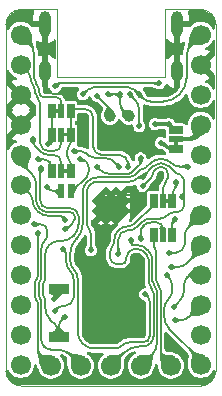
<source format=gbl>
G04 #@! TF.GenerationSoftware,KiCad,Pcbnew,8.0.0*
G04 #@! TF.CreationDate,2024-04-25T16:46:25+07:00*
G04 #@! TF.ProjectId,artemisia,61727465-6d69-4736-9961-2e6b69636164,2*
G04 #@! TF.SameCoordinates,Original*
G04 #@! TF.FileFunction,Copper,L2,Bot*
G04 #@! TF.FilePolarity,Positive*
%FSLAX46Y46*%
G04 Gerber Fmt 4.6, Leading zero omitted, Abs format (unit mm)*
G04 Created by KiCad (PCBNEW 8.0.0) date 2024-04-25 16:46:25*
%MOMM*%
%LPD*%
G01*
G04 APERTURE LIST*
G04 Aperture macros list*
%AMFreePoly0*
4,1,5,0.300000,-0.600000,-0.300000,-0.600000,-0.300000,0.600000,0.300000,0.600000,0.300000,-0.600000,0.300000,-0.600000,$1*%
G04 Aperture macros list end*
G04 #@! TA.AperFunction,ComponentPad*
%ADD10O,1.000000X2.200000*%
G04 #@! TD*
G04 #@! TA.AperFunction,ComponentPad*
%ADD11O,1.000000X1.800000*%
G04 #@! TD*
G04 #@! TA.AperFunction,ComponentPad*
%ADD12C,1.700000*%
G04 #@! TD*
G04 #@! TA.AperFunction,SMDPad,CuDef*
%ADD13R,1.700000X0.900000*%
G04 #@! TD*
G04 #@! TA.AperFunction,ComponentPad*
%ADD14C,0.500000*%
G04 #@! TD*
G04 #@! TA.AperFunction,SMDPad,CuDef*
%ADD15C,1.000000*%
G04 #@! TD*
G04 #@! TA.AperFunction,SMDPad,CuDef*
%ADD16FreePoly0,0.000000*%
G04 #@! TD*
G04 #@! TA.AperFunction,SMDPad,CuDef*
%ADD17R,0.600000X1.200000*%
G04 #@! TD*
G04 #@! TA.AperFunction,SMDPad,CuDef*
%ADD18FreePoly0,90.000000*%
G04 #@! TD*
G04 #@! TA.AperFunction,SMDPad,CuDef*
%ADD19R,1.200000X0.600000*%
G04 #@! TD*
G04 #@! TA.AperFunction,SMDPad,CuDef*
%ADD20FreePoly0,180.000000*%
G04 #@! TD*
G04 #@! TA.AperFunction,ViaPad*
%ADD21C,0.500000*%
G04 #@! TD*
G04 #@! TA.AperFunction,Conductor*
%ADD22C,0.200000*%
G04 #@! TD*
G04 #@! TA.AperFunction,Conductor*
%ADD23C,0.150000*%
G04 #@! TD*
G04 #@! TA.AperFunction,Conductor*
%ADD24C,0.300000*%
G04 #@! TD*
G04 #@! TA.AperFunction,Profile*
%ADD25C,0.100000*%
G04 #@! TD*
G04 APERTURE END LIST*
G04 #@! TA.AperFunction,EtchedComponent*
G36*
X14250000Y-11150000D02*
G01*
X14550000Y-11150000D01*
X14550000Y-11650000D01*
X14250000Y-11650000D01*
X14250000Y-11150000D01*
G37*
G04 #@! TD.AperFunction*
G04 #@! TA.AperFunction,EtchedComponent*
G36*
X13450000Y-16350000D02*
G01*
X13950000Y-16350000D01*
X13950000Y-16050000D01*
X13450000Y-16050000D01*
X13450000Y-16350000D01*
G37*
G04 #@! TD.AperFunction*
G04 #@! TA.AperFunction,EtchedComponent*
G36*
X4850000Y-13850000D02*
G01*
X5350000Y-13850000D01*
X5350000Y-13550000D01*
X4850000Y-13550000D01*
X4850000Y-13850000D01*
G37*
G04 #@! TD.AperFunction*
G04 #@! TA.AperFunction,EtchedComponent*
G36*
X4850000Y-10750000D02*
G01*
X5350000Y-10750000D01*
X5350000Y-10450000D01*
X4850000Y-10450000D01*
X4850000Y-10750000D01*
G37*
G04 #@! TD.AperFunction*
G04 #@! TA.AperFunction,EtchedComponent*
G36*
X4050000Y-8750000D02*
G01*
X4550000Y-8750000D01*
X4550000Y-8450000D01*
X4050000Y-8450000D01*
X4050000Y-8750000D01*
G37*
G04 #@! TD.AperFunction*
D10*
X3328000Y-1250474D03*
D11*
X3328000Y-5250474D03*
D10*
X14478000Y-1250474D03*
D11*
X14478000Y-5250474D03*
D12*
X3810000Y-30162500D03*
X6350000Y-30162500D03*
X8890000Y-30162500D03*
X11430000Y-30162500D03*
X13970000Y-30162500D03*
D13*
X4500000Y-23650000D03*
X4500000Y-27750000D03*
D14*
X9740000Y-15750000D03*
X8890000Y-15750000D03*
X8040000Y-15750000D03*
X9740000Y-16600000D03*
X8890000Y-16600000D03*
X8040000Y-16600000D03*
X9740000Y-17450000D03*
X8890000Y-17450000D03*
X8040000Y-17450000D03*
D12*
X1270000Y-2146300D03*
X1270000Y-4686300D03*
X1270000Y-7226300D03*
X1270000Y-9766300D03*
X1270000Y-12306300D03*
X1270000Y-14846300D03*
X1270000Y-17386300D03*
X1270000Y-19926300D03*
X1270000Y-22466300D03*
X1270000Y-25006300D03*
X1270000Y-27546300D03*
X1270000Y-30086300D03*
D15*
X8800000Y-9000000D03*
D12*
X16510000Y-2146300D03*
X16510000Y-4686300D03*
X16510000Y-7226300D03*
X16510000Y-9766300D03*
X16510000Y-12306300D03*
X16510000Y-14846300D03*
X16510000Y-17386300D03*
X16510000Y-19926300D03*
X16510000Y-22466300D03*
X16510000Y-25006300D03*
X16510000Y-27546300D03*
X16510000Y-30086300D03*
D16*
X12500000Y-19100000D03*
D17*
X13300000Y-19100000D03*
D16*
X14100000Y-19100000D03*
D18*
X14400000Y-11800000D03*
D19*
X14400000Y-11000000D03*
D18*
X14400000Y-10200000D03*
D20*
X14100000Y-16200000D03*
D17*
X13300000Y-16200000D03*
D20*
X12500000Y-16200000D03*
D15*
X10400000Y-9000000D03*
D20*
X5500000Y-13700000D03*
D17*
X4700000Y-13700000D03*
D20*
X3900000Y-13700000D03*
X5500000Y-10600000D03*
D17*
X4700000Y-10600000D03*
D20*
X3900000Y-10600000D03*
X5500000Y-8600000D03*
D17*
X4700000Y-8600000D03*
D20*
X3900000Y-8600000D03*
D17*
X5500000Y-15400000D03*
X4700000Y-15400000D03*
D21*
X8890000Y-25500000D03*
X6100000Y-20400000D03*
X12400000Y-7200000D03*
X5700000Y-7000000D03*
X13200000Y-10500000D03*
X14200000Y-28600000D03*
X6300000Y-11400000D03*
X7100000Y-22900000D03*
X10900000Y-21000000D03*
X13050000Y-14000000D03*
X11500000Y-11800000D03*
X10800000Y-23225000D03*
X6800000Y-9500000D03*
X13200000Y-12100000D03*
X13800000Y-9700000D03*
X4200000Y-6500000D03*
X13000000Y-6250481D03*
X12600000Y-9700000D03*
X9653000Y-7200000D03*
X8653000Y-7200000D03*
X7700000Y-7300000D03*
X5000000Y-26000000D03*
X14950000Y-15850000D03*
X13100000Y-11300000D03*
X3000000Y-13450000D03*
X7200000Y-20400000D03*
X9520000Y-20700000D03*
X11600000Y-14150000D03*
X4100000Y-24500000D03*
X10600000Y-19500000D03*
X5000000Y-18600000D03*
X2700000Y-12700000D03*
X5000000Y-17800000D03*
X11600000Y-14950000D03*
X3600000Y-11400000D03*
X9600000Y-13300000D03*
X5800000Y-12000000D03*
X2700000Y-18900000D03*
X2400000Y-18200000D03*
X4800000Y-20300000D03*
X4200000Y-25500000D03*
X11400000Y-12600000D03*
X7700000Y-13300000D03*
X14000000Y-21800000D03*
X13800000Y-20600000D03*
X13600000Y-22500000D03*
X14200000Y-25200000D03*
X14300000Y-26300000D03*
X11303000Y-7200000D03*
X6503000Y-7200000D03*
X15400000Y-13300000D03*
X11800000Y-24100000D03*
X11303000Y-9900000D03*
X10503000Y-7200000D03*
X3500000Y-15000000D03*
X14400000Y-14600000D03*
X6300000Y-12700000D03*
X11400000Y-19400000D03*
X10350000Y-13300000D03*
X2300000Y-11000000D03*
X14300000Y-17750000D03*
D22*
X3328000Y-6504952D02*
X3328000Y-5250474D01*
X5450256Y-7125480D02*
X3948528Y-7125480D01*
X3524264Y-6949744D02*
X3503736Y-6929216D01*
X5700000Y-7000000D02*
X5662388Y-7037612D01*
D23*
X9740000Y-15750000D02*
X11135786Y-15750000D01*
X11842893Y-15457107D02*
X12947488Y-14352512D01*
X13050000Y-14105025D02*
X13050000Y-14000000D01*
D22*
X5450256Y-7125480D02*
G75*
G03*
X5662406Y-7037630I44J299980D01*
G01*
D23*
X13050000Y-14105025D02*
G75*
G02*
X12947475Y-14352499I-350000J25D01*
G01*
D22*
X3503737Y-6929215D02*
G75*
G02*
X3328035Y-6504952I424263J424215D01*
G01*
X3948528Y-7125480D02*
G75*
G02*
X3524254Y-6949754I-28J599980D01*
G01*
D23*
X11135786Y-15750000D02*
G75*
G03*
X11842900Y-15457114I14J1000000D01*
G01*
D22*
X13000000Y-6250481D02*
X4656626Y-6250481D01*
D24*
X12600000Y-9700000D02*
X13800000Y-9700000D01*
D22*
X4303072Y-6396928D02*
X4200000Y-6500000D01*
D24*
X14400000Y-10200000D02*
X14300000Y-10200000D01*
X14300000Y-10200000D02*
X13800000Y-9700000D01*
D22*
X4303072Y-6396928D02*
G75*
G02*
X4656626Y-6250505I353528J-353572D01*
G01*
D23*
X9653000Y-7838786D02*
X9653000Y-7200000D01*
X10400000Y-9000000D02*
X9945893Y-8545893D01*
X9653000Y-7200000D02*
X8653000Y-7200000D01*
X9945893Y-8545893D02*
G75*
G02*
X9653010Y-7838786I707107J707093D01*
G01*
X8800000Y-8814214D02*
X8800000Y-9000000D01*
X7700000Y-7300000D02*
X8507107Y-8107107D01*
X8507107Y-8107107D02*
G75*
G02*
X8799990Y-8814214I-707107J-707093D01*
G01*
D22*
X15100000Y-14507107D02*
X15100000Y-15555025D01*
X9739670Y-18950330D02*
X9770330Y-18919670D01*
X3090380Y-16607854D02*
X3116665Y-16634139D01*
X2900000Y-13674264D02*
X2900000Y-16148235D01*
X6850960Y-15493900D02*
X6850960Y-18192382D01*
X4699390Y-19600000D02*
X4476346Y-19600000D01*
X11600000Y-14150000D02*
X12490686Y-13259314D01*
X3663173Y-19936827D02*
X3661347Y-19938653D01*
X14802513Y-14002513D02*
X14953554Y-14153554D01*
X5916820Y-17014900D02*
X5960579Y-17058659D01*
X14554594Y-13900000D02*
X14555025Y-13900000D01*
D24*
X13402513Y-11402513D02*
X13653554Y-11653554D01*
D22*
X4500000Y-26707107D02*
X4500000Y-27414214D01*
X3576285Y-16824520D02*
X5457201Y-16824520D01*
X10441794Y-14575000D02*
X7769860Y-14575000D01*
X11149206Y-14281802D02*
X11148901Y-14282107D01*
X3324520Y-20751826D02*
X3324520Y-22835100D01*
X10300660Y-18700000D02*
X10385786Y-18700000D01*
X7012052Y-18581291D02*
X7038909Y-18608148D01*
X12297056Y-17700000D02*
X13027208Y-17700000D01*
X13056371Y-13025000D02*
X13203248Y-13025000D01*
X3236652Y-23047232D02*
X3212868Y-23071016D01*
X14997487Y-15802513D02*
X14950000Y-15850000D01*
X13768934Y-13259315D02*
X14307107Y-13797488D01*
X2987868Y-13512132D02*
X3000000Y-13500000D01*
X15100000Y-16572183D02*
X15100000Y-16103553D01*
X5726264Y-19173736D02*
X5724695Y-19175305D01*
D24*
X13100000Y-11300000D02*
X13155025Y-11300000D01*
D22*
X4500000Y-27414214D02*
X4500000Y-27750000D01*
X6150960Y-17518279D02*
X6150960Y-18148431D01*
X15026776Y-15926776D02*
X14950000Y-15850000D01*
X9520000Y-20700000D02*
X9520000Y-19480660D01*
X11092893Y-18407107D02*
X11448528Y-18051472D01*
D24*
X14007107Y-11800000D02*
X14400000Y-11800000D01*
D22*
X4646447Y-26353553D02*
X5000000Y-26000000D01*
X14911092Y-16988908D02*
X14938909Y-16961091D01*
X7133464Y-14838604D02*
X7114564Y-14857504D01*
X3763860Y-26263860D02*
X4207107Y-26707107D01*
X3324520Y-24564901D02*
X3324520Y-25203200D01*
X3212868Y-24328985D02*
X3236652Y-24352769D01*
X13663604Y-17436396D02*
X13686396Y-17413604D01*
X11600000Y-14150000D02*
X11467404Y-14150000D01*
X14322792Y-17150000D02*
X14522183Y-17150000D01*
X7200000Y-18997056D02*
X7200000Y-20400000D01*
X3125000Y-23283148D02*
X3125000Y-24116853D01*
X11148901Y-14282107D02*
G75*
G02*
X10441794Y-14574996I-707101J707107D01*
G01*
X14307107Y-13797488D02*
G75*
G03*
X14554594Y-13900004I247493J247488D01*
G01*
X11149206Y-14281802D02*
G75*
G02*
X11467404Y-14150003I318194J-318198D01*
G01*
X5960579Y-17058659D02*
G75*
G02*
X6150986Y-17518279I-459579J-459641D01*
G01*
X4646447Y-26353553D02*
G75*
G03*
X4500005Y-26707107I353553J-353547D01*
G01*
X3324520Y-22835100D02*
G75*
G02*
X3236656Y-23047236I-300020J0D01*
G01*
X9520000Y-19480660D02*
G75*
G02*
X9739672Y-18950332I749990J0D01*
G01*
X15100000Y-15555025D02*
G75*
G02*
X14997474Y-15802500I-350000J25D01*
G01*
X2987868Y-13462132D02*
G75*
G03*
X2899975Y-13674264I212132J-212168D01*
G01*
X3116666Y-16634138D02*
G75*
G03*
X3576285Y-16824524I459634J459638D01*
G01*
X4476346Y-19600000D02*
G75*
G03*
X3663173Y-19936827I4J-1150010D01*
G01*
X14953554Y-14153554D02*
G75*
G02*
X15099995Y-14507107I-353554J-353546D01*
G01*
X10385786Y-18700000D02*
G75*
G03*
X11092900Y-18407114I14J1000000D01*
G01*
X2900000Y-16148235D02*
G75*
G03*
X3090378Y-16607856I650000J-5D01*
G01*
X14555025Y-13900000D02*
G75*
G02*
X14802500Y-14002526I-25J-350000D01*
G01*
X9770330Y-18919670D02*
G75*
G02*
X10300660Y-18699972I530370J-530330D01*
G01*
X3324520Y-24564901D02*
G75*
G03*
X3236657Y-24352764I-300020J1D01*
G01*
X6150960Y-18148431D02*
G75*
G02*
X5726264Y-19173736I-1450000J1D01*
G01*
X14522183Y-17150000D02*
G75*
G03*
X14911101Y-16988917I17J550000D01*
G01*
X13027208Y-17700000D02*
G75*
G03*
X13663600Y-17436392I-8J900000D01*
G01*
X6850960Y-15493900D02*
G75*
G02*
X7114556Y-14857496I900040J0D01*
G01*
D24*
X13155025Y-11300000D02*
G75*
G02*
X13402500Y-11402526I-25J-350000D01*
G01*
D22*
X12297056Y-17700000D02*
G75*
G03*
X11448550Y-18051494I44J-1200000D01*
G01*
D24*
X14007107Y-11800000D02*
G75*
G02*
X13653551Y-11653557I-7J500000D01*
G01*
D22*
X13203248Y-13025000D02*
G75*
G02*
X13768960Y-13259289I52J-800000D01*
G01*
X3661348Y-19938654D02*
G75*
G03*
X3324533Y-20751826I813152J-813146D01*
G01*
X3212869Y-24328984D02*
G75*
G02*
X3125034Y-24116853I212131J212084D01*
G01*
X13686396Y-17413604D02*
G75*
G02*
X14322792Y-17149995I636404J-636396D01*
G01*
X12490686Y-13259314D02*
G75*
G02*
X13056371Y-13024980I565714J-565686D01*
G01*
X15100000Y-16103553D02*
G75*
G03*
X15026753Y-15926799I-250000J-47D01*
G01*
X6850960Y-18192382D02*
G75*
G03*
X7012034Y-18581309I550040J-18D01*
G01*
X7038908Y-18608149D02*
G75*
G02*
X7200030Y-18997056I-388908J-388951D01*
G01*
X15100000Y-16572183D02*
G75*
G02*
X14938918Y-16961100I-550000J-17D01*
G01*
X5457201Y-16824520D02*
G75*
G02*
X5916815Y-17014905I-1J-649980D01*
G01*
X3324520Y-25203200D02*
G75*
G03*
X3763864Y-26263856I1499980J0D01*
G01*
X3212868Y-23071016D02*
G75*
G03*
X3125034Y-23283148I212132J-212084D01*
G01*
X5724695Y-19175305D02*
G75*
G02*
X4699390Y-19599993I-1025295J1025305D01*
G01*
X7769860Y-14575000D02*
G75*
G03*
X7133484Y-14838624I40J-900000D01*
G01*
X4500000Y-27414214D02*
G75*
G03*
X4207109Y-26707105I-1000000J4D01*
G01*
D24*
X4353553Y-24246447D02*
X4100000Y-24500000D01*
X4500000Y-23650000D02*
X4500000Y-23892893D01*
X4353553Y-24246447D02*
G75*
G03*
X4499995Y-23892893I-353553J353547D01*
G01*
D23*
X12800960Y-28170220D02*
X12800960Y-23893785D01*
X10600000Y-19696447D02*
X10600000Y-19500000D01*
X12610580Y-23434166D02*
X12590861Y-23414447D01*
X10701776Y-19901776D02*
X10673223Y-19873223D01*
X11430000Y-30162500D02*
X12361620Y-29230880D01*
X11186292Y-19975000D02*
X10878553Y-19975000D01*
X12400480Y-22954827D02*
X12400480Y-21189188D01*
X12107587Y-20482081D02*
X11893399Y-20267893D01*
X10878553Y-19975000D02*
G75*
G02*
X10701799Y-19901753I47J250000D01*
G01*
X12361620Y-29230880D02*
G75*
G03*
X12800985Y-28170220I-1060620J1060680D01*
G01*
X11893399Y-20267893D02*
G75*
G03*
X11186292Y-19975006I-707099J-707107D01*
G01*
X12590861Y-23414447D02*
G75*
G02*
X12400467Y-22954827I459639J459647D01*
G01*
X10673224Y-19873222D02*
G75*
G02*
X10599968Y-19696447I176776J176822D01*
G01*
X12800960Y-23893785D02*
G75*
G03*
X12610564Y-23434182I-649960J-15D01*
G01*
X12400480Y-21189188D02*
G75*
G03*
X12107577Y-20482091I-999980J-12D01*
G01*
X1270000Y-12970000D02*
X1270000Y-12306300D01*
X5228928Y-18512132D02*
X5679993Y-18061067D01*
X2575480Y-16179102D02*
X2575480Y-14896800D01*
X5426335Y-17149040D02*
X3545418Y-17149040D01*
X2909022Y-16885436D02*
X2839084Y-16815498D01*
X5709283Y-17266303D02*
X5709178Y-17266198D01*
X5826440Y-17707513D02*
X5826440Y-17549145D01*
X2136140Y-13836140D02*
X1270000Y-12970000D01*
X5000000Y-18600000D02*
X5016796Y-18600000D01*
X2575480Y-16179102D02*
G75*
G03*
X2839081Y-16815501I900020J2D01*
G01*
X5016796Y-18600000D02*
G75*
G03*
X5228930Y-18512134I4J300000D01*
G01*
X5826440Y-17549145D02*
G75*
G03*
X5709286Y-17266300I-400000J5D01*
G01*
X5679993Y-18061067D02*
G75*
G03*
X5826437Y-17707513I-353593J353567D01*
G01*
X5709178Y-17266198D02*
G75*
G03*
X5426335Y-17149004I-282878J-282802D01*
G01*
X2909022Y-16885436D02*
G75*
G03*
X3545418Y-17149015I636378J636436D01*
G01*
X2575480Y-14896800D02*
G75*
G03*
X2136140Y-13836140I-1500000J0D01*
G01*
X2056290Y-15632590D02*
X1270000Y-14846300D01*
X3900000Y-13700000D02*
X3900000Y-13369239D01*
X3230761Y-12700000D02*
X2700000Y-12700000D01*
X3709619Y-12909619D02*
X3690380Y-12890380D01*
X5000000Y-17800000D02*
X4795006Y-17595006D01*
X4441453Y-17448560D02*
X3524904Y-17448559D01*
X2275960Y-16199614D02*
X2275960Y-16162920D01*
X2711732Y-17111732D02*
X2612787Y-17012787D01*
X2612787Y-17012787D02*
G75*
G02*
X2275964Y-16199614I813173J813167D01*
G01*
X3709619Y-12909619D02*
G75*
G02*
X3899972Y-13369239I-459619J-459581D01*
G01*
X4795006Y-17595006D02*
G75*
G03*
X4441453Y-17448605I-353506J-353594D01*
G01*
X2275960Y-16162920D02*
G75*
G03*
X2056288Y-15632592I-749990J0D01*
G01*
X2711733Y-17111731D02*
G75*
G03*
X3524904Y-17448558I813167J813161D01*
G01*
X3690379Y-12890381D02*
G75*
G03*
X3230761Y-12700000I-459619J-459619D01*
G01*
X13490381Y-14709619D02*
X13509620Y-14690380D01*
X12425000Y-13950305D02*
X12425000Y-13959315D01*
X12307843Y-14242157D02*
X11600000Y-14950000D01*
X12713174Y-13496446D02*
X12542158Y-13667462D01*
X13300000Y-16200000D02*
X13300000Y-15169239D01*
X13700000Y-14230761D02*
X13700000Y-13857107D01*
X13553553Y-13503553D02*
X13546446Y-13496446D01*
X13192893Y-13350000D02*
X13066727Y-13350000D01*
X13700000Y-13857107D02*
G75*
G03*
X13553556Y-13503550I-500000J7D01*
G01*
X13546446Y-13496446D02*
G75*
G03*
X13192893Y-13350005I-353546J-353554D01*
G01*
X12425000Y-13959315D02*
G75*
G02*
X12307836Y-14242150I-400000J15D01*
G01*
X13300000Y-15169239D02*
G75*
G02*
X13490362Y-14709600I650000J39D01*
G01*
X13066727Y-13350000D02*
G75*
G03*
X12713161Y-13496433I-27J-500000D01*
G01*
X12542158Y-13667462D02*
G75*
G03*
X12425004Y-13950305I282842J-282838D01*
G01*
X13509620Y-14690380D02*
G75*
G03*
X13699972Y-14230761I-459620J459580D01*
G01*
X3900000Y-10600000D02*
X3900000Y-11100000D01*
X8485786Y-12600000D02*
X7587074Y-12600000D01*
X7056744Y-12380330D02*
X6896084Y-12219670D01*
X3900000Y-11100000D02*
X3600000Y-11400000D01*
X6365754Y-12000000D02*
X5800000Y-12000000D01*
X3900000Y-8600000D02*
X3900000Y-10600000D01*
X9600000Y-13300000D02*
X9192893Y-12892893D01*
X7587074Y-12600000D02*
G75*
G02*
X7056757Y-12380317I26J750000D01*
G01*
X9192893Y-12892893D02*
G75*
G03*
X8485786Y-12600010I-707093J-707107D01*
G01*
X6896084Y-12219670D02*
G75*
G03*
X6365754Y-12000033I-530284J-530330D01*
G01*
X2500000Y-24375736D02*
X2500000Y-23024264D01*
X2612132Y-24612132D02*
X2587868Y-24587868D01*
X3810000Y-30162500D02*
X2992893Y-29345393D01*
X2700000Y-28638286D02*
X2700000Y-24824264D01*
X2587868Y-22812132D02*
X2612132Y-22787868D01*
X2700000Y-22575736D02*
X2700000Y-18900000D01*
X2612132Y-24612132D02*
G75*
G02*
X2700025Y-24824264I-212132J-212168D01*
G01*
X2500000Y-23024264D02*
G75*
G02*
X2587866Y-22812130I300000J4D01*
G01*
X2700000Y-28638286D02*
G75*
G03*
X2992891Y-29345395I1000000J-4D01*
G01*
X2587868Y-24587868D02*
G75*
G02*
X2499975Y-24375736I212132J212168D01*
G01*
X2612132Y-22787868D02*
G75*
G03*
X2700025Y-22575736I-212132J212168D01*
G01*
X2999520Y-22700480D02*
X2999520Y-20252562D01*
X2999520Y-27947438D02*
X2999520Y-24699520D01*
X2992893Y-18200000D02*
X2400000Y-18200000D01*
X3353553Y-18353553D02*
X3346446Y-18346446D01*
X2800000Y-24251472D02*
X2800000Y-23148528D01*
X3248479Y-19651521D02*
X3251041Y-19648959D01*
X2911652Y-24487388D02*
X2887868Y-24463604D01*
X3251041Y-28551041D02*
X3248479Y-28548479D01*
X3500000Y-19047918D02*
X3500000Y-18707107D01*
X6350000Y-30162500D02*
X5426840Y-29239340D01*
X2887868Y-22936396D02*
X2911652Y-22912612D01*
X4366180Y-28800000D02*
X3852082Y-28800000D01*
X2911651Y-24487389D02*
G75*
G02*
X2999499Y-24699520I-212151J-212111D01*
G01*
X3248480Y-28548478D02*
G75*
G02*
X2999522Y-27947438I601040J601038D01*
G01*
X3852082Y-28800000D02*
G75*
G02*
X3251050Y-28551032I18J850000D01*
G01*
X3500000Y-18707107D02*
G75*
G03*
X3353556Y-18353550I-500000J7D01*
G01*
X2887868Y-24463604D02*
G75*
G02*
X2800020Y-24251472I212132J212104D01*
G01*
X2800000Y-23148528D02*
G75*
G02*
X2887869Y-22936397I300000J-2D01*
G01*
X3346446Y-18346446D02*
G75*
G03*
X2992893Y-18200005I-353546J-353554D01*
G01*
X3251041Y-19648959D02*
G75*
G03*
X3500013Y-19047918I-601041J601059D01*
G01*
X2911651Y-22912611D02*
G75*
G03*
X2999499Y-22700480I-212151J212111D01*
G01*
X5426839Y-29239341D02*
G75*
G03*
X4366180Y-28800001I-1060659J-1060659D01*
G01*
X2999520Y-20252562D02*
G75*
G02*
X3248478Y-19651520I850000J2D01*
G01*
X4800000Y-20300000D02*
X4978554Y-20478554D01*
X5745191Y-22889734D02*
X5745191Y-24344149D01*
X5432538Y-22142157D02*
X5437652Y-22147271D01*
X4453553Y-25246447D02*
X4200000Y-25500000D01*
X5125000Y-20832107D02*
X5125000Y-21399694D01*
X4989340Y-25100000D02*
X4807107Y-25100000D01*
X5525521Y-24874479D02*
X5519670Y-24880330D01*
X5437652Y-22147271D02*
G75*
G02*
X5745169Y-22889734I-742452J-742429D01*
G01*
X5519670Y-24880330D02*
G75*
G02*
X4989340Y-25100028I-530370J530330D01*
G01*
X5525521Y-24874479D02*
G75*
G03*
X5745157Y-24344149I-530321J530279D01*
G01*
X4453553Y-25246447D02*
G75*
G02*
X4807107Y-25100005I353547J-353553D01*
G01*
X5125000Y-21399694D02*
G75*
G03*
X5432535Y-22142160I1050000J-6D01*
G01*
X5125000Y-20832107D02*
G75*
G03*
X4978557Y-20478551I-500000J7D01*
G01*
X10410729Y-13900000D02*
X8714214Y-13900000D01*
X11297487Y-13178927D02*
X10693571Y-13782843D01*
X8007107Y-13607107D02*
X7700000Y-13300000D01*
X11400000Y-12931439D02*
X11400000Y-12600000D01*
X11400000Y-12931439D02*
G75*
G02*
X11297467Y-13178907I-350000J39D01*
G01*
X10693571Y-13782843D02*
G75*
G02*
X10410729Y-13900020I-282871J282843D01*
G01*
X8714214Y-13900000D02*
G75*
G02*
X8007100Y-13607114I-14J1000000D01*
G01*
X14000000Y-21800000D02*
X14585786Y-21800000D01*
X16397286Y-19926300D02*
X16510000Y-19926300D01*
X16510000Y-20290000D02*
X16510000Y-19926300D01*
X15292893Y-21507107D02*
X16510000Y-20290000D01*
X14585786Y-21800000D02*
G75*
G03*
X15292900Y-21507114I14J1000000D01*
G01*
X13800000Y-20600000D02*
X14389340Y-20600000D01*
X15150000Y-19839340D02*
X15150000Y-19160514D01*
X14919670Y-20380330D02*
X14930330Y-20369670D01*
X15442893Y-18453407D02*
X16510000Y-17386300D01*
X15150000Y-19160514D02*
G75*
G02*
X15442886Y-18453400I1000000J14D01*
G01*
X15150000Y-19839340D02*
G75*
G02*
X14930310Y-20369650I-750000J40D01*
G01*
X14919670Y-20380330D02*
G75*
G02*
X14389340Y-20600028I-530370J530330D01*
G01*
X13400000Y-25978680D02*
X13400000Y-25376346D01*
X16510000Y-30086300D02*
X16510000Y-29710000D01*
X13736827Y-24563173D02*
X13763173Y-24536827D01*
X14100000Y-23723654D02*
X14100000Y-23310660D01*
X13880330Y-22780330D02*
X13600000Y-22500000D01*
X16510000Y-29710000D02*
X13839340Y-27039340D01*
X14100000Y-23310660D02*
G75*
G03*
X13880310Y-22780350I-750000J-40D01*
G01*
X13400000Y-25978680D02*
G75*
G03*
X13839330Y-27039350I1500000J-20D01*
G01*
X13763172Y-24536826D02*
G75*
G03*
X14099967Y-23723654I-813172J813126D01*
G01*
X13400000Y-25376346D02*
G75*
G02*
X13736824Y-24563170I1150000J6D01*
G01*
X15305026Y-22694974D02*
X15328675Y-22671325D01*
X14200000Y-25200000D02*
X14660660Y-24739340D01*
X15823649Y-22466300D02*
X16510000Y-22466300D01*
X15100000Y-23678680D02*
X15100000Y-23189949D01*
X15100000Y-23678680D02*
G75*
G02*
X14660670Y-24739350I-1500000J-20D01*
G01*
X15328676Y-22671326D02*
G75*
G02*
X15823649Y-22466265I495024J-494974D01*
G01*
X15100000Y-23189949D02*
G75*
G02*
X15305001Y-22694949I700000J49D01*
G01*
X16510000Y-25006300D02*
X15509193Y-26007107D01*
X14802086Y-26300000D02*
X14300000Y-26300000D01*
X14802086Y-26300000D02*
G75*
G03*
X15509200Y-26007114I14J1000000D01*
G01*
D22*
X14685787Y-7214213D02*
X14714214Y-7185786D01*
X11303000Y-7200000D02*
X11610107Y-7507107D01*
X7413660Y-6600000D02*
X10392340Y-6600000D01*
X15300000Y-5771573D02*
X15300000Y-3977620D01*
X15739340Y-2916960D02*
X16510000Y-2146300D01*
X10922670Y-6819670D02*
X11303000Y-7200000D01*
X6503000Y-7200000D02*
X6883330Y-6819670D01*
X12317214Y-7800000D02*
X13271573Y-7800000D01*
X12317214Y-7800000D02*
G75*
G02*
X11610100Y-7507114I-14J1000000D01*
G01*
X15300000Y-5771573D02*
G75*
G02*
X14714213Y-7185785I-2000000J3D01*
G01*
X7413660Y-6600000D02*
G75*
G03*
X6883350Y-6819690I40J-750000D01*
G01*
X13271573Y-7800000D02*
G75*
G03*
X14685801Y-7214227I27J2000000D01*
G01*
X15300000Y-3977620D02*
G75*
G02*
X15739330Y-2916950I1500000J20D01*
G01*
X10392340Y-6600000D02*
G75*
G02*
X10922650Y-6819690I-40J-750000D01*
G01*
X6489950Y-28289950D02*
X6480242Y-28280242D01*
X5762652Y-22012652D02*
X5757538Y-22007538D01*
X12254251Y-13000775D02*
X12254251Y-12997183D01*
X13987132Y-12982538D02*
X13997056Y-12992462D01*
X12015349Y-28025008D02*
X12004712Y-28035645D01*
X6852432Y-14624662D02*
X6900622Y-14576472D01*
X13032069Y-12675000D02*
X13244670Y-12675000D01*
X6070191Y-27290292D02*
X6070191Y-22755115D01*
X11603496Y-13477513D02*
X11632538Y-13477513D01*
X9247918Y-28700000D02*
X7479899Y-28700000D01*
X11880025Y-13375001D02*
X12254251Y-13000775D01*
X12176440Y-24683547D02*
X12176440Y-27636100D01*
X14739518Y-13300000D02*
X15400000Y-13300000D01*
X11615803Y-28196737D02*
X10455345Y-28196737D01*
X5962563Y-19432412D02*
X5988397Y-19406578D01*
X10916059Y-14019975D02*
X11356008Y-13580026D01*
X11800000Y-24100000D02*
X12029993Y-24329993D01*
X9854304Y-28445696D02*
X9848959Y-28451041D01*
X6500960Y-18169141D02*
X6500960Y-15473190D01*
X7749150Y-14225000D02*
X10421085Y-14225000D01*
X5450000Y-21265075D02*
X5450000Y-20669849D01*
X11356009Y-13580027D02*
G75*
G02*
X11603496Y-13477507I247491J-247473D01*
G01*
X6900623Y-14576473D02*
G75*
G02*
X7749150Y-14225001I848527J-848527D01*
G01*
X12254252Y-12997184D02*
G75*
G02*
X13032069Y-12674979I777848J-777816D01*
G01*
X5757539Y-22007537D02*
G75*
G02*
X5450018Y-21265075I742461J742437D01*
G01*
X13244670Y-12675000D02*
G75*
G02*
X13987147Y-12982523I30J-1050000D01*
G01*
X12176440Y-27636100D02*
G75*
G02*
X12015358Y-28025017I-550040J0D01*
G01*
X11632538Y-13477513D02*
G75*
G03*
X11880009Y-13374985I-38J350013D01*
G01*
X5450000Y-20669849D02*
G75*
G02*
X5962564Y-19432413I1750000J-1D01*
G01*
X6500960Y-15473190D02*
G75*
G02*
X6852429Y-14624659I1200040J-10D01*
G01*
X6480243Y-28280241D02*
G75*
G02*
X6070200Y-27290292I989957J989941D01*
G01*
X12029993Y-24329993D02*
G75*
G02*
X12176395Y-24683547I-353593J-353507D01*
G01*
X6070191Y-22755115D02*
G75*
G03*
X5762650Y-22012654I-1050001J-5D01*
G01*
X10421085Y-14225000D02*
G75*
G03*
X10916067Y-14019983I15J700000D01*
G01*
X5988396Y-19406577D02*
G75*
G03*
X6500960Y-18169141I-1237436J1237437D01*
G01*
X7479899Y-28700000D02*
G75*
G02*
X6489951Y-28289949I1J1400000D01*
G01*
X12004711Y-28035644D02*
G75*
G02*
X11615803Y-28196727I-388911J388944D01*
G01*
X9848959Y-28451041D02*
G75*
G02*
X9247918Y-28700013I-601059J601041D01*
G01*
X13997056Y-12992462D02*
G75*
G03*
X14739518Y-13299987I742444J742462D01*
G01*
X10455345Y-28196737D02*
G75*
G03*
X9854289Y-28445681I-45J-849963D01*
G01*
D23*
X11303000Y-9900000D02*
X11303000Y-8621320D01*
X10863660Y-7560660D02*
X10503000Y-7200000D01*
X10863660Y-7560660D02*
G75*
G02*
X11302985Y-8621320I-1060660J-1060640D01*
G01*
X3500000Y-15000000D02*
X3753553Y-15253553D01*
X4107107Y-15400000D02*
X4700000Y-15400000D01*
X3753553Y-15253553D02*
G75*
G03*
X4107107Y-15399995I353547J353553D01*
G01*
X10885249Y-18155811D02*
X12500000Y-16541060D01*
X12227199Y-28272778D02*
X12252481Y-28247496D01*
X10200000Y-20989949D02*
X10200000Y-21113604D01*
X8800000Y-20951472D02*
X8800000Y-20560199D01*
X10068198Y-21431802D02*
X10056802Y-21443198D01*
X8990381Y-20100579D02*
X9005100Y-20085860D01*
X12501440Y-27646455D02*
X12501440Y-24017850D01*
X10269791Y-18375480D02*
X10354920Y-18375480D01*
X11359190Y-28521737D02*
X11626158Y-28521737D01*
X9488373Y-18742687D02*
X9562686Y-18668374D01*
X8890000Y-30162500D02*
X9944976Y-29107524D01*
X8999264Y-21399264D02*
X8975736Y-21375736D01*
X9195480Y-19626241D02*
X9195480Y-19449794D01*
X10420454Y-20479546D02*
X10405025Y-20494975D01*
X12311060Y-23558231D02*
X12291341Y-23538512D01*
X12100960Y-23078892D02*
X12100960Y-21209700D01*
X11881290Y-20679370D02*
X11696110Y-20494190D01*
X12500000Y-16541060D02*
X12500000Y-16200000D01*
X11165780Y-20274520D02*
X10915429Y-20274520D01*
X9738604Y-21575000D02*
X9423528Y-21575000D01*
X9005099Y-20085859D02*
G75*
G03*
X9195514Y-19626241I-459599J459659D01*
G01*
X12501440Y-24017850D02*
G75*
G03*
X12311093Y-23558198I-650040J50D01*
G01*
X10354920Y-18375480D02*
G75*
G03*
X10885235Y-18155797I-20J749980D01*
G01*
X11696110Y-20494190D02*
G75*
G03*
X11165780Y-20274529I-530310J-530310D01*
G01*
X10915429Y-20274520D02*
G75*
G03*
X10420443Y-20479535I-29J-699980D01*
G01*
X12252480Y-28247495D02*
G75*
G03*
X12501396Y-27646455I-601080J600995D01*
G01*
X9423528Y-21575000D02*
G75*
G02*
X8999250Y-21399278I-28J600000D01*
G01*
X9562686Y-18668374D02*
G75*
G02*
X10269791Y-18375482I707114J-707126D01*
G01*
X10200000Y-21113604D02*
G75*
G02*
X10068196Y-21431800I-450000J4D01*
G01*
X10405025Y-20494975D02*
G75*
G03*
X10200035Y-20989949I494975J-494925D01*
G01*
X12100960Y-21209700D02*
G75*
G03*
X11881282Y-20679378I-749960J0D01*
G01*
X8800000Y-20560199D02*
G75*
G02*
X8990382Y-20100580I650000J-1D01*
G01*
X12291342Y-23538511D02*
G75*
G02*
X12100978Y-23078892I459658J459611D01*
G01*
X10056801Y-21443197D02*
G75*
G02*
X9738604Y-21575002I-318201J318197D01*
G01*
X8975736Y-21375736D02*
G75*
G02*
X8800020Y-20951472I424264J424236D01*
G01*
X11626158Y-28521737D02*
G75*
G03*
X12227227Y-28272806I42J850037D01*
G01*
X9195480Y-19449794D02*
G75*
G02*
X9488372Y-18742686I1000020J-6D01*
G01*
X9944977Y-29107525D02*
G75*
G02*
X11359190Y-28521720I1414223J-1414175D01*
G01*
X14400000Y-14600000D02*
X14400000Y-14892893D01*
X14100000Y-15607107D02*
X14100000Y-16400000D01*
X14253553Y-15246447D02*
X14246446Y-15253554D01*
X14246446Y-15253554D02*
G75*
G03*
X14100005Y-15607107I353554J-353546D01*
G01*
X14400000Y-14892893D02*
G75*
G02*
X14253556Y-15246450I-500000J-7D01*
G01*
X2310099Y-6433685D02*
X2290860Y-6414446D01*
X3119238Y-11794974D02*
X3105025Y-11780761D01*
X2709620Y-7509620D02*
X2690861Y-7490861D01*
X4509619Y-11790381D02*
X4490380Y-11809620D01*
X1880810Y-5297110D02*
X1270000Y-4686300D01*
X2500480Y-7031241D02*
X2500480Y-6893305D01*
X2100480Y-5954827D02*
X2100480Y-5827440D01*
X4030761Y-12000000D02*
X3614213Y-12000000D01*
X4700000Y-10600000D02*
X4700000Y-11330761D01*
X2900000Y-11285787D02*
X2900000Y-7969239D01*
X4030761Y-12000000D02*
G75*
G03*
X4490399Y-11809639I39J650000D01*
G01*
X2290860Y-6414446D02*
G75*
G02*
X2100467Y-5954827I459640J459646D01*
G01*
X2900000Y-7969239D02*
G75*
G03*
X2709619Y-7509621I-650000J-1D01*
G01*
X3614213Y-12000000D02*
G75*
G02*
X3119231Y-11794981I-13J700000D01*
G01*
X2690862Y-7490860D02*
G75*
G02*
X2500477Y-7031241I459608J459620D01*
G01*
X2900000Y-11285787D02*
G75*
G03*
X3105018Y-11780768I700000J-13D01*
G01*
X2100480Y-5827440D02*
G75*
G03*
X1880808Y-5297112I-749990J0D01*
G01*
X4509619Y-11790381D02*
G75*
G03*
X4699972Y-11330761I-459619J459581D01*
G01*
X2500480Y-6893305D02*
G75*
G03*
X2310097Y-6433687I-649980J5D01*
G01*
X12890381Y-23290381D02*
X12910100Y-23310100D01*
X13393373Y-29585873D02*
X13970000Y-30162500D01*
X12612132Y-20212132D02*
X12587868Y-20187868D01*
X12500000Y-19975736D02*
X12500000Y-19100000D01*
X12700000Y-20424264D02*
X12700000Y-22830761D01*
X13100480Y-23769719D02*
X13100480Y-28878766D01*
X12700000Y-20424264D02*
G75*
G03*
X12612114Y-20212150I-300000J-36D01*
G01*
X12700000Y-22830761D02*
G75*
G03*
X12890362Y-23290400I650000J-39D01*
G01*
X13393373Y-29585873D02*
G75*
G02*
X13100510Y-28878766I707127J707073D01*
G01*
X12587868Y-20187868D02*
G75*
G02*
X12499975Y-19975736I212132J212168D01*
G01*
X12910100Y-23310100D02*
G75*
G02*
X13100472Y-23769719I-459600J-459600D01*
G01*
X6300000Y-12700000D02*
X6434315Y-12700000D01*
X6717158Y-12817158D02*
X6830330Y-12930330D01*
X7050000Y-13460660D02*
X7050000Y-13656814D01*
X5617474Y-15400000D02*
X5500000Y-15400000D01*
X6830330Y-14187144D02*
X5617474Y-15400000D01*
X7050000Y-13656814D02*
G75*
G02*
X6830323Y-14187137I-750000J14D01*
G01*
X6434315Y-12700000D02*
G75*
G02*
X6717151Y-12817165I-15J-400000D01*
G01*
X6830330Y-12930330D02*
G75*
G02*
X7050028Y-13460660I-530330J-530370D01*
G01*
X11663604Y-18296016D02*
X11671016Y-18288604D01*
X13300000Y-18577817D02*
X13300000Y-19100000D01*
X13136092Y-18186092D02*
X13138909Y-18188909D01*
X12307412Y-18025000D02*
X12747183Y-18025000D01*
X11400000Y-19400000D02*
X11400000Y-18932412D01*
X11663604Y-18296016D02*
G75*
G03*
X11400009Y-18932412I636396J-636384D01*
G01*
X13300000Y-18577817D02*
G75*
G03*
X13138918Y-18188900I-550000J17D01*
G01*
X11671016Y-18288604D02*
G75*
G02*
X12307412Y-18025009I636384J-636396D01*
G01*
X12747183Y-18025000D02*
G75*
G02*
X13136101Y-18186083I17J-550000D01*
G01*
X2941784Y-7318198D02*
X2931802Y-7308216D01*
X2400000Y-5830761D02*
X2400000Y-3897620D01*
X4700000Y-8600000D02*
X4700000Y-7865685D01*
X1960660Y-2836960D02*
X1270000Y-2146300D01*
X4582842Y-7582842D02*
X4567157Y-7567157D01*
X4284315Y-7450000D02*
X3259982Y-7450000D01*
X2800000Y-6990018D02*
X2800000Y-6769239D01*
X2609619Y-6309619D02*
X2590380Y-6290380D01*
X4700000Y-7865685D02*
G75*
G03*
X4582835Y-7582849I-400000J-15D01*
G01*
X2590380Y-6290380D02*
G75*
G02*
X2400028Y-5830761I459620J459580D01*
G01*
X2800000Y-6769239D02*
G75*
G03*
X2609616Y-6309622I-649990J-1D01*
G01*
X2931802Y-7308216D02*
G75*
G02*
X2799988Y-6990018I318198J318216D01*
G01*
X4284315Y-7450000D02*
G75*
G02*
X4567150Y-7567164I-15J-400000D01*
G01*
X2400000Y-3897620D02*
G75*
G03*
X1960660Y-2836960I-1500000J0D01*
G01*
X3259982Y-7450000D02*
G75*
G02*
X2941793Y-7318189I18J450000D01*
G01*
X7167588Y-8619670D02*
X7180330Y-8632412D01*
X7400000Y-9162742D02*
X7400000Y-11630761D01*
X10350000Y-13060660D02*
X10350000Y-13300000D01*
X5200000Y-12392893D02*
X5200000Y-11930685D01*
X5500000Y-13700000D02*
X5500000Y-13107107D01*
X8069719Y-12300480D02*
X9589820Y-12300480D01*
X5700000Y-8400000D02*
X6637258Y-8400000D01*
X7590381Y-12090381D02*
X7610100Y-12110100D01*
X5500000Y-8600000D02*
X5500000Y-10600000D01*
X10120150Y-12520150D02*
X10130330Y-12530330D01*
X5500000Y-11216471D02*
X5500000Y-10600000D01*
X5346447Y-11577131D02*
X5353554Y-11570024D01*
X5500000Y-8600000D02*
X5700000Y-8400000D01*
X5353553Y-12753553D02*
X5346446Y-12746446D01*
X8069719Y-12300480D02*
G75*
G02*
X7610095Y-12110105I-19J649980D01*
G01*
X7400000Y-9162742D02*
G75*
G03*
X7180329Y-8632413I-749990J2D01*
G01*
X5500000Y-11216471D02*
G75*
G02*
X5353553Y-11570023I-500000J1D01*
G01*
X5346448Y-11577132D02*
G75*
G03*
X5199990Y-11930685I353552J-353568D01*
G01*
X5500000Y-13107107D02*
G75*
G03*
X5353556Y-12753550I-500000J7D01*
G01*
X9589820Y-12300480D02*
G75*
G02*
X10120144Y-12520156I-20J-750020D01*
G01*
X5200000Y-12392893D02*
G75*
G03*
X5346443Y-12746449I500000J-7D01*
G01*
X7590381Y-12090381D02*
G75*
G02*
X7400028Y-11630761I459619J459581D01*
G01*
X10130330Y-12530330D02*
G75*
G02*
X10350028Y-13060660I-530330J-530370D01*
G01*
X6637258Y-8400000D02*
G75*
G02*
X7167609Y-8619649I42J-750000D01*
G01*
X2446447Y-11546447D02*
X2907107Y-12007107D01*
X3614214Y-12300000D02*
X4030761Y-12300000D01*
X4700000Y-12969239D02*
X4700000Y-13700000D01*
X4490381Y-12490381D02*
X4509620Y-12509620D01*
X2300000Y-11000000D02*
X2300000Y-11192893D01*
X4490381Y-12490381D02*
G75*
G03*
X4030761Y-12300028I-459581J-459619D01*
G01*
X4509620Y-12509620D02*
G75*
G02*
X4699972Y-12969239I-459620J-459580D01*
G01*
X3614214Y-12300000D02*
G75*
G02*
X2907100Y-12007114I-14J1000000D01*
G01*
X2300000Y-11192893D02*
G75*
G03*
X2446444Y-11546450I500000J-7D01*
G01*
D24*
X15389340Y-11000000D02*
X14400000Y-11000000D01*
X16510000Y-10190000D02*
X16510000Y-9766300D01*
X15919670Y-10780330D02*
X16510000Y-10190000D01*
X15389340Y-11000000D02*
G75*
G03*
X15919650Y-10780310I-40J750000D01*
G01*
D23*
X14173224Y-17876776D02*
X14300000Y-17750000D01*
X14100000Y-19100000D02*
X14100000Y-18053553D01*
X14100000Y-18053553D02*
G75*
G02*
X14173247Y-17876799I250000J-47D01*
G01*
G04 #@! TA.AperFunction,Conductor*
G36*
X13638492Y-27304929D02*
G01*
X13645060Y-27311044D01*
X14462006Y-28127989D01*
X15262287Y-28928270D01*
X15278462Y-28950543D01*
X15279543Y-28949854D01*
X15282869Y-28955066D01*
X15428706Y-29140564D01*
X15450156Y-29181627D01*
X15475535Y-29264704D01*
X15480797Y-29309203D01*
X15472632Y-29442785D01*
X15471121Y-29456002D01*
X15430042Y-29700175D01*
X15428347Y-29711871D01*
X15428222Y-29712906D01*
X15427057Y-29724717D01*
X15402186Y-30054175D01*
X15401633Y-30063923D01*
X15401601Y-30064782D01*
X15401384Y-30076004D01*
X15400872Y-30085174D01*
X15400768Y-30086298D01*
X15400768Y-30086307D01*
X15419654Y-30290119D01*
X15441336Y-30366322D01*
X15475672Y-30487001D01*
X15566912Y-30670235D01*
X15566913Y-30670236D01*
X15690266Y-30833584D01*
X15841536Y-30971485D01*
X16015566Y-31079240D01*
X16015568Y-31079240D01*
X16015573Y-31079244D01*
X16206444Y-31153188D01*
X16407653Y-31190800D01*
X16407655Y-31190800D01*
X16612345Y-31190800D01*
X16612347Y-31190800D01*
X16813556Y-31153188D01*
X17004427Y-31079244D01*
X17178462Y-30971486D01*
X17329732Y-30833585D01*
X17453088Y-30670235D01*
X17486147Y-30603842D01*
X17534416Y-30551779D01*
X17603170Y-30534076D01*
X17670581Y-30556355D01*
X17715245Y-30611542D01*
X17724550Y-30669891D01*
X17715263Y-30787886D01*
X17712170Y-30807414D01*
X17672127Y-30974204D01*
X17666017Y-30993008D01*
X17600377Y-31151477D01*
X17591401Y-31169093D01*
X17501774Y-31315352D01*
X17490153Y-31331348D01*
X17378758Y-31461776D01*
X17364778Y-31475755D01*
X17234348Y-31587153D01*
X17218352Y-31598774D01*
X17072093Y-31688401D01*
X17054477Y-31697377D01*
X16896008Y-31763017D01*
X16877204Y-31769127D01*
X16710414Y-31809170D01*
X16690887Y-31812263D01*
X16527812Y-31825098D01*
X16514929Y-31826112D01*
X16505044Y-31826500D01*
X1274956Y-31826500D01*
X1265070Y-31826112D01*
X1089113Y-31812263D01*
X1069586Y-31809170D01*
X902795Y-31769128D01*
X883990Y-31763018D01*
X725521Y-31697378D01*
X707905Y-31688402D01*
X561646Y-31598775D01*
X545657Y-31587159D01*
X415213Y-31475750D01*
X401249Y-31461786D01*
X289838Y-31331340D01*
X278224Y-31315353D01*
X188597Y-31169094D01*
X179621Y-31151478D01*
X113981Y-30993009D01*
X107871Y-30974204D01*
X67829Y-30807413D01*
X64736Y-30787886D01*
X58679Y-30710926D01*
X55449Y-30669888D01*
X70045Y-30600411D01*
X119887Y-30549852D01*
X189152Y-30534265D01*
X255847Y-30558600D01*
X293851Y-30603841D01*
X326911Y-30670234D01*
X326912Y-30670235D01*
X450266Y-30833584D01*
X601536Y-30971485D01*
X775566Y-31079240D01*
X775568Y-31079240D01*
X775573Y-31079244D01*
X966444Y-31153188D01*
X1167653Y-31190800D01*
X1167655Y-31190800D01*
X1372345Y-31190800D01*
X1372347Y-31190800D01*
X1573556Y-31153188D01*
X1764427Y-31079244D01*
X1938462Y-30971486D01*
X2089732Y-30833585D01*
X2213088Y-30670235D01*
X2304328Y-30487001D01*
X2360345Y-30290121D01*
X2372974Y-30153824D01*
X2399177Y-30087843D01*
X2456893Y-30046499D01*
X2527800Y-30042922D01*
X2589384Y-30078248D01*
X2619960Y-30132165D01*
X2628268Y-30162495D01*
X2635467Y-30188775D01*
X2638898Y-30200251D01*
X2638904Y-30200268D01*
X2639244Y-30201316D01*
X2643357Y-30213031D01*
X2672513Y-30290124D01*
X2773448Y-30557017D01*
X2774456Y-30560064D01*
X2777518Y-30567967D01*
X2778079Y-30569240D01*
X2779102Y-30571882D01*
X2779142Y-30571985D01*
X2779271Y-30572311D01*
X2779938Y-30573961D01*
X2780709Y-30575869D01*
X2781329Y-30576798D01*
X2789266Y-30590502D01*
X2866912Y-30746435D01*
X2866913Y-30746436D01*
X2990266Y-30909784D01*
X3141536Y-31047685D01*
X3315566Y-31155440D01*
X3315568Y-31155440D01*
X3315573Y-31155444D01*
X3506444Y-31229388D01*
X3707653Y-31267000D01*
X3707655Y-31267000D01*
X3912345Y-31267000D01*
X3912347Y-31267000D01*
X4113556Y-31229388D01*
X4304427Y-31155444D01*
X4478462Y-31047686D01*
X4629732Y-30909785D01*
X4753088Y-30746435D01*
X4844328Y-30563201D01*
X4900345Y-30366321D01*
X4914550Y-30213031D01*
X4919232Y-30162504D01*
X4919232Y-30162495D01*
X4900345Y-29958680D01*
X4889645Y-29921073D01*
X4844328Y-29761799D01*
X4753088Y-29578565D01*
X4660533Y-29456002D01*
X4629732Y-29415214D01*
X4620834Y-29407102D01*
X4583969Y-29346426D01*
X4585760Y-29275452D01*
X4625638Y-29216713D01*
X4690942Y-29188859D01*
X4753936Y-29197579D01*
X4888418Y-29253283D01*
X4906029Y-29262258D01*
X4973610Y-29303672D01*
X4984633Y-29311260D01*
X5143547Y-29433589D01*
X5184508Y-29488771D01*
X5208491Y-29552039D01*
X5216667Y-29597866D01*
X5214850Y-29794403D01*
X5214841Y-29795674D01*
X5214707Y-29826493D01*
X5213473Y-30110417D01*
X5215259Y-30141974D01*
X5215590Y-30144773D01*
X5215591Y-30144782D01*
X5221245Y-30176073D01*
X5252469Y-30303640D01*
X5255544Y-30321968D01*
X5259654Y-30366317D01*
X5259654Y-30366320D01*
X5313942Y-30557120D01*
X5315672Y-30563201D01*
X5406912Y-30746435D01*
X5406913Y-30746436D01*
X5530266Y-30909784D01*
X5681536Y-31047685D01*
X5855566Y-31155440D01*
X5855568Y-31155440D01*
X5855573Y-31155444D01*
X6046444Y-31229388D01*
X6247653Y-31267000D01*
X6247655Y-31267000D01*
X6452345Y-31267000D01*
X6452347Y-31267000D01*
X6653556Y-31229388D01*
X6844427Y-31155444D01*
X7018462Y-31047686D01*
X7169732Y-30909785D01*
X7293088Y-30746435D01*
X7384328Y-30563201D01*
X7440345Y-30366321D01*
X7454550Y-30213031D01*
X7459232Y-30162504D01*
X7459232Y-30162495D01*
X7440345Y-29958680D01*
X7429645Y-29921073D01*
X7384328Y-29761799D01*
X7293088Y-29578565D01*
X7225279Y-29488771D01*
X7169733Y-29415215D01*
X7018463Y-29277314D01*
X6935271Y-29225804D01*
X6887884Y-29172937D01*
X6876601Y-29102843D01*
X6905005Y-29037776D01*
X6964078Y-28998394D01*
X7034210Y-28996970D01*
X7136879Y-29024480D01*
X7136885Y-29024480D01*
X7136886Y-29024481D01*
X7155876Y-29026981D01*
X7364903Y-29054500D01*
X7433228Y-29054500D01*
X8140709Y-29054500D01*
X8208830Y-29074502D01*
X8255323Y-29128158D01*
X8265427Y-29198432D01*
X8235933Y-29263012D01*
X8225595Y-29273615D01*
X8070266Y-29415215D01*
X7946913Y-29578563D01*
X7855671Y-29761801D01*
X7799654Y-29958680D01*
X7780768Y-30162495D01*
X7780768Y-30162504D01*
X7799654Y-30366319D01*
X7853942Y-30557120D01*
X7855672Y-30563201D01*
X7946912Y-30746435D01*
X7946913Y-30746436D01*
X8070266Y-30909784D01*
X8221536Y-31047685D01*
X8395566Y-31155440D01*
X8395568Y-31155440D01*
X8395573Y-31155444D01*
X8586444Y-31229388D01*
X8787653Y-31267000D01*
X8787655Y-31267000D01*
X8992345Y-31267000D01*
X8992347Y-31267000D01*
X9193556Y-31229388D01*
X9384427Y-31155444D01*
X9558462Y-31047686D01*
X9709732Y-30909785D01*
X9833088Y-30746435D01*
X9924328Y-30563201D01*
X9980345Y-30366321D01*
X9982432Y-30343796D01*
X9985929Y-30323793D01*
X10020726Y-30189667D01*
X10026785Y-30158644D01*
X10027159Y-30155826D01*
X10029401Y-30124351D01*
X10032435Y-29829086D01*
X10032449Y-29826420D01*
X10032449Y-29826148D01*
X10032427Y-29822780D01*
X10029906Y-29628644D01*
X10035643Y-29589391D01*
X10066207Y-29491719D01*
X10094869Y-29442819D01*
X10253037Y-29275414D01*
X10261525Y-29267234D01*
X10336065Y-29201863D01*
X10349100Y-29191860D01*
X10517085Y-29079613D01*
X10531346Y-29071381D01*
X10539575Y-29067323D01*
X10712517Y-28982034D01*
X10727724Y-28975734D01*
X10835502Y-28939147D01*
X10906435Y-28936191D01*
X10967708Y-28972054D01*
X10999865Y-29035350D01*
X10992697Y-29105984D01*
X10948479Y-29161530D01*
X10940427Y-29166330D01*
X10940526Y-29166489D01*
X10761536Y-29277314D01*
X10610266Y-29415215D01*
X10486913Y-29578563D01*
X10395671Y-29761801D01*
X10339654Y-29958680D01*
X10320768Y-30162495D01*
X10320768Y-30162504D01*
X10339654Y-30366319D01*
X10393942Y-30557120D01*
X10395672Y-30563201D01*
X10486912Y-30746435D01*
X10486913Y-30746436D01*
X10610266Y-30909784D01*
X10761536Y-31047685D01*
X10935566Y-31155440D01*
X10935568Y-31155440D01*
X10935573Y-31155444D01*
X11126444Y-31229388D01*
X11327653Y-31267000D01*
X11327655Y-31267000D01*
X11532345Y-31267000D01*
X11532347Y-31267000D01*
X11733556Y-31229388D01*
X11924427Y-31155444D01*
X12098462Y-31047686D01*
X12249732Y-30909785D01*
X12373088Y-30746435D01*
X12464328Y-30563201D01*
X12466063Y-30557098D01*
X12468092Y-30550636D01*
X12586170Y-30207042D01*
X12591345Y-30190127D01*
X12591758Y-30188592D01*
X12595751Y-30171459D01*
X12609685Y-30100915D01*
X12642508Y-30037965D01*
X12704155Y-30002751D01*
X12775055Y-30006456D01*
X12832697Y-30047905D01*
X12858779Y-30113937D01*
X12859246Y-30121778D01*
X12860282Y-30158469D01*
X12860502Y-30160254D01*
X12860909Y-30164030D01*
X12879654Y-30366319D01*
X12933942Y-30557120D01*
X12935672Y-30563201D01*
X13026912Y-30746435D01*
X13026913Y-30746436D01*
X13150266Y-30909784D01*
X13301536Y-31047685D01*
X13475566Y-31155440D01*
X13475568Y-31155440D01*
X13475573Y-31155444D01*
X13666444Y-31229388D01*
X13867653Y-31267000D01*
X13867655Y-31267000D01*
X14072345Y-31267000D01*
X14072347Y-31267000D01*
X14273556Y-31229388D01*
X14464427Y-31155444D01*
X14638462Y-31047686D01*
X14789732Y-30909785D01*
X14913088Y-30746435D01*
X15004328Y-30563201D01*
X15060345Y-30366321D01*
X15074550Y-30213031D01*
X15079232Y-30162504D01*
X15079232Y-30162495D01*
X15060345Y-29958680D01*
X15049645Y-29921073D01*
X15004328Y-29761799D01*
X14913088Y-29578565D01*
X14845279Y-29488771D01*
X14789733Y-29415215D01*
X14638463Y-29277314D01*
X14464430Y-29169558D01*
X14464427Y-29169556D01*
X14464425Y-29169555D01*
X14464421Y-29169553D01*
X14379794Y-29136768D01*
X14368115Y-29131547D01*
X14353048Y-29123871D01*
X14334726Y-29118704D01*
X14323410Y-29114925D01*
X14273560Y-29095613D01*
X14273554Y-29095611D01*
X14217669Y-29085164D01*
X14206626Y-29082581D01*
X14196129Y-29079621D01*
X14023188Y-29030853D01*
X14023185Y-29030852D01*
X14023170Y-29030848D01*
X14005843Y-29026600D01*
X14004287Y-29026275D01*
X14004276Y-29026273D01*
X14004266Y-29026271D01*
X13996186Y-29024872D01*
X13986555Y-29023204D01*
X13697490Y-28983404D01*
X13686993Y-28981502D01*
X13613523Y-28964954D01*
X13556102Y-28952020D01*
X13494042Y-28917538D01*
X13460476Y-28854977D01*
X13460448Y-28854842D01*
X13459687Y-28851198D01*
X13448915Y-28799584D01*
X13432638Y-28721591D01*
X13429980Y-28695849D01*
X13429980Y-27400153D01*
X13449982Y-27332032D01*
X13503638Y-27285539D01*
X13573912Y-27275435D01*
X13638492Y-27304929D01*
G37*
G04 #@! TD.AperFunction*
G04 #@! TA.AperFunction,Conductor*
G36*
X11050445Y-14868711D02*
G01*
X11086673Y-14929769D01*
X11089304Y-14942999D01*
X11110956Y-15093589D01*
X11110958Y-15093596D01*
X11171223Y-15225558D01*
X11266225Y-15335196D01*
X11388268Y-15413629D01*
X11527464Y-15454500D01*
X11672535Y-15454500D01*
X11672536Y-15454500D01*
X11788185Y-15420543D01*
X11859177Y-15420543D01*
X11918903Y-15458926D01*
X11948396Y-15523507D01*
X11947258Y-15566018D01*
X11940501Y-15599990D01*
X11940500Y-15600001D01*
X11940500Y-16582386D01*
X11920498Y-16650507D01*
X11903595Y-16671481D01*
X10693563Y-17881512D01*
X10693550Y-17881524D01*
X10689150Y-17885923D01*
X10689150Y-17885924D01*
X10681479Y-17893596D01*
X10656635Y-17918441D01*
X10647473Y-17926746D01*
X10602305Y-17963816D01*
X10536958Y-17991571D01*
X10466979Y-17979590D01*
X10414587Y-17931679D01*
X10396414Y-17863047D01*
X10415683Y-17799379D01*
X10427256Y-17780960D01*
X10483669Y-17619740D01*
X10502795Y-17450000D01*
X10483669Y-17280259D01*
X10427256Y-17119036D01*
X10426197Y-17117353D01*
X9740001Y-17803552D01*
X9740000Y-17803553D01*
X9407353Y-18136197D01*
X9415035Y-18141028D01*
X9413366Y-18143682D01*
X9455756Y-18181971D01*
X9474349Y-18250489D01*
X9452947Y-18318183D01*
X9425080Y-18347854D01*
X9391314Y-18373764D01*
X9360370Y-18404707D01*
X9360368Y-18404709D01*
X9329696Y-18435380D01*
X9292794Y-18472282D01*
X9292284Y-18472792D01*
X9292279Y-18472794D01*
X9193770Y-18571303D01*
X9193755Y-18571320D01*
X9087667Y-18709579D01*
X9000531Y-18860505D01*
X9000524Y-18860519D01*
X8935367Y-19017828D01*
X8933836Y-19021524D01*
X8911602Y-19104500D01*
X8888727Y-19189871D01*
X8865980Y-19362650D01*
X8865980Y-19617997D01*
X8864901Y-19634452D01*
X8857220Y-19692765D01*
X8848705Y-19724535D01*
X8829380Y-19771182D01*
X8812931Y-19799668D01*
X8777117Y-19846335D01*
X8766251Y-19858724D01*
X8729783Y-19895187D01*
X8729743Y-19895232D01*
X8702881Y-19922095D01*
X8612259Y-20046824D01*
X8542263Y-20184199D01*
X8542260Y-20184205D01*
X8494620Y-20330827D01*
X8494619Y-20330830D01*
X8494619Y-20330832D01*
X8471555Y-20476455D01*
X8470500Y-20483113D01*
X8470500Y-21002994D01*
X8470517Y-21003264D01*
X8470517Y-21010039D01*
X8470517Y-21024610D01*
X8493398Y-21169115D01*
X8532067Y-21288142D01*
X8538605Y-21308268D01*
X8605014Y-21438617D01*
X8605018Y-21438623D01*
X8605019Y-21438624D01*
X8613466Y-21450251D01*
X8680252Y-21542181D01*
X8691012Y-21556991D01*
X8707666Y-21573647D01*
X8707685Y-21573668D01*
X8712070Y-21578053D01*
X8712071Y-21578054D01*
X8722191Y-21588174D01*
X8722206Y-21588192D01*
X8730323Y-21596309D01*
X8730355Y-21596368D01*
X8817993Y-21684002D01*
X8860493Y-21714878D01*
X8936365Y-21769998D01*
X8936371Y-21770001D01*
X9066723Y-21836412D01*
X9066726Y-21836412D01*
X9066730Y-21836415D01*
X9205880Y-21881622D01*
X9350389Y-21904503D01*
X9423543Y-21904500D01*
X9686414Y-21904500D01*
X9686421Y-21904502D01*
X9738607Y-21904502D01*
X9815376Y-21904502D01*
X9815381Y-21904502D01*
X9965978Y-21874545D01*
X10107838Y-21815783D01*
X10235508Y-21730476D01*
X10289795Y-21676188D01*
X10326697Y-21639286D01*
X10331863Y-21634120D01*
X10331863Y-21634118D01*
X10340059Y-21625923D01*
X10340076Y-21625902D01*
X10355474Y-21610506D01*
X10440782Y-21482837D01*
X10499543Y-21340978D01*
X10529500Y-21190381D01*
X10529500Y-21113607D01*
X10529500Y-21061419D01*
X10529500Y-21052290D01*
X10529503Y-21052241D01*
X10529502Y-21042115D01*
X10529503Y-21042114D01*
X10529500Y-20998224D01*
X10530576Y-20981795D01*
X10539954Y-20910524D01*
X10548463Y-20878757D01*
X10572781Y-20820040D01*
X10589223Y-20791558D01*
X10632984Y-20734521D01*
X10643847Y-20722136D01*
X10647603Y-20718380D01*
X10659982Y-20707522D01*
X10717017Y-20663759D01*
X10745500Y-20647316D01*
X10804202Y-20623003D01*
X10835971Y-20614490D01*
X10907352Y-20605096D01*
X10923781Y-20604020D01*
X10967603Y-20604022D01*
X10967606Y-20604020D01*
X10977743Y-20604021D01*
X10977768Y-20604020D01*
X11113598Y-20604020D01*
X11113601Y-20604021D01*
X11159596Y-20604020D01*
X11171943Y-20604626D01*
X11235477Y-20610882D01*
X11259692Y-20615698D01*
X11314836Y-20632424D01*
X11337649Y-20641874D01*
X11388460Y-20669033D01*
X11408997Y-20682756D01*
X11458271Y-20723194D01*
X11467430Y-20731494D01*
X11481683Y-20745746D01*
X11605931Y-20869994D01*
X11605946Y-20870011D01*
X11611403Y-20875468D01*
X11611404Y-20875469D01*
X11640437Y-20904500D01*
X11643924Y-20907987D01*
X11652223Y-20917143D01*
X11692731Y-20966499D01*
X11706451Y-20987031D01*
X11733611Y-21037839D01*
X11743065Y-21060663D01*
X11759788Y-21115791D01*
X11764607Y-21140015D01*
X11770853Y-21203424D01*
X11771460Y-21215776D01*
X11771460Y-23130206D01*
X11771477Y-23130472D01*
X11771477Y-23155974D01*
X11774664Y-23176102D01*
X11795590Y-23308247D01*
X11795591Y-23308251D01*
X11835462Y-23430973D01*
X11837488Y-23501941D01*
X11800823Y-23562738D01*
X11737110Y-23594061D01*
X11733561Y-23594623D01*
X11727465Y-23595499D01*
X11588269Y-23636370D01*
X11588266Y-23636372D01*
X11466225Y-23714803D01*
X11371223Y-23824441D01*
X11310958Y-23956403D01*
X11302769Y-24013359D01*
X11290312Y-24100000D01*
X11310958Y-24243596D01*
X11371223Y-24375558D01*
X11466225Y-24485196D01*
X11588268Y-24563629D01*
X11607456Y-24569263D01*
X11616866Y-24572026D01*
X11639278Y-24581019D01*
X11644831Y-24583893D01*
X11644835Y-24583894D01*
X11644837Y-24583895D01*
X11712712Y-24603503D01*
X11725612Y-24606629D01*
X11787104Y-24642112D01*
X11819652Y-24705208D01*
X11821935Y-24729090D01*
X11821934Y-24749773D01*
X11821940Y-24749846D01*
X11821940Y-27627843D01*
X11820862Y-27644288D01*
X11817443Y-27670260D01*
X11808928Y-27702037D01*
X11802090Y-27718544D01*
X11785650Y-27747021D01*
X11770197Y-27767162D01*
X11746928Y-27790430D01*
X11726715Y-27805938D01*
X11698238Y-27822379D01*
X11681733Y-27829216D01*
X11649958Y-27837730D01*
X11623912Y-27841159D01*
X11607467Y-27842237D01*
X10400678Y-27842237D01*
X10400387Y-27842255D01*
X10360568Y-27842254D01*
X10360567Y-27842254D01*
X10173305Y-27871905D01*
X10173302Y-27871906D01*
X9992986Y-27930486D01*
X9992981Y-27930488D01*
X9824061Y-28016552D01*
X9824052Y-28016558D01*
X9670675Y-28127989D01*
X9670672Y-28127991D01*
X9642395Y-28156267D01*
X9642357Y-28156301D01*
X9602660Y-28195999D01*
X9593500Y-28204302D01*
X9532793Y-28254124D01*
X9512257Y-28267846D01*
X9448476Y-28301940D01*
X9425654Y-28311394D01*
X9356452Y-28332387D01*
X9332229Y-28337206D01*
X9267453Y-28343587D01*
X9254202Y-28344893D01*
X9241851Y-28345500D01*
X7484855Y-28345500D01*
X7474969Y-28345112D01*
X7374515Y-28337206D01*
X7326231Y-28333405D01*
X7306703Y-28330312D01*
X7166462Y-28296642D01*
X7147659Y-28290533D01*
X7014416Y-28235342D01*
X6996799Y-28226366D01*
X6873824Y-28151007D01*
X6857829Y-28139385D01*
X6744371Y-28042483D01*
X6737106Y-28035767D01*
X6734426Y-28033087D01*
X6727715Y-28025829D01*
X6630806Y-27912361D01*
X6619185Y-27896365D01*
X6594122Y-27855465D01*
X6543826Y-27773388D01*
X6534856Y-27755783D01*
X6479661Y-27622529D01*
X6473553Y-27603730D01*
X6439886Y-27463489D01*
X6436793Y-27443961D01*
X6425079Y-27295109D01*
X6424691Y-27285224D01*
X6424691Y-22700351D01*
X6424682Y-22700211D01*
X6424682Y-22663046D01*
X6424682Y-22663039D01*
X6402827Y-22497037D01*
X6400651Y-22480511D01*
X6400648Y-22480498D01*
X6399613Y-22476637D01*
X6355288Y-22311215D01*
X6353000Y-22302676D01*
X6352999Y-22302675D01*
X6352998Y-22302669D01*
X6282542Y-22132575D01*
X6234971Y-22050180D01*
X6190489Y-21973134D01*
X6078415Y-21827077D01*
X6078404Y-21827065D01*
X6067120Y-21815781D01*
X6046323Y-21794984D01*
X6012600Y-21761261D01*
X6004294Y-21752098D01*
X5977144Y-21719015D01*
X5942000Y-21676190D01*
X5929592Y-21661070D01*
X5915870Y-21640532D01*
X5887882Y-21588168D01*
X5863300Y-21542177D01*
X5853853Y-21519369D01*
X5821479Y-21412637D01*
X5816664Y-21388421D01*
X5805107Y-21271061D01*
X5804500Y-21258711D01*
X5804500Y-21237211D01*
X5804501Y-21208936D01*
X5804500Y-21208932D01*
X5804500Y-20673970D01*
X5804770Y-20665730D01*
X5807283Y-20627391D01*
X5815899Y-20495932D01*
X5818047Y-20479615D01*
X5850442Y-20316754D01*
X5854703Y-20300851D01*
X5908076Y-20143620D01*
X5914370Y-20128424D01*
X5987816Y-19979491D01*
X5996040Y-19965247D01*
X6088294Y-19827179D01*
X6098308Y-19814128D01*
X6210548Y-19686143D01*
X6216150Y-19680162D01*
X6272068Y-19624246D01*
X6272068Y-19624244D01*
X6282440Y-19613873D01*
X6282442Y-19613869D01*
X6322636Y-19573677D01*
X6470012Y-19388873D01*
X6573402Y-19224327D01*
X6595766Y-19188736D01*
X6595771Y-19188727D01*
X6605978Y-19167532D01*
X6653555Y-19114836D01*
X6722069Y-19096227D01*
X6789768Y-19117614D01*
X6835157Y-19172207D01*
X6845500Y-19222201D01*
X6845500Y-19860456D01*
X6841528Y-19891842D01*
X6840285Y-19896673D01*
X6840285Y-19896677D01*
X6840285Y-19896678D01*
X6836927Y-19957184D01*
X6833866Y-19978656D01*
X6832847Y-19983051D01*
X6825222Y-20005813D01*
X6818442Y-20021051D01*
X6814741Y-20028668D01*
X6784579Y-20085782D01*
X6781250Y-20092304D01*
X6781008Y-20092793D01*
X6778225Y-20098622D01*
X6738519Y-20184537D01*
X6736474Y-20189077D01*
X6736285Y-20189509D01*
X6734569Y-20193514D01*
X6734567Y-20193517D01*
X6733357Y-20199487D01*
X6724488Y-20226773D01*
X6710959Y-20256400D01*
X6710957Y-20256407D01*
X6690312Y-20399996D01*
X6690312Y-20399998D01*
X6690312Y-20400000D01*
X6710958Y-20543596D01*
X6771223Y-20675558D01*
X6866225Y-20785196D01*
X6988268Y-20863629D01*
X7127464Y-20904500D01*
X7272536Y-20904500D01*
X7411732Y-20863629D01*
X7533775Y-20785196D01*
X7628777Y-20675558D01*
X7689042Y-20543596D01*
X7709688Y-20400000D01*
X7689042Y-20256404D01*
X7689040Y-20256400D01*
X7675510Y-20226773D01*
X7672353Y-20219863D01*
X7664478Y-20197056D01*
X7661438Y-20184445D01*
X7644912Y-20148688D01*
X7621813Y-20098706D01*
X7618967Y-20092764D01*
X7618773Y-20092358D01*
X7618500Y-20091807D01*
X7617184Y-20089234D01*
X7615442Y-20085828D01*
X7593223Y-20043757D01*
X7585254Y-20028667D01*
X7581563Y-20021072D01*
X7574768Y-20005800D01*
X7567145Y-19983037D01*
X7566679Y-19981029D01*
X7566130Y-19978656D01*
X7563070Y-19957190D01*
X7559715Y-19896681D01*
X7558049Y-19889810D01*
X7554500Y-19860116D01*
X7554500Y-19063360D01*
X7554505Y-19063287D01*
X7554504Y-19053177D01*
X7554505Y-19053175D01*
X7554504Y-19049255D01*
X7554533Y-19049155D01*
X7554529Y-18997028D01*
X7554530Y-18997028D01*
X7554524Y-18925842D01*
X7554524Y-18925841D01*
X7532245Y-18785241D01*
X7532243Y-18785235D01*
X7532242Y-18785225D01*
X7488237Y-18649824D01*
X7478878Y-18631458D01*
X7423597Y-18522978D01*
X7339904Y-18407799D01*
X7294112Y-18362012D01*
X7294112Y-18362011D01*
X7294107Y-18362007D01*
X7268586Y-18336486D01*
X7257712Y-18324086D01*
X7241769Y-18303305D01*
X7225327Y-18274823D01*
X7218492Y-18258320D01*
X7209980Y-18226548D01*
X7208434Y-18214804D01*
X7206536Y-18200385D01*
X7205460Y-18183943D01*
X7205460Y-18180532D01*
X7205462Y-18136246D01*
X7205460Y-18136241D01*
X7205460Y-18136198D01*
X7707354Y-18136198D01*
X7709032Y-18137254D01*
X7709035Y-18137255D01*
X7870259Y-18193669D01*
X8040000Y-18212795D01*
X8209740Y-18193669D01*
X8370962Y-18137256D01*
X8372645Y-18136197D01*
X8557353Y-18136197D01*
X8559036Y-18137256D01*
X8720259Y-18193669D01*
X8890000Y-18212795D01*
X9059740Y-18193669D01*
X9220962Y-18137256D01*
X9222645Y-18136197D01*
X8890001Y-17803553D01*
X8890000Y-17803553D01*
X8557353Y-18136197D01*
X8372645Y-18136197D01*
X8040001Y-17803553D01*
X8040000Y-17803553D01*
X7707354Y-18136198D01*
X7205460Y-18136198D01*
X7205461Y-18127484D01*
X7205460Y-18127454D01*
X7205460Y-17906925D01*
X7225462Y-17838804D01*
X7279118Y-17792311D01*
X7345558Y-17781716D01*
X7353801Y-17782644D01*
X7666555Y-17469891D01*
X7940000Y-17469891D01*
X7955224Y-17506645D01*
X7983355Y-17534776D01*
X8020109Y-17550000D01*
X8059891Y-17550000D01*
X8096645Y-17534776D01*
X8124776Y-17506645D01*
X8140000Y-17469891D01*
X8140000Y-17450001D01*
X8393553Y-17450001D01*
X8464999Y-17521447D01*
X8465001Y-17521447D01*
X8516557Y-17469891D01*
X8790000Y-17469891D01*
X8805224Y-17506645D01*
X8833355Y-17534776D01*
X8870109Y-17550000D01*
X8909891Y-17550000D01*
X8946645Y-17534776D01*
X8974776Y-17506645D01*
X8990000Y-17469891D01*
X8990000Y-17450001D01*
X9243553Y-17450001D01*
X9314999Y-17521447D01*
X9315001Y-17521447D01*
X9366557Y-17469891D01*
X9640000Y-17469891D01*
X9655224Y-17506645D01*
X9683355Y-17534776D01*
X9720109Y-17550000D01*
X9759891Y-17550000D01*
X9796645Y-17534776D01*
X9824776Y-17506645D01*
X9840000Y-17469891D01*
X9840000Y-17430109D01*
X9824776Y-17393355D01*
X9796645Y-17365224D01*
X9759891Y-17350000D01*
X9720109Y-17350000D01*
X9683355Y-17365224D01*
X9655224Y-17393355D01*
X9640000Y-17430109D01*
X9640000Y-17469891D01*
X9366557Y-17469891D01*
X9386447Y-17450001D01*
X9386447Y-17449999D01*
X9315001Y-17378553D01*
X9314999Y-17378553D01*
X9243553Y-17449999D01*
X9243553Y-17450001D01*
X8990000Y-17450001D01*
X8990000Y-17430109D01*
X8974776Y-17393355D01*
X8946645Y-17365224D01*
X8909891Y-17350000D01*
X8870109Y-17350000D01*
X8833355Y-17365224D01*
X8805224Y-17393355D01*
X8790000Y-17430109D01*
X8790000Y-17469891D01*
X8516557Y-17469891D01*
X8536447Y-17450001D01*
X8536447Y-17449999D01*
X8465001Y-17378553D01*
X8464999Y-17378553D01*
X8393553Y-17449999D01*
X8393553Y-17450001D01*
X8140000Y-17450001D01*
X8140000Y-17430109D01*
X8124776Y-17393355D01*
X8096645Y-17365224D01*
X8059891Y-17350000D01*
X8020109Y-17350000D01*
X7983355Y-17365224D01*
X7955224Y-17393355D01*
X7940000Y-17430109D01*
X7940000Y-17469891D01*
X7666555Y-17469891D01*
X7686447Y-17449999D01*
X7350542Y-17114094D01*
X7316516Y-17051782D01*
X7318431Y-17025001D01*
X7968553Y-17025001D01*
X8039999Y-17096447D01*
X8040001Y-17096447D01*
X8111447Y-17025001D01*
X8818553Y-17025001D01*
X8889999Y-17096447D01*
X8890001Y-17096447D01*
X8961447Y-17025001D01*
X9668553Y-17025001D01*
X9739999Y-17096447D01*
X9740001Y-17096447D01*
X9811447Y-17025001D01*
X9811447Y-17024999D01*
X9740001Y-16953553D01*
X9739999Y-16953553D01*
X9668553Y-17024999D01*
X9668553Y-17025001D01*
X8961447Y-17025001D01*
X8961447Y-17024999D01*
X8890001Y-16953553D01*
X8889999Y-16953553D01*
X8818553Y-17024999D01*
X8818553Y-17025001D01*
X8111447Y-17025001D01*
X8111447Y-17024999D01*
X8040001Y-16953553D01*
X8039999Y-16953553D01*
X7968553Y-17024999D01*
X7968553Y-17025001D01*
X7318431Y-17025001D01*
X7321581Y-16980967D01*
X7350542Y-16935903D01*
X7666555Y-16619891D01*
X7940000Y-16619891D01*
X7955224Y-16656645D01*
X7983355Y-16684776D01*
X8020109Y-16700000D01*
X8059891Y-16700000D01*
X8096645Y-16684776D01*
X8124776Y-16656645D01*
X8140000Y-16619891D01*
X8140000Y-16600001D01*
X8393553Y-16600001D01*
X8464999Y-16671447D01*
X8465001Y-16671447D01*
X8516557Y-16619891D01*
X8790000Y-16619891D01*
X8805224Y-16656645D01*
X8833355Y-16684776D01*
X8870109Y-16700000D01*
X8909891Y-16700000D01*
X8946645Y-16684776D01*
X8974776Y-16656645D01*
X8990000Y-16619891D01*
X8990000Y-16600001D01*
X9243553Y-16600001D01*
X9314999Y-16671447D01*
X9315001Y-16671447D01*
X9366557Y-16619891D01*
X9640000Y-16619891D01*
X9655224Y-16656645D01*
X9683355Y-16684776D01*
X9720109Y-16700000D01*
X9759891Y-16700000D01*
X9796645Y-16684776D01*
X9824776Y-16656645D01*
X9840000Y-16619891D01*
X9840000Y-16600001D01*
X10093553Y-16600001D01*
X10426197Y-16932645D01*
X10427256Y-16930962D01*
X10483669Y-16769740D01*
X10502795Y-16600000D01*
X10483669Y-16430259D01*
X10427256Y-16269036D01*
X10426197Y-16267353D01*
X10093553Y-16599999D01*
X10093553Y-16600001D01*
X9840000Y-16600001D01*
X9840000Y-16580109D01*
X9824776Y-16543355D01*
X9796645Y-16515224D01*
X9759891Y-16500000D01*
X9720109Y-16500000D01*
X9683355Y-16515224D01*
X9655224Y-16543355D01*
X9640000Y-16580109D01*
X9640000Y-16619891D01*
X9366557Y-16619891D01*
X9386447Y-16600001D01*
X9386447Y-16599999D01*
X9315001Y-16528553D01*
X9314999Y-16528553D01*
X9243553Y-16599999D01*
X9243553Y-16600001D01*
X8990000Y-16600001D01*
X8990000Y-16580109D01*
X8974776Y-16543355D01*
X8946645Y-16515224D01*
X8909891Y-16500000D01*
X8870109Y-16500000D01*
X8833355Y-16515224D01*
X8805224Y-16543355D01*
X8790000Y-16580109D01*
X8790000Y-16619891D01*
X8516557Y-16619891D01*
X8536447Y-16600001D01*
X8536447Y-16599999D01*
X8465001Y-16528553D01*
X8464999Y-16528553D01*
X8393553Y-16599999D01*
X8393553Y-16600001D01*
X8140000Y-16600001D01*
X8140000Y-16580109D01*
X8124776Y-16543355D01*
X8096645Y-16515224D01*
X8059891Y-16500000D01*
X8020109Y-16500000D01*
X7983355Y-16515224D01*
X7955224Y-16543355D01*
X7940000Y-16580109D01*
X7940000Y-16619891D01*
X7666555Y-16619891D01*
X7686447Y-16599999D01*
X7350542Y-16264094D01*
X7316516Y-16201782D01*
X7318431Y-16175001D01*
X7968553Y-16175001D01*
X8039999Y-16246447D01*
X8040001Y-16246447D01*
X8111447Y-16175001D01*
X8818553Y-16175001D01*
X8889999Y-16246447D01*
X8890001Y-16246447D01*
X8961447Y-16175001D01*
X9668553Y-16175001D01*
X9739999Y-16246447D01*
X9740001Y-16246447D01*
X9811447Y-16175001D01*
X9811447Y-16174999D01*
X9740001Y-16103553D01*
X9739999Y-16103553D01*
X9668553Y-16174999D01*
X9668553Y-16175001D01*
X8961447Y-16175001D01*
X8961447Y-16174999D01*
X8890001Y-16103553D01*
X8889999Y-16103553D01*
X8818553Y-16174999D01*
X8818553Y-16175001D01*
X8111447Y-16175001D01*
X8111447Y-16174999D01*
X8040001Y-16103553D01*
X8039999Y-16103553D01*
X7968553Y-16174999D01*
X7968553Y-16175001D01*
X7318431Y-16175001D01*
X7321581Y-16130967D01*
X7350542Y-16085903D01*
X7666554Y-15769891D01*
X7940000Y-15769891D01*
X7955224Y-15806645D01*
X7983355Y-15834776D01*
X8020109Y-15850000D01*
X8059891Y-15850000D01*
X8096645Y-15834776D01*
X8124776Y-15806645D01*
X8140000Y-15769891D01*
X8140000Y-15750001D01*
X8393553Y-15750001D01*
X8464999Y-15821447D01*
X8465001Y-15821447D01*
X8516557Y-15769891D01*
X8790000Y-15769891D01*
X8805224Y-15806645D01*
X8833355Y-15834776D01*
X8870109Y-15850000D01*
X8909891Y-15850000D01*
X8946645Y-15834776D01*
X8974776Y-15806645D01*
X8990000Y-15769891D01*
X8990000Y-15750001D01*
X9243553Y-15750001D01*
X9314999Y-15821447D01*
X9315001Y-15821447D01*
X9366557Y-15769891D01*
X9640000Y-15769891D01*
X9655224Y-15806645D01*
X9683355Y-15834776D01*
X9720109Y-15850000D01*
X9759891Y-15850000D01*
X9796645Y-15834776D01*
X9824776Y-15806645D01*
X9840000Y-15769891D01*
X9840000Y-15750001D01*
X10093553Y-15750001D01*
X10426197Y-16082645D01*
X10427256Y-16080962D01*
X10483669Y-15919740D01*
X10502795Y-15750000D01*
X10483669Y-15580259D01*
X10427255Y-15419035D01*
X10427254Y-15419032D01*
X10426198Y-15417354D01*
X10093553Y-15749999D01*
X10093553Y-15750001D01*
X9840000Y-15750001D01*
X9840000Y-15730109D01*
X9824776Y-15693355D01*
X9796645Y-15665224D01*
X9759891Y-15650000D01*
X9720109Y-15650000D01*
X9683355Y-15665224D01*
X9655224Y-15693355D01*
X9640000Y-15730109D01*
X9640000Y-15769891D01*
X9366557Y-15769891D01*
X9386447Y-15750001D01*
X9386447Y-15749999D01*
X9315001Y-15678553D01*
X9314999Y-15678553D01*
X9243553Y-15749999D01*
X9243553Y-15750001D01*
X8990000Y-15750001D01*
X8990000Y-15730109D01*
X8974776Y-15693355D01*
X8946645Y-15665224D01*
X8909891Y-15650000D01*
X8870109Y-15650000D01*
X8833355Y-15665224D01*
X8805224Y-15693355D01*
X8790000Y-15730109D01*
X8790000Y-15769891D01*
X8516557Y-15769891D01*
X8536447Y-15750001D01*
X8536447Y-15749999D01*
X8465001Y-15678553D01*
X8464999Y-15678553D01*
X8393553Y-15749999D01*
X8393553Y-15750001D01*
X8140000Y-15750001D01*
X8140000Y-15730109D01*
X8124776Y-15693355D01*
X8096645Y-15665224D01*
X8059891Y-15650000D01*
X8020109Y-15650000D01*
X7983355Y-15665224D01*
X7955224Y-15693355D01*
X7940000Y-15730109D01*
X7940000Y-15769891D01*
X7666554Y-15769891D01*
X8040000Y-15396446D01*
X8375903Y-15060542D01*
X8438216Y-15026517D01*
X8509031Y-15031581D01*
X8554094Y-15060542D01*
X8889999Y-15396447D01*
X8890000Y-15396447D01*
X9225903Y-15060542D01*
X9288215Y-15026517D01*
X9359031Y-15031581D01*
X9404094Y-15060542D01*
X9739999Y-15396447D01*
X9740000Y-15396447D01*
X10074668Y-15061777D01*
X10085554Y-14999665D01*
X10133671Y-14947462D01*
X10198507Y-14929500D01*
X10496655Y-14929500D01*
X10496717Y-14929496D01*
X10530562Y-14929496D01*
X10530570Y-14929496D01*
X10681572Y-14909616D01*
X10706602Y-14906322D01*
X10706602Y-14906321D01*
X10706609Y-14906321D01*
X10878116Y-14860367D01*
X10897595Y-14852298D01*
X10916368Y-14844523D01*
X10986957Y-14836933D01*
X11050445Y-14868711D01*
G37*
G04 #@! TD.AperFunction*
G04 #@! TA.AperFunction,Conductor*
G36*
X13201087Y-13680578D02*
G01*
X13220579Y-13683144D01*
X13252338Y-13691651D01*
X13262819Y-13695992D01*
X13291302Y-13712435D01*
X13304307Y-13722414D01*
X13327562Y-13745670D01*
X13337556Y-13758695D01*
X13354000Y-13787177D01*
X13358337Y-13797647D01*
X13366851Y-13829422D01*
X13369422Y-13848952D01*
X13370500Y-13865397D01*
X13370500Y-14169373D01*
X13370496Y-14169429D01*
X13370499Y-14222523D01*
X13369422Y-14238968D01*
X13361748Y-14297286D01*
X13353236Y-14329061D01*
X13333916Y-14375709D01*
X13317471Y-14404196D01*
X13281923Y-14450527D01*
X13271057Y-14462917D01*
X13202859Y-14531121D01*
X13202855Y-14531127D01*
X13112236Y-14655863D01*
X13112231Y-14655871D01*
X13042242Y-14793248D01*
X13042240Y-14793254D01*
X12994606Y-14939883D01*
X12970496Y-15092163D01*
X12970495Y-15092173D01*
X12970500Y-15163560D01*
X12970500Y-15220882D01*
X12950498Y-15289003D01*
X12896842Y-15335496D01*
X12826568Y-15345600D01*
X12819922Y-15344462D01*
X12800002Y-15340500D01*
X12800000Y-15340500D01*
X12200000Y-15340500D01*
X12199994Y-15340500D01*
X12195397Y-15341415D01*
X12124683Y-15335084D01*
X12068617Y-15291528D01*
X12045000Y-15224575D01*
X12056204Y-15165498D01*
X12065798Y-15144489D01*
X12071452Y-15133560D01*
X12080497Y-15117992D01*
X12086256Y-15101170D01*
X12088385Y-15095832D01*
X12089040Y-15093599D01*
X12089042Y-15093596D01*
X12089043Y-15093589D01*
X12089406Y-15092354D01*
X12091091Y-15087050D01*
X12111675Y-15026939D01*
X12115660Y-15014250D01*
X12115991Y-15013093D01*
X12119346Y-15000105D01*
X12135708Y-14929246D01*
X12136832Y-14924761D01*
X12140644Y-14910688D01*
X12166516Y-14861722D01*
X12196740Y-14826393D01*
X12198731Y-14822999D01*
X12218301Y-14797680D01*
X12571508Y-14444475D01*
X12571509Y-14444472D01*
X12577745Y-14438237D01*
X12577822Y-14438147D01*
X12591628Y-14424344D01*
X12671465Y-14304867D01*
X12726459Y-14172110D01*
X12754498Y-14031176D01*
X12754498Y-14017373D01*
X12754500Y-14017356D01*
X12754500Y-13973293D01*
X12774502Y-13905172D01*
X12791405Y-13884198D01*
X12940310Y-13735293D01*
X12952698Y-13724427D01*
X12968308Y-13712450D01*
X12996786Y-13696010D01*
X13007258Y-13691672D01*
X13039025Y-13683162D01*
X13058672Y-13680576D01*
X13075106Y-13679500D01*
X13118897Y-13679503D01*
X13118898Y-13679502D01*
X13129023Y-13679503D01*
X13129074Y-13679500D01*
X13140710Y-13679500D01*
X13184642Y-13679500D01*
X13201087Y-13680578D01*
G37*
G04 #@! TD.AperFunction*
G04 #@! TA.AperFunction,Conductor*
G36*
X6143257Y-6624983D02*
G01*
X6189750Y-6678639D01*
X6199854Y-6748913D01*
X6170360Y-6813493D01*
X6170360Y-6813494D01*
X6074223Y-6924441D01*
X6013958Y-7056403D01*
X6007064Y-7104354D01*
X5993312Y-7200000D01*
X6013958Y-7343596D01*
X6074223Y-7475558D01*
X6169225Y-7585196D01*
X6291268Y-7663629D01*
X6430464Y-7704500D01*
X6575536Y-7704500D01*
X6714732Y-7663629D01*
X6836775Y-7585196D01*
X6931777Y-7475558D01*
X6964781Y-7403287D01*
X6971892Y-7389911D01*
X6976759Y-7381952D01*
X7029363Y-7334274D01*
X7099394Y-7322603D01*
X7164617Y-7350647D01*
X7204324Y-7409501D01*
X7208967Y-7429753D01*
X7210958Y-7443596D01*
X7271223Y-7575558D01*
X7366225Y-7685196D01*
X7488268Y-7763629D01*
X7502503Y-7767808D01*
X7503370Y-7768063D01*
X7526359Y-7777943D01*
X7526368Y-7777925D01*
X7527200Y-7778304D01*
X7531165Y-7780009D01*
X7532004Y-7780496D01*
X7623057Y-7811675D01*
X7635806Y-7815677D01*
X7636964Y-7816008D01*
X7649899Y-7819348D01*
X7720723Y-7835701D01*
X7725266Y-7836840D01*
X7739311Y-7840644D01*
X7788272Y-7866514D01*
X7816309Y-7890498D01*
X7823608Y-7896742D01*
X7823609Y-7896743D01*
X7826996Y-7898730D01*
X7852324Y-7918307D01*
X8193807Y-8259791D01*
X8210950Y-8281142D01*
X8221692Y-8297988D01*
X8241452Y-8366179D01*
X8226592Y-8425096D01*
X8203066Y-8469139D01*
X8200127Y-8474808D01*
X8111287Y-8651511D01*
X8097125Y-8685491D01*
X8096072Y-8688629D01*
X8096068Y-8688642D01*
X8086871Y-8724230D01*
X8086862Y-8724275D01*
X8077255Y-8776497D01*
X8072266Y-8795310D01*
X8059764Y-8831040D01*
X8059762Y-8831050D01*
X8048456Y-8931381D01*
X8047499Y-8937861D01*
X8047510Y-8937863D01*
X8047508Y-8937875D01*
X8047540Y-8937881D01*
X8047314Y-8939285D01*
X8044123Y-8962476D01*
X8043934Y-8964530D01*
X8043931Y-8964583D01*
X8043569Y-8972342D01*
X8042914Y-8980568D01*
X8040726Y-8999996D01*
X8040726Y-9000000D01*
X8059763Y-9168954D01*
X8097890Y-9277916D01*
X8115918Y-9329437D01*
X8115919Y-9329439D01*
X8206375Y-9473399D01*
X8206377Y-9473402D01*
X8326597Y-9593622D01*
X8326600Y-9593624D01*
X8470563Y-9684082D01*
X8631046Y-9740237D01*
X8800000Y-9759274D01*
X8968954Y-9740237D01*
X9129437Y-9684082D01*
X9273400Y-9593624D01*
X9393624Y-9473400D01*
X9484082Y-9329437D01*
X9484083Y-9329432D01*
X9486472Y-9324473D01*
X9534044Y-9271772D01*
X9602557Y-9253157D01*
X9670258Y-9274538D01*
X9713519Y-9324456D01*
X9715919Y-9329441D01*
X9806375Y-9473399D01*
X9806377Y-9473402D01*
X9926597Y-9593622D01*
X9926600Y-9593624D01*
X10070563Y-9684082D01*
X10231046Y-9740237D01*
X10400000Y-9759274D01*
X10568954Y-9740237D01*
X10633522Y-9717643D01*
X10704424Y-9714024D01*
X10766029Y-9749313D01*
X10798776Y-9812306D01*
X10799853Y-9854503D01*
X10793312Y-9900000D01*
X10813958Y-10043596D01*
X10874223Y-10175558D01*
X10969225Y-10285196D01*
X11091268Y-10363629D01*
X11230464Y-10404500D01*
X11375536Y-10404500D01*
X11514732Y-10363629D01*
X11636775Y-10285196D01*
X11731777Y-10175558D01*
X11792042Y-10043596D01*
X11812688Y-9900000D01*
X11792042Y-9756404D01*
X11772698Y-9714048D01*
X11765521Y-9693998D01*
X11765421Y-9693622D01*
X11761553Y-9679029D01*
X11719215Y-9592595D01*
X11713055Y-9580796D01*
X11712471Y-9579744D01*
X11705663Y-9568193D01*
X11667133Y-9506525D01*
X11664733Y-9502518D01*
X11657495Y-9489903D01*
X11641167Y-9436987D01*
X11637556Y-9390639D01*
X11637556Y-9390635D01*
X11637554Y-9390630D01*
X11637554Y-9390625D01*
X11636564Y-9386822D01*
X11632500Y-9355080D01*
X11632500Y-8569653D01*
X11632485Y-8569428D01*
X11632485Y-8557101D01*
X11632486Y-8501413D01*
X11628237Y-8469139D01*
X11607224Y-8309513D01*
X11601186Y-8263642D01*
X11600146Y-8259762D01*
X11578666Y-8179593D01*
X11580356Y-8108617D01*
X11620151Y-8049821D01*
X11685415Y-8021874D01*
X11748589Y-8030573D01*
X11781954Y-8044393D01*
X11880893Y-8085375D01*
X12052395Y-8131326D01*
X12052399Y-8131326D01*
X12052401Y-8131327D01*
X12228440Y-8154501D01*
X12317219Y-8154500D01*
X13271568Y-8154500D01*
X13318244Y-8154500D01*
X13326649Y-8154500D01*
X13326937Y-8154480D01*
X13403794Y-8154482D01*
X13666582Y-8124876D01*
X13666589Y-8124874D01*
X13666592Y-8124874D01*
X13924393Y-8066036D01*
X13924397Y-8066034D01*
X13924404Y-8066033D01*
X14174016Y-7978694D01*
X14412279Y-7863955D01*
X14636197Y-7723261D01*
X14842955Y-7558381D01*
X14896270Y-7505065D01*
X14896284Y-7505054D01*
X14903452Y-7497885D01*
X14903455Y-7497884D01*
X14936454Y-7464885D01*
X14976157Y-7425183D01*
X14976157Y-7425182D01*
X14986530Y-7414810D01*
X14986533Y-7414805D01*
X14997885Y-7403454D01*
X14997886Y-7403451D01*
X15006377Y-7394961D01*
X15006388Y-7394946D01*
X15058380Y-7342957D01*
X15179710Y-7190813D01*
X15237818Y-7150027D01*
X15308756Y-7147130D01*
X15369998Y-7183046D01*
X15402101Y-7246370D01*
X15403681Y-7257748D01*
X15419654Y-7430119D01*
X15468747Y-7602662D01*
X15475672Y-7627001D01*
X15566912Y-7810235D01*
X15571648Y-7816506D01*
X15690266Y-7973584D01*
X15841536Y-8111485D01*
X16015566Y-8219240D01*
X16015568Y-8219240D01*
X16015573Y-8219244D01*
X16206444Y-8293188D01*
X16407653Y-8330800D01*
X16407655Y-8330800D01*
X16612345Y-8330800D01*
X16612347Y-8330800D01*
X16813556Y-8293188D01*
X17004427Y-8219244D01*
X17178462Y-8111486D01*
X17329732Y-7973585D01*
X17453088Y-7810235D01*
X17490710Y-7734679D01*
X17538978Y-7682618D01*
X17607733Y-7664915D01*
X17675143Y-7687194D01*
X17719807Y-7742381D01*
X17729500Y-7790844D01*
X17729500Y-9201755D01*
X17709498Y-9269876D01*
X17655842Y-9316369D01*
X17585568Y-9326473D01*
X17520988Y-9296979D01*
X17490710Y-9257918D01*
X17453091Y-9182369D01*
X17453087Y-9182364D01*
X17329733Y-9019015D01*
X17178463Y-8881114D01*
X17004433Y-8773359D01*
X17004428Y-8773357D01*
X17004427Y-8773356D01*
X16940292Y-8748510D01*
X16813559Y-8699413D01*
X16813560Y-8699413D01*
X16813557Y-8699412D01*
X16813556Y-8699412D01*
X16612347Y-8661800D01*
X16407653Y-8661800D01*
X16206444Y-8699412D01*
X16206439Y-8699413D01*
X16015577Y-8773354D01*
X16015566Y-8773359D01*
X15841536Y-8881114D01*
X15690266Y-9019015D01*
X15566913Y-9182363D01*
X15475671Y-9365601D01*
X15419654Y-9562480D01*
X15411147Y-9654280D01*
X15384945Y-9720264D01*
X15327228Y-9761608D01*
X15256321Y-9765184D01*
X15194737Y-9729857D01*
X15186131Y-9719143D01*
X15183494Y-9716506D01*
X15099307Y-9660253D01*
X15000005Y-9640500D01*
X15000000Y-9640500D01*
X14411519Y-9640500D01*
X14343398Y-9620498D01*
X14296905Y-9566842D01*
X14295458Y-9563549D01*
X14295006Y-9562480D01*
X14274505Y-9513969D01*
X14265344Y-9500390D01*
X14255185Y-9482269D01*
X14251135Y-9473400D01*
X14228777Y-9424442D01*
X14133775Y-9314804D01*
X14133774Y-9314803D01*
X14068916Y-9273121D01*
X14011732Y-9236371D01*
X14011731Y-9236370D01*
X14011730Y-9236370D01*
X13872536Y-9195500D01*
X13727464Y-9195500D01*
X13727463Y-9195500D01*
X13658551Y-9215733D01*
X13613257Y-9229032D01*
X13601474Y-9231884D01*
X13596024Y-9232928D01*
X13596012Y-9232931D01*
X13521353Y-9263230D01*
X13514725Y-9265705D01*
X13479015Y-9277911D01*
X13463149Y-9282202D01*
X13450240Y-9284803D01*
X13433777Y-9287003D01*
X13396870Y-9289476D01*
X13389484Y-9289754D01*
X13309464Y-9290413D01*
X13297248Y-9292923D01*
X13271896Y-9295500D01*
X13127983Y-9295500D01*
X13102389Y-9292873D01*
X13090531Y-9290413D01*
X13086994Y-9290383D01*
X13010512Y-9289754D01*
X13003126Y-9289476D01*
X12966220Y-9287003D01*
X12949757Y-9284803D01*
X12936863Y-9282205D01*
X12921002Y-9277916D01*
X12885264Y-9265702D01*
X12878631Y-9263225D01*
X12803978Y-9232928D01*
X12798023Y-9231771D01*
X12786573Y-9228983D01*
X12672542Y-9195501D01*
X12672538Y-9195500D01*
X12672536Y-9195500D01*
X12527464Y-9195500D01*
X12388269Y-9236370D01*
X12388266Y-9236372D01*
X12266225Y-9314803D01*
X12171223Y-9424441D01*
X12110958Y-9556403D01*
X12101743Y-9620498D01*
X12090312Y-9700000D01*
X12110958Y-9843596D01*
X12171223Y-9975558D01*
X12266225Y-10085196D01*
X12388268Y-10163629D01*
X12527464Y-10204500D01*
X12672536Y-10204500D01*
X12786764Y-10170959D01*
X12798559Y-10168105D01*
X12803985Y-10167067D01*
X12878609Y-10136778D01*
X12885226Y-10134307D01*
X12920979Y-10122086D01*
X12936840Y-10117797D01*
X12949762Y-10115193D01*
X12966223Y-10112992D01*
X13003130Y-10110520D01*
X13010470Y-10110243D01*
X13090530Y-10109586D01*
X13090535Y-10109585D01*
X13102753Y-10107076D01*
X13128101Y-10104500D01*
X13272022Y-10104500D01*
X13297615Y-10107127D01*
X13304869Y-10108631D01*
X13309470Y-10109586D01*
X13389526Y-10110243D01*
X13396867Y-10110520D01*
X13422924Y-10112265D01*
X13489554Y-10136776D01*
X13532356Y-10193419D01*
X13540500Y-10237983D01*
X13540500Y-10500005D01*
X13555508Y-10575453D01*
X13555508Y-10624614D01*
X13545500Y-10674925D01*
X13545500Y-10755852D01*
X13525498Y-10823973D01*
X13471842Y-10870466D01*
X13401568Y-10880570D01*
X13351380Y-10861851D01*
X13311732Y-10836371D01*
X13311730Y-10836370D01*
X13172536Y-10795500D01*
X13027464Y-10795500D01*
X12888269Y-10836370D01*
X12888266Y-10836372D01*
X12766225Y-10914803D01*
X12671223Y-11024441D01*
X12610958Y-11156403D01*
X12590312Y-11300000D01*
X12610958Y-11443596D01*
X12671223Y-11575558D01*
X12766225Y-11685196D01*
X12888268Y-11763629D01*
X12924313Y-11774212D01*
X12944084Y-11781877D01*
X12951105Y-11785304D01*
X12951109Y-11785304D01*
X13041812Y-11809208D01*
X13074206Y-11815573D01*
X13077150Y-11815959D01*
X13110038Y-11818160D01*
X13144921Y-11818273D01*
X13192094Y-11818428D01*
X13192100Y-11818427D01*
X13192117Y-11818428D01*
X13192980Y-11818420D01*
X13261288Y-11837776D01*
X13283269Y-11855319D01*
X13321995Y-11894045D01*
X13322014Y-11894066D01*
X13330619Y-11902670D01*
X13330627Y-11902685D01*
X13417860Y-11989916D01*
X13417867Y-11989922D01*
X13439604Y-12005714D01*
X13495723Y-12046486D01*
X13539077Y-12102706D01*
X13545242Y-12123841D01*
X13556715Y-12181520D01*
X13550387Y-12252234D01*
X13506832Y-12308301D01*
X13439880Y-12331920D01*
X13416693Y-12331024D01*
X13336717Y-12320497D01*
X13336715Y-12320497D01*
X13244660Y-12320500D01*
X13098372Y-12320500D01*
X13098348Y-12320498D01*
X13084268Y-12320498D01*
X13084196Y-12320477D01*
X12936732Y-12320481D01*
X12936730Y-12320481D01*
X12936726Y-12320482D01*
X12754146Y-12344524D01*
X12747691Y-12345374D01*
X12563523Y-12394726D01*
X12387369Y-12467696D01*
X12387365Y-12467698D01*
X12222248Y-12563033D01*
X12106746Y-12651666D01*
X12040526Y-12677268D01*
X11970977Y-12663005D01*
X11920180Y-12613404D01*
X11905323Y-12569637D01*
X11889043Y-12456410D01*
X11889042Y-12456409D01*
X11889042Y-12456404D01*
X11828777Y-12324442D01*
X11733775Y-12214804D01*
X11733774Y-12214803D01*
X11632911Y-12149982D01*
X11611732Y-12136371D01*
X11611731Y-12136370D01*
X11611730Y-12136370D01*
X11472536Y-12095500D01*
X11327464Y-12095500D01*
X11188269Y-12136370D01*
X11188266Y-12136372D01*
X11066225Y-12214803D01*
X10971223Y-12324441D01*
X10910958Y-12456403D01*
X10910064Y-12462624D01*
X10890312Y-12600000D01*
X10906632Y-12713511D01*
X10908808Y-12728639D01*
X10898704Y-12798913D01*
X10852211Y-12852569D01*
X10784090Y-12872571D01*
X10715969Y-12852569D01*
X10672050Y-12804217D01*
X10661792Y-12784279D01*
X10657353Y-12775653D01*
X10654206Y-12769073D01*
X10615632Y-12682058D01*
X10615629Y-12682054D01*
X10615628Y-12682050D01*
X10615625Y-12682046D01*
X10613300Y-12677913D01*
X10603284Y-12655076D01*
X10600419Y-12646260D01*
X10523271Y-12494865D01*
X10423390Y-12357402D01*
X10369878Y-12303895D01*
X10353142Y-12287158D01*
X10335423Y-12269438D01*
X10335417Y-12269434D01*
X10322468Y-12256485D01*
X10322467Y-12256484D01*
X10316921Y-12250938D01*
X10316830Y-12250857D01*
X10293067Y-12227094D01*
X10293061Y-12227089D01*
X10155601Y-12127216D01*
X10004208Y-12050076D01*
X10004205Y-12050075D01*
X9842608Y-11997566D01*
X9842602Y-11997565D01*
X9842599Y-11997564D01*
X9674786Y-11970981D01*
X9643360Y-11970981D01*
X9643346Y-11970980D01*
X9633199Y-11970980D01*
X9589829Y-11970980D01*
X9537641Y-11970979D01*
X9537640Y-11970979D01*
X9527492Y-11970979D01*
X9527480Y-11970980D01*
X8132058Y-11970980D01*
X8132046Y-11970979D01*
X8077968Y-11970979D01*
X8061526Y-11969902D01*
X8003207Y-11962226D01*
X7971433Y-11953713D01*
X7937316Y-11939582D01*
X7924786Y-11934392D01*
X7896301Y-11917946D01*
X7889366Y-11912625D01*
X7876412Y-11902685D01*
X7849688Y-11882179D01*
X7837301Y-11871317D01*
X7829233Y-11863250D01*
X7818357Y-11850848D01*
X7782551Y-11804180D01*
X7766108Y-11775699D01*
X7746788Y-11729049D01*
X7738279Y-11697283D01*
X7735246Y-11674233D01*
X7730576Y-11638749D01*
X7729500Y-11622306D01*
X7729501Y-11612932D01*
X7729503Y-11578593D01*
X7729502Y-11578591D01*
X7729503Y-11569429D01*
X7729500Y-11569373D01*
X7729500Y-9111336D01*
X7729470Y-9110879D01*
X7729470Y-9077748D01*
X7726409Y-9058419D01*
X7702890Y-8909923D01*
X7650383Y-8748325D01*
X7573243Y-8596930D01*
X7553425Y-8569653D01*
X7473371Y-8459469D01*
X7446530Y-8432629D01*
X7446513Y-8432608D01*
X7438108Y-8424204D01*
X7438055Y-8424107D01*
X7381008Y-8367066D01*
X7340513Y-8326575D01*
X7276747Y-8280250D01*
X7203036Y-8226701D01*
X7051642Y-8149570D01*
X6890029Y-8097067D01*
X6731617Y-8071986D01*
X6722200Y-8070495D01*
X6722195Y-8070495D01*
X6637240Y-8070500D01*
X6176929Y-8070500D01*
X6108808Y-8050498D01*
X6062315Y-7996842D01*
X6053350Y-7969081D01*
X6046236Y-7933316D01*
X6039747Y-7900694D01*
X6037106Y-7896742D01*
X6016910Y-7866516D01*
X5983494Y-7816506D01*
X5929600Y-7780495D01*
X5899307Y-7760253D01*
X5800005Y-7740500D01*
X5800000Y-7740500D01*
X5200000Y-7740500D01*
X5199994Y-7740500D01*
X5149366Y-7750571D01*
X5078652Y-7744243D01*
X5022585Y-7700688D01*
X5004228Y-7658515D01*
X5003264Y-7658808D01*
X5001466Y-7652881D01*
X4977673Y-7595445D01*
X4946473Y-7520127D01*
X4931610Y-7497884D01*
X4866636Y-7400650D01*
X4866635Y-7400649D01*
X4866634Y-7400648D01*
X4815827Y-7349844D01*
X4815827Y-7349843D01*
X4815824Y-7349841D01*
X4808878Y-7342895D01*
X4763835Y-7297851D01*
X4763729Y-7297758D01*
X4758097Y-7292126D01*
X4749344Y-7283372D01*
X4725048Y-7267137D01*
X4629866Y-7203534D01*
X4629864Y-7203533D01*
X4500697Y-7150027D01*
X4497110Y-7148541D01*
X4497109Y-7148540D01*
X4492769Y-7146743D01*
X4437489Y-7102193D01*
X4415070Y-7034829D01*
X4432630Y-6966038D01*
X4472865Y-6924340D01*
X4533775Y-6885196D01*
X4582908Y-6828492D01*
X4590666Y-6820310D01*
X4596376Y-6814804D01*
X4597849Y-6813384D01*
X4601487Y-6808147D01*
X4609740Y-6797527D01*
X4628777Y-6775558D01*
X4632997Y-6766316D01*
X4644136Y-6746763D01*
X4650717Y-6737292D01*
X4669377Y-6705941D01*
X4670853Y-6703010D01*
X4679491Y-6682358D01*
X4724231Y-6627233D01*
X4791672Y-6605046D01*
X4795732Y-6604981D01*
X6075136Y-6604981D01*
X6143257Y-6624983D01*
G37*
G04 #@! TD.AperFunction*
G04 #@! TA.AperFunction,Conductor*
G36*
X804075Y-9959293D02*
G01*
X869901Y-10073307D01*
X962993Y-10166399D01*
X1077007Y-10232225D01*
X1145052Y-10250458D01*
X504311Y-10891198D01*
X524697Y-10907066D01*
X524701Y-10907068D01*
X722628Y-11014182D01*
X722634Y-11014184D01*
X833803Y-11052348D01*
X891739Y-11093384D01*
X918291Y-11159229D01*
X905030Y-11228976D01*
X856166Y-11280482D01*
X838410Y-11289012D01*
X775574Y-11313355D01*
X775566Y-11313359D01*
X601536Y-11421114D01*
X450266Y-11559015D01*
X326912Y-11722364D01*
X326908Y-11722369D01*
X289290Y-11797918D01*
X241021Y-11849982D01*
X172267Y-11867684D01*
X104857Y-11845404D01*
X60193Y-11790217D01*
X50500Y-11741755D01*
X50500Y-10659910D01*
X70502Y-10591789D01*
X124158Y-10545296D01*
X133288Y-10543799D01*
X785841Y-9891246D01*
X804075Y-9959293D01*
G37*
G04 #@! TD.AperFunction*
G04 #@! TA.AperFunction,Conductor*
G36*
X6574962Y-8729503D02*
G01*
X6585087Y-8729502D01*
X6585089Y-8729503D01*
X6631089Y-8729500D01*
X6643427Y-8730105D01*
X6706964Y-8736360D01*
X6731187Y-8741177D01*
X6786325Y-8757899D01*
X6809147Y-8767352D01*
X6859959Y-8794509D01*
X6880496Y-8808230D01*
X6929609Y-8848532D01*
X6938775Y-8856840D01*
X6942930Y-8860995D01*
X6951231Y-8870153D01*
X6961710Y-8882921D01*
X6991734Y-8919505D01*
X7005457Y-8940043D01*
X7032613Y-8990848D01*
X7042065Y-9013667D01*
X7058788Y-9068794D01*
X7063607Y-9093021D01*
X7069893Y-9156843D01*
X7070500Y-9169193D01*
X7070500Y-11682236D01*
X7070524Y-11682610D01*
X7070524Y-11691908D01*
X7050522Y-11760029D01*
X6996866Y-11806522D01*
X6926592Y-11816626D01*
X6887327Y-11804178D01*
X6780131Y-11749565D01*
X6780121Y-11749561D01*
X6618528Y-11697067D01*
X6618525Y-11697066D01*
X6450695Y-11670495D01*
X6450694Y-11670495D01*
X6365734Y-11670500D01*
X6344726Y-11670500D01*
X6315462Y-11666464D01*
X6315452Y-11666525D01*
X6313893Y-11666247D01*
X6310624Y-11665797D01*
X6309361Y-11665442D01*
X6263012Y-11661831D01*
X6210092Y-11645500D01*
X6197474Y-11638260D01*
X6193417Y-11635830D01*
X6131808Y-11597337D01*
X6120244Y-11590520D01*
X6119162Y-11589920D01*
X6107410Y-11583785D01*
X6042595Y-11552037D01*
X5990218Y-11504108D01*
X5972068Y-11435471D01*
X5993256Y-11368883D01*
X6039747Y-11299306D01*
X6059500Y-11200000D01*
X6059500Y-10000000D01*
X6039747Y-9900694D01*
X6039283Y-9900000D01*
X5983494Y-9816506D01*
X5908354Y-9766299D01*
X5899306Y-9760253D01*
X5899305Y-9760252D01*
X5888988Y-9753359D01*
X5890960Y-9750406D01*
X5851994Y-9718999D01*
X5829580Y-9651633D01*
X5829500Y-9647148D01*
X5829500Y-9552852D01*
X5849502Y-9484731D01*
X5890626Y-9449096D01*
X5888987Y-9446643D01*
X5924812Y-9422704D01*
X5983494Y-9383494D01*
X6039747Y-9299306D01*
X6059500Y-9200000D01*
X6059500Y-8855500D01*
X6079502Y-8787379D01*
X6133158Y-8740886D01*
X6185500Y-8729500D01*
X6574912Y-8729500D01*
X6574962Y-8729503D01*
G37*
G04 #@! TD.AperFunction*
G04 #@! TA.AperFunction,Conductor*
G36*
X804075Y-7419293D02*
G01*
X869901Y-7533307D01*
X962993Y-7626399D01*
X1077007Y-7692225D01*
X1145051Y-7710457D01*
X504310Y-8351198D01*
X524697Y-8367066D01*
X524705Y-8367071D01*
X558731Y-8385485D01*
X609122Y-8435497D01*
X624475Y-8504814D01*
X599915Y-8571427D01*
X558735Y-8607111D01*
X524705Y-8625527D01*
X524693Y-8625535D01*
X504311Y-8641399D01*
X504310Y-8641400D01*
X1145052Y-9282142D01*
X1077007Y-9300375D01*
X962993Y-9366201D01*
X869901Y-9459293D01*
X804075Y-9573307D01*
X785842Y-9641352D01*
X131888Y-8987398D01*
X119678Y-8985148D01*
X67898Y-8936575D01*
X50500Y-8872688D01*
X50500Y-8119910D01*
X70502Y-8051789D01*
X124158Y-8005296D01*
X133288Y-8003799D01*
X785841Y-7351246D01*
X804075Y-7419293D01*
G37*
G04 #@! TD.AperFunction*
G04 #@! TA.AperFunction,Conductor*
G36*
X2393076Y-7990166D02*
G01*
X2431502Y-7986181D01*
X2501323Y-7999049D01*
X2553102Y-8047622D01*
X2570500Y-8111509D01*
X2570500Y-8881089D01*
X2550498Y-8949210D01*
X2496842Y-8995703D01*
X2431503Y-9006417D01*
X2393077Y-9002432D01*
X1754157Y-9641351D01*
X1735925Y-9573307D01*
X1670099Y-9459293D01*
X1577007Y-9366201D01*
X1462993Y-9300375D01*
X1394947Y-9282141D01*
X2035688Y-8641400D01*
X2035687Y-8641399D01*
X2015308Y-8625537D01*
X2015298Y-8625531D01*
X1981267Y-8607114D01*
X1930876Y-8557101D01*
X1915524Y-8487784D01*
X1940085Y-8421171D01*
X1981268Y-8385486D01*
X2015294Y-8367072D01*
X2015298Y-8367069D01*
X2035688Y-8351198D01*
X1394947Y-7710457D01*
X1462993Y-7692225D01*
X1577007Y-7626399D01*
X1670099Y-7533307D01*
X1735925Y-7419293D01*
X1754157Y-7351247D01*
X2393076Y-7990166D01*
G37*
G04 #@! TD.AperFunction*
G04 #@! TA.AperFunction,Conductor*
G36*
X14732000Y-6545689D02*
G01*
X14711998Y-6613810D01*
X14710765Y-6615691D01*
X14610052Y-6766418D01*
X14600019Y-6779494D01*
X14466235Y-6932045D01*
X14460598Y-6938062D01*
X14438055Y-6960605D01*
X14432037Y-6966243D01*
X14279499Y-7100013D01*
X14266423Y-7110046D01*
X14101192Y-7220447D01*
X14086918Y-7228688D01*
X13908687Y-7316579D01*
X13893460Y-7322886D01*
X13705276Y-7386764D01*
X13689356Y-7391029D01*
X13494457Y-7429794D01*
X13478116Y-7431945D01*
X13275393Y-7445229D01*
X13267154Y-7445499D01*
X13205281Y-7445499D01*
X13205269Y-7445500D01*
X12383517Y-7445500D01*
X12383505Y-7445499D01*
X12323391Y-7445499D01*
X12311046Y-7444893D01*
X12203626Y-7434315D01*
X12179404Y-7429497D01*
X12082058Y-7399968D01*
X12059239Y-7390516D01*
X11969528Y-7342567D01*
X11948994Y-7328847D01*
X11890529Y-7280866D01*
X11868224Y-7257108D01*
X11866955Y-7255347D01*
X11866954Y-7255345D01*
X11856437Y-7243409D01*
X11827858Y-7186910D01*
X11816825Y-7136223D01*
X11813414Y-7122392D01*
X11813066Y-7121130D01*
X11811943Y-7117468D01*
X11808813Y-7107248D01*
X11795365Y-7067372D01*
X11793855Y-7062582D01*
X11791557Y-7054751D01*
X11788527Y-7047095D01*
X11783849Y-7033222D01*
X11781061Y-7025373D01*
X11780800Y-7024674D01*
X11780799Y-7024670D01*
X11777803Y-7017018D01*
X11777802Y-7017017D01*
X11777801Y-7017016D01*
X11777800Y-7017012D01*
X11771226Y-7007096D01*
X11761637Y-6989827D01*
X11731777Y-6924442D01*
X11636775Y-6814804D01*
X11635640Y-6813494D01*
X11606147Y-6748913D01*
X11616250Y-6678639D01*
X11662743Y-6624983D01*
X11730864Y-6604981D01*
X12460460Y-6604981D01*
X12491846Y-6608953D01*
X12496677Y-6610195D01*
X12496681Y-6610196D01*
X12557196Y-6613551D01*
X12578649Y-6616609D01*
X12583036Y-6617625D01*
X12605804Y-6625251D01*
X12619363Y-6631284D01*
X12621051Y-6632035D01*
X12628666Y-6635734D01*
X12685832Y-6665924D01*
X12691807Y-6668981D01*
X12692358Y-6669254D01*
X12698698Y-6672289D01*
X12698740Y-6672309D01*
X12777995Y-6708937D01*
X12783212Y-6711801D01*
X12789396Y-6714625D01*
X12795210Y-6716440D01*
X12801560Y-6718012D01*
X12867242Y-6737298D01*
X12927460Y-6754980D01*
X12927461Y-6754980D01*
X12927464Y-6754981D01*
X12927467Y-6754981D01*
X13072536Y-6754981D01*
X13211732Y-6714110D01*
X13333775Y-6635677D01*
X13428777Y-6526039D01*
X13489042Y-6394077D01*
X13491814Y-6374791D01*
X13521306Y-6310212D01*
X13581032Y-6271827D01*
X13652029Y-6271826D01*
X13705627Y-6303628D01*
X13835435Y-6433436D01*
X13835442Y-6433441D01*
X14000533Y-6543751D01*
X14183971Y-6619734D01*
X14183976Y-6619736D01*
X14223999Y-6627697D01*
X14224000Y-6627697D01*
X14224000Y-5810534D01*
X14237940Y-5834679D01*
X14293795Y-5890534D01*
X14362204Y-5930030D01*
X14438504Y-5950474D01*
X14517496Y-5950474D01*
X14593796Y-5930030D01*
X14662205Y-5890534D01*
X14718060Y-5834679D01*
X14732000Y-5810534D01*
X14732000Y-6545689D01*
G37*
G04 #@! TD.AperFunction*
G04 #@! TA.AperFunction,Conductor*
G36*
X3582000Y-6627696D02*
G01*
X3595782Y-6624956D01*
X3666496Y-6631284D01*
X3722564Y-6674838D01*
X3734977Y-6696192D01*
X3771221Y-6775555D01*
X3771223Y-6775558D01*
X3866222Y-6885193D01*
X3866226Y-6885197D01*
X3871370Y-6888503D01*
X3917862Y-6942159D01*
X3927965Y-7012433D01*
X3898472Y-7077013D01*
X3838745Y-7115396D01*
X3803248Y-7120500D01*
X3268252Y-7120500D01*
X3251792Y-7119419D01*
X3246982Y-7118786D01*
X3246115Y-7118672D01*
X3185892Y-7093722D01*
X3182271Y-7090944D01*
X3159005Y-7067680D01*
X3156274Y-7064121D01*
X3131313Y-7003862D01*
X3130578Y-6998279D01*
X3129500Y-6981833D01*
X3129500Y-6821432D01*
X3129503Y-6821421D01*
X3129503Y-6692153D01*
X3128953Y-6688680D01*
X3105384Y-6539870D01*
X3092429Y-6500000D01*
X3080167Y-6462260D01*
X3074000Y-6423324D01*
X3074000Y-5810534D01*
X3087940Y-5834679D01*
X3143795Y-5890534D01*
X3212204Y-5930030D01*
X3288504Y-5950474D01*
X3367496Y-5950474D01*
X3443796Y-5930030D01*
X3512205Y-5890534D01*
X3568060Y-5834679D01*
X3582000Y-5810534D01*
X3582000Y-6627696D01*
G37*
G04 #@! TD.AperFunction*
G04 #@! TA.AperFunction,Conductor*
G36*
X259012Y-5155620D02*
G01*
X289289Y-5194679D01*
X326912Y-5270235D01*
X326913Y-5270236D01*
X450266Y-5433584D01*
X601536Y-5571485D01*
X775566Y-5679240D01*
X775568Y-5679240D01*
X775573Y-5679244D01*
X825333Y-5698521D01*
X838409Y-5703587D01*
X894704Y-5746846D01*
X918674Y-5813674D01*
X902710Y-5882852D01*
X851879Y-5932418D01*
X833804Y-5940251D01*
X722631Y-5978416D01*
X722628Y-5978418D01*
X524700Y-6085530D01*
X524693Y-6085535D01*
X504311Y-6101399D01*
X504310Y-6101400D01*
X1145052Y-6742142D01*
X1077007Y-6760375D01*
X962993Y-6826201D01*
X869901Y-6919293D01*
X804075Y-7033307D01*
X785842Y-7101352D01*
X131888Y-6447398D01*
X119678Y-6445148D01*
X67898Y-6396575D01*
X50500Y-6332688D01*
X50500Y-5250844D01*
X70502Y-5182723D01*
X124158Y-5136230D01*
X194432Y-5126126D01*
X259012Y-5155620D01*
G37*
G04 #@! TD.AperFunction*
G04 #@! TA.AperFunction,Conductor*
G36*
X17648108Y-5465197D02*
G01*
X17660317Y-5467447D01*
X17712100Y-5516017D01*
X17729500Y-5579909D01*
X17729500Y-6661755D01*
X17709498Y-6729876D01*
X17655842Y-6776369D01*
X17585568Y-6786473D01*
X17520988Y-6756979D01*
X17490710Y-6717918D01*
X17453091Y-6642369D01*
X17453087Y-6642364D01*
X17446590Y-6633761D01*
X17424859Y-6604984D01*
X17329733Y-6479015D01*
X17178463Y-6341114D01*
X17004433Y-6233359D01*
X17004425Y-6233355D01*
X16941589Y-6209012D01*
X16885295Y-6165752D01*
X16861325Y-6098924D01*
X16877290Y-6029746D01*
X16928121Y-5980181D01*
X16946196Y-5972348D01*
X17057365Y-5934184D01*
X17057371Y-5934181D01*
X17255298Y-5827069D01*
X17275688Y-5811198D01*
X16634947Y-5170457D01*
X16702993Y-5152225D01*
X16817007Y-5086399D01*
X16910099Y-4993307D01*
X16975925Y-4879293D01*
X16994158Y-4811247D01*
X17648108Y-5465197D01*
G37*
G04 #@! TD.AperFunction*
G04 #@! TA.AperFunction,Conductor*
G36*
X3582000Y-2827697D02*
G01*
X3622023Y-2819736D01*
X3622028Y-2819734D01*
X3805466Y-2743751D01*
X3970557Y-2633441D01*
X3970564Y-2633436D01*
X4052405Y-2551596D01*
X4114717Y-2517570D01*
X4185532Y-2522635D01*
X4242368Y-2565182D01*
X4267179Y-2631702D01*
X4267500Y-2640691D01*
X4267500Y-4060257D01*
X4247498Y-4128378D01*
X4193842Y-4174871D01*
X4123568Y-4184975D01*
X4058988Y-4155481D01*
X4052405Y-4149352D01*
X3970564Y-4067511D01*
X3970557Y-4067506D01*
X3805467Y-3957196D01*
X3622020Y-3881210D01*
X3622015Y-3881209D01*
X3582000Y-3873248D01*
X3582000Y-4690413D01*
X3568060Y-4666269D01*
X3512205Y-4610414D01*
X3443796Y-4570918D01*
X3367496Y-4550474D01*
X3288504Y-4550474D01*
X3212204Y-4570918D01*
X3143795Y-4610414D01*
X3087940Y-4666269D01*
X3074000Y-4690413D01*
X3074000Y-3873249D01*
X3073999Y-3873248D01*
X3033984Y-3881209D01*
X3033975Y-3881211D01*
X2903716Y-3935166D01*
X2833127Y-3942755D01*
X2769640Y-3910975D01*
X2733413Y-3849917D01*
X2729499Y-3818757D01*
X2729499Y-3777715D01*
X2729499Y-3777708D01*
X2698933Y-3545537D01*
X2698197Y-3539943D01*
X2698196Y-3539941D01*
X2698196Y-3539937D01*
X2636125Y-3308285D01*
X2620898Y-3271523D01*
X2614145Y-3241918D01*
X2612777Y-3242132D01*
X2611823Y-3236011D01*
X2586831Y-3139240D01*
X2526728Y-2906517D01*
X2523596Y-2889785D01*
X2508932Y-2765403D01*
X2520820Y-2695410D01*
X2568663Y-2642954D01*
X2637271Y-2624692D01*
X2704067Y-2645886D01*
X2850533Y-2743751D01*
X3033971Y-2819734D01*
X3033976Y-2819736D01*
X3073999Y-2827697D01*
X3074000Y-2827697D01*
X3074000Y-2010534D01*
X3087940Y-2034679D01*
X3143795Y-2090534D01*
X3212204Y-2130030D01*
X3288504Y-2150474D01*
X3367496Y-2150474D01*
X3443796Y-2130030D01*
X3512205Y-2090534D01*
X3568060Y-2034679D01*
X3582000Y-2010534D01*
X3582000Y-2827697D01*
G37*
G04 #@! TD.AperFunction*
G04 #@! TA.AperFunction,Conductor*
G36*
X14732000Y-2827697D02*
G01*
X14772023Y-2819736D01*
X14772028Y-2819734D01*
X14955465Y-2743752D01*
X14994360Y-2717763D01*
X15062113Y-2696547D01*
X15130580Y-2715329D01*
X15178024Y-2768145D01*
X15189382Y-2838228D01*
X15188053Y-2846547D01*
X15173111Y-2923489D01*
X15170683Y-2933701D01*
X15069994Y-3290367D01*
X15069993Y-3290374D01*
X15069690Y-3293791D01*
X15060595Y-3330850D01*
X15040143Y-3380229D01*
X15040142Y-3380233D01*
X14977227Y-3615045D01*
X14977226Y-3615052D01*
X14954821Y-3785248D01*
X14926099Y-3850176D01*
X14866834Y-3889268D01*
X14795843Y-3890113D01*
X14781681Y-3885212D01*
X14772020Y-3881210D01*
X14772015Y-3881209D01*
X14732000Y-3873248D01*
X14732000Y-4690413D01*
X14718060Y-4666269D01*
X14662205Y-4610414D01*
X14593796Y-4570918D01*
X14517496Y-4550474D01*
X14438504Y-4550474D01*
X14362204Y-4570918D01*
X14293795Y-4610414D01*
X14237940Y-4666269D01*
X14224000Y-4690413D01*
X14224000Y-3873249D01*
X14223999Y-3873248D01*
X14183984Y-3881209D01*
X14183979Y-3881210D01*
X14000532Y-3957196D01*
X13835442Y-4067506D01*
X13835435Y-4067511D01*
X13727595Y-4175352D01*
X13665283Y-4209378D01*
X13594468Y-4204313D01*
X13537632Y-4161766D01*
X13512821Y-4095246D01*
X13512500Y-4086257D01*
X13512500Y-2614691D01*
X13532502Y-2546570D01*
X13586158Y-2500077D01*
X13656432Y-2489973D01*
X13721012Y-2519467D01*
X13727595Y-2525596D01*
X13835435Y-2633436D01*
X13835442Y-2633441D01*
X14000533Y-2743751D01*
X14183971Y-2819734D01*
X14183976Y-2819736D01*
X14223999Y-2827697D01*
X14224000Y-2827697D01*
X14224000Y-2010534D01*
X14237940Y-2034679D01*
X14293795Y-2090534D01*
X14362204Y-2130030D01*
X14438504Y-2150474D01*
X14517496Y-2150474D01*
X14593796Y-2130030D01*
X14662205Y-2090534D01*
X14718060Y-2034679D01*
X14732000Y-2010534D01*
X14732000Y-2827697D01*
G37*
G04 #@! TD.AperFunction*
G04 #@! TA.AperFunction,Conductor*
G36*
X17675143Y-2607194D02*
G01*
X17719807Y-2662381D01*
X17729500Y-2710844D01*
X17729500Y-3792689D01*
X17709498Y-3860810D01*
X17655842Y-3907303D01*
X17646710Y-3908800D01*
X16994157Y-4561351D01*
X16975925Y-4493307D01*
X16910099Y-4379293D01*
X16817007Y-4286201D01*
X16702993Y-4220375D01*
X16634947Y-4202141D01*
X17275688Y-3561400D01*
X17275687Y-3561399D01*
X17255308Y-3545537D01*
X17255298Y-3545531D01*
X17057371Y-3438417D01*
X17057369Y-3438416D01*
X16947864Y-3400824D01*
X16889929Y-3359787D01*
X16863377Y-3293943D01*
X16876638Y-3224195D01*
X16918851Y-3176835D01*
X16923213Y-3173925D01*
X16947618Y-3161251D01*
X17004427Y-3139244D01*
X17178462Y-3031486D01*
X17329732Y-2893585D01*
X17453088Y-2730235D01*
X17490710Y-2654679D01*
X17538978Y-2602618D01*
X17607733Y-2584915D01*
X17675143Y-2607194D01*
G37*
G04 #@! TD.AperFunction*
G04 #@! TA.AperFunction,Conductor*
G36*
X2365015Y-70502D02*
G01*
X2411508Y-124158D01*
X2421612Y-194432D01*
X2413303Y-224718D01*
X2358739Y-356445D01*
X2358737Y-356450D01*
X2320000Y-551192D01*
X2320000Y-996474D01*
X3028000Y-996474D01*
X3028000Y-1504474D01*
X2306226Y-1504474D01*
X2274250Y-1521933D01*
X2203435Y-1516867D01*
X2146919Y-1474743D01*
X2089732Y-1399014D01*
X1938463Y-1261114D01*
X1764433Y-1153359D01*
X1764428Y-1153357D01*
X1764427Y-1153356D01*
X1573559Y-1079413D01*
X1573560Y-1079413D01*
X1573557Y-1079412D01*
X1573556Y-1079412D01*
X1372347Y-1041800D01*
X1167653Y-1041800D01*
X966444Y-1079412D01*
X966439Y-1079413D01*
X775577Y-1153354D01*
X775566Y-1153359D01*
X601536Y-1261114D01*
X450266Y-1399015D01*
X326912Y-1562364D01*
X326908Y-1562369D01*
X289290Y-1637918D01*
X241021Y-1689982D01*
X172267Y-1707684D01*
X104857Y-1685404D01*
X60193Y-1630217D01*
X50500Y-1581755D01*
X50500Y-1274955D01*
X50888Y-1265069D01*
X64736Y-1089113D01*
X67829Y-1069585D01*
X74500Y-1041800D01*
X107873Y-902790D01*
X113982Y-883991D01*
X179624Y-725516D01*
X188598Y-707906D01*
X278225Y-561647D01*
X289834Y-545666D01*
X401256Y-415207D01*
X415207Y-401256D01*
X545666Y-289834D01*
X561647Y-278225D01*
X707906Y-188598D01*
X725516Y-179624D01*
X883995Y-113980D01*
X902790Y-107873D01*
X1069586Y-67828D01*
X1089113Y-64736D01*
X1265070Y-50888D01*
X1274956Y-50500D01*
X1286408Y-50500D01*
X2296894Y-50500D01*
X2365015Y-70502D01*
G37*
G04 #@! TD.AperFunction*
G04 #@! TA.AperFunction,Conductor*
G36*
X16514930Y-50888D02*
G01*
X16690886Y-64736D01*
X16710414Y-67829D01*
X16721548Y-70502D01*
X16877205Y-107872D01*
X16896008Y-113982D01*
X17054477Y-179622D01*
X17072093Y-188598D01*
X17218352Y-278225D01*
X17234339Y-289839D01*
X17364785Y-401250D01*
X17378749Y-415214D01*
X17490158Y-545658D01*
X17501774Y-561647D01*
X17591401Y-707906D01*
X17600377Y-725522D01*
X17666017Y-883991D01*
X17672127Y-902795D01*
X17712170Y-1069585D01*
X17715263Y-1089112D01*
X17729112Y-1265068D01*
X17729500Y-1274955D01*
X17729500Y-1581755D01*
X17709498Y-1649876D01*
X17655842Y-1696369D01*
X17585568Y-1706473D01*
X17520988Y-1676979D01*
X17490710Y-1637918D01*
X17453091Y-1562369D01*
X17453087Y-1562364D01*
X17329733Y-1399015D01*
X17178463Y-1261114D01*
X17004433Y-1153359D01*
X17004428Y-1153357D01*
X17004427Y-1153356D01*
X16813559Y-1079413D01*
X16813560Y-1079413D01*
X16813557Y-1079412D01*
X16813556Y-1079412D01*
X16612347Y-1041800D01*
X16407653Y-1041800D01*
X16206444Y-1079412D01*
X16206439Y-1079413D01*
X16015577Y-1153354D01*
X16015566Y-1153359D01*
X15841536Y-1261114D01*
X15690265Y-1399016D01*
X15644264Y-1459931D01*
X15587250Y-1502238D01*
X15516413Y-1507005D01*
X15511801Y-1504474D01*
X14778000Y-1504474D01*
X14778000Y-996474D01*
X15486000Y-996474D01*
X15486000Y-551196D01*
X15485999Y-551192D01*
X15447262Y-356450D01*
X15447260Y-356445D01*
X15392697Y-224718D01*
X15385108Y-154129D01*
X15416887Y-90642D01*
X15477945Y-54414D01*
X15509106Y-50500D01*
X16493592Y-50500D01*
X16505044Y-50500D01*
X16514930Y-50888D01*
G37*
G04 #@! TD.AperFunction*
G04 #@! TA.AperFunction,Conductor*
G36*
X5701000Y-7000000D02*
G01*
X5700000Y-7250000D01*
X5584105Y-7247449D01*
X5501969Y-7241368D01*
X5431086Y-7234111D01*
X5348950Y-7228030D01*
X5233056Y-7225480D01*
X5233056Y-7025480D01*
X5319138Y-7016450D01*
X5375578Y-6990300D01*
X5417994Y-6948439D01*
X5462002Y-6892277D01*
X5523223Y-6823223D01*
X5701000Y-7000000D01*
G37*
G04 #@! TD.AperFunction*
G04 #@! TA.AperFunction,Conductor*
G36*
X13226777Y-14176777D02*
G01*
X13148196Y-14255618D01*
X13092648Y-14311789D01*
X13044778Y-14360402D01*
X12989230Y-14416573D01*
X12910650Y-14495416D01*
X12804584Y-14389350D01*
X12856970Y-14314683D01*
X12862441Y-14248897D01*
X12841261Y-14181508D01*
X12813692Y-14102036D01*
X12800000Y-14000000D01*
X13050707Y-13999293D01*
X13226777Y-14176777D01*
G37*
G04 #@! TD.AperFunction*
G04 #@! TA.AperFunction,Conductor*
G36*
X12908842Y-6030314D02*
G01*
X12909014Y-6030705D01*
X12999109Y-6245964D01*
X12999142Y-6254918D01*
X12999109Y-6254998D01*
X12909014Y-6470256D01*
X12902658Y-6476565D01*
X12893704Y-6476532D01*
X12893340Y-6476372D01*
X12807565Y-6436730D01*
X12807014Y-6436457D01*
X12738394Y-6400219D01*
X12738389Y-6400216D01*
X12677582Y-6373160D01*
X12604804Y-6356294D01*
X12511052Y-6351094D01*
X12502981Y-6347214D01*
X12500000Y-6339412D01*
X12500000Y-6161549D01*
X12503427Y-6153276D01*
X12511049Y-6149868D01*
X12604804Y-6144667D01*
X12677582Y-6127800D01*
X12738392Y-6100743D01*
X12807034Y-6064492D01*
X12807549Y-6064238D01*
X12893315Y-6024600D01*
X12902260Y-6024241D01*
X12908842Y-6030314D01*
G37*
G04 #@! TD.AperFunction*
G04 #@! TA.AperFunction,Conductor*
G36*
X12791073Y-9507748D02*
G01*
X12791082Y-9507751D01*
X12791087Y-9507753D01*
X12860890Y-9531612D01*
X12860898Y-9531614D01*
X12860904Y-9531616D01*
X12860914Y-9531618D01*
X12923450Y-9544219D01*
X12923453Y-9544219D01*
X12923466Y-9544222D01*
X12997063Y-9549153D01*
X13088397Y-9549904D01*
X13096641Y-9553399D01*
X13100000Y-9561604D01*
X13100000Y-9838395D01*
X13096573Y-9846668D01*
X13088396Y-9850095D01*
X12999054Y-9850829D01*
X12997063Y-9850846D01*
X12997056Y-9850846D01*
X12932665Y-9855160D01*
X12923466Y-9855777D01*
X12863115Y-9867936D01*
X12860899Y-9868383D01*
X12860890Y-9868385D01*
X12791087Y-9892244D01*
X12791059Y-9892255D01*
X12706395Y-9926617D01*
X12697440Y-9926553D01*
X12691202Y-9920293D01*
X12669476Y-9868385D01*
X12600889Y-9704515D01*
X12600857Y-9695563D01*
X12691203Y-9479704D01*
X12697558Y-9473397D01*
X12706394Y-9473382D01*
X12791073Y-9507748D01*
G37*
G04 #@! TD.AperFunction*
G04 #@! TA.AperFunction,Conductor*
G36*
X13702559Y-9473446D02*
G01*
X13708797Y-9479706D01*
X13799109Y-9695483D01*
X13799142Y-9704437D01*
X13799109Y-9704517D01*
X13708797Y-9920293D01*
X13702441Y-9926602D01*
X13693604Y-9926617D01*
X13608939Y-9892255D01*
X13608911Y-9892244D01*
X13539108Y-9868385D01*
X13539099Y-9868383D01*
X13539096Y-9868382D01*
X13539095Y-9868382D01*
X13476533Y-9855777D01*
X13439734Y-9853311D01*
X13402938Y-9850846D01*
X13311604Y-9850095D01*
X13303359Y-9846600D01*
X13300000Y-9838395D01*
X13300000Y-9561604D01*
X13303427Y-9553331D01*
X13311602Y-9549904D01*
X13402936Y-9549153D01*
X13476533Y-9544222D01*
X13539095Y-9531616D01*
X13539103Y-9531613D01*
X13539108Y-9531612D01*
X13608903Y-9507756D01*
X13608905Y-9507754D01*
X13608926Y-9507748D01*
X13693605Y-9473382D01*
X13702559Y-9473446D01*
G37*
G04 #@! TD.AperFunction*
G04 #@! TA.AperFunction,Conductor*
G36*
X14029215Y-9608751D02*
G01*
X14035475Y-9614989D01*
X14071054Y-9699175D01*
X14073335Y-9703824D01*
X14103552Y-9765421D01*
X14138876Y-9818573D01*
X14187430Y-9874101D01*
X14247803Y-9935475D01*
X14251481Y-9939214D01*
X14254840Y-9947515D01*
X14251413Y-9955692D01*
X14055692Y-10151413D01*
X14047419Y-10154840D01*
X14039214Y-10151481D01*
X14039145Y-10151413D01*
X13974101Y-10087430D01*
X13918573Y-10038876D01*
X13918570Y-10038874D01*
X13918569Y-10038873D01*
X13865426Y-10003555D01*
X13865419Y-10003551D01*
X13799175Y-9971054D01*
X13714989Y-9935475D01*
X13708703Y-9929098D01*
X13708717Y-9920262D01*
X13797436Y-9703822D01*
X13803743Y-9697468D01*
X14020262Y-9608718D01*
X14029215Y-9608751D01*
G37*
G04 #@! TD.AperFunction*
G04 #@! TA.AperFunction,Conductor*
G36*
X4616486Y-6154980D02*
G01*
X4620236Y-6163112D01*
X4620241Y-6163264D01*
X4624954Y-6341900D01*
X4621746Y-6350261D01*
X4616024Y-6353577D01*
X4534684Y-6373364D01*
X4534681Y-6373366D01*
X4491042Y-6426539D01*
X4491041Y-6426541D01*
X4467852Y-6501138D01*
X4467763Y-6501410D01*
X4439082Y-6586294D01*
X4437606Y-6589225D01*
X4384738Y-6665317D01*
X4377204Y-6670156D01*
X4368454Y-6668249D01*
X4366881Y-6666938D01*
X4200680Y-6501695D01*
X4198103Y-6497835D01*
X4108753Y-6279824D01*
X4108786Y-6270871D01*
X4115110Y-6264576D01*
X4226218Y-6218678D01*
X4226577Y-6218538D01*
X4314607Y-6186151D01*
X4315860Y-6185769D01*
X4393875Y-6166861D01*
X4395349Y-6166604D01*
X4487873Y-6156651D01*
X4488640Y-6156594D01*
X4608084Y-6151882D01*
X4616486Y-6154980D01*
G37*
G04 #@! TD.AperFunction*
G04 #@! TA.AperFunction,Conductor*
G36*
X9872519Y-7290878D02*
G01*
X9878828Y-7297234D01*
X9878795Y-7306188D01*
X9878509Y-7306818D01*
X9836171Y-7393251D01*
X9835587Y-7394303D01*
X9793243Y-7462075D01*
X9759019Y-7521723D01*
X9736260Y-7593961D01*
X9728841Y-7689209D01*
X9724782Y-7697191D01*
X9717176Y-7700000D01*
X9588824Y-7700000D01*
X9580551Y-7696573D01*
X9577159Y-7689209D01*
X9569739Y-7593961D01*
X9546979Y-7521723D01*
X9512753Y-7462071D01*
X9470411Y-7394303D01*
X9469827Y-7393251D01*
X9427490Y-7306818D01*
X9426928Y-7297881D01*
X9432850Y-7291164D01*
X9433460Y-7290886D01*
X9648484Y-7200889D01*
X9657437Y-7200857D01*
X9872519Y-7290878D01*
G37*
G04 #@! TD.AperFunction*
G04 #@! TA.AperFunction,Conductor*
G36*
X9843252Y-8290815D02*
G01*
X9939452Y-8435832D01*
X10063051Y-8487553D01*
X10211229Y-8488280D01*
X10385096Y-8488339D01*
X10387845Y-8488668D01*
X10578083Y-8534841D01*
X10585313Y-8540123D01*
X10586692Y-8548971D01*
X10586138Y-8550673D01*
X10402239Y-8996421D01*
X10395916Y-9002762D01*
X10395879Y-9002777D01*
X9949411Y-9186666D01*
X9940456Y-9186648D01*
X9934137Y-9180304D01*
X9933935Y-9179780D01*
X9864749Y-8985860D01*
X9864364Y-8984538D01*
X9859310Y-8962453D01*
X9829749Y-8833269D01*
X9829618Y-8832597D01*
X9807727Y-8698598D01*
X9772883Y-8546314D01*
X9703085Y-8350669D01*
X9703533Y-8341727D01*
X9709627Y-8335930D01*
X9829029Y-8286475D01*
X9837980Y-8286475D01*
X9843252Y-8290815D01*
G37*
G04 #@! TD.AperFunction*
G04 #@! TA.AperFunction,Conductor*
G36*
X9561835Y-6979850D02*
G01*
X9562121Y-6980480D01*
X9652109Y-7195483D01*
X9652142Y-7204437D01*
X9652109Y-7204517D01*
X9562121Y-7419519D01*
X9555765Y-7425828D01*
X9546811Y-7425795D01*
X9546181Y-7425509D01*
X9459747Y-7383171D01*
X9458695Y-7382587D01*
X9390922Y-7340243D01*
X9379831Y-7333879D01*
X9331276Y-7306019D01*
X9259038Y-7283260D01*
X9163791Y-7275840D01*
X9155809Y-7271781D01*
X9153000Y-7264175D01*
X9153000Y-7135824D01*
X9156427Y-7127551D01*
X9163790Y-7124159D01*
X9259038Y-7116739D01*
X9331276Y-7093979D01*
X9390927Y-7059753D01*
X9458701Y-7017407D01*
X9459739Y-7016831D01*
X9546182Y-6974489D01*
X9555119Y-6973928D01*
X9561835Y-6979850D01*
G37*
G04 #@! TD.AperFunction*
G04 #@! TA.AperFunction,Conductor*
G36*
X8759188Y-6974204D02*
G01*
X8759818Y-6974490D01*
X8846251Y-7016827D01*
X8847305Y-7017412D01*
X8915071Y-7059753D01*
X8974723Y-7093979D01*
X9046961Y-7116739D01*
X9142209Y-7124159D01*
X9150191Y-7128218D01*
X9153000Y-7135824D01*
X9153000Y-7264175D01*
X9149573Y-7272448D01*
X9142209Y-7275840D01*
X9046961Y-7283260D01*
X8974723Y-7306019D01*
X8915075Y-7340243D01*
X8847303Y-7382587D01*
X8846251Y-7383171D01*
X8759818Y-7425509D01*
X8750881Y-7426071D01*
X8744164Y-7420149D01*
X8743878Y-7419519D01*
X8728665Y-7383171D01*
X8653889Y-7204515D01*
X8653857Y-7195563D01*
X8743879Y-6980478D01*
X8750234Y-6974171D01*
X8759188Y-6974204D01*
G37*
G04 #@! TD.AperFunction*
G04 #@! TA.AperFunction,Conductor*
G36*
X7928439Y-7209069D02*
G01*
X7934748Y-7215425D01*
X7934991Y-7216072D01*
X7966170Y-7307125D01*
X7966501Y-7308283D01*
X7984479Y-7386141D01*
X8002459Y-7452525D01*
X8019952Y-7486111D01*
X8037446Y-7519698D01*
X8045463Y-7529069D01*
X8099549Y-7592295D01*
X8102323Y-7600810D01*
X8098931Y-7608174D01*
X8008174Y-7698931D01*
X7999901Y-7702358D01*
X7992295Y-7699549D01*
X7956320Y-7668775D01*
X7919698Y-7637446D01*
X7863497Y-7608174D01*
X7852525Y-7602459D01*
X7786141Y-7584479D01*
X7708283Y-7566501D01*
X7707125Y-7566170D01*
X7616072Y-7534991D01*
X7609355Y-7529069D01*
X7608793Y-7520132D01*
X7609028Y-7519504D01*
X7697436Y-7303822D01*
X7703743Y-7297468D01*
X7919486Y-7209036D01*
X7928439Y-7209069D01*
G37*
G04 #@! TD.AperFunction*
G04 #@! TA.AperFunction,Conductor*
G36*
X8533871Y-8027801D02*
G01*
X8681252Y-8175079D01*
X8681256Y-8175083D01*
X8791813Y-8285382D01*
X8887337Y-8380598D01*
X8997895Y-8490897D01*
X9145290Y-8638190D01*
X9148720Y-8646461D01*
X9145310Y-8654722D01*
X8804143Y-8997257D01*
X8795876Y-9000700D01*
X8795836Y-9000700D01*
X8314027Y-9000019D01*
X8305759Y-8996580D01*
X8302344Y-8988302D01*
X8302536Y-8986212D01*
X8342084Y-8771204D01*
X8343133Y-8768079D01*
X8431903Y-8591513D01*
X8431962Y-8591398D01*
X8512251Y-8441096D01*
X8526918Y-8293991D01*
X8424585Y-8133519D01*
X8423026Y-8124701D01*
X8426175Y-8118957D01*
X8517329Y-8027803D01*
X8525601Y-8024377D01*
X8533871Y-8027801D01*
G37*
G04 #@! TD.AperFunction*
G04 #@! TA.AperFunction,Conductor*
G36*
X3002188Y-13449915D02*
G01*
X3218661Y-13540519D01*
X3224969Y-13546874D01*
X3224936Y-13555828D01*
X3224252Y-13557201D01*
X3174877Y-13641949D01*
X3173073Y-13644300D01*
X3112938Y-13704896D01*
X3112533Y-13705285D01*
X3056681Y-13756407D01*
X3015814Y-13822342D01*
X3015813Y-13822345D01*
X3001491Y-13918108D01*
X2996878Y-13925783D01*
X2989920Y-13928077D01*
X2811200Y-13928077D01*
X2802927Y-13924650D01*
X2799511Y-13916888D01*
X2794800Y-13809147D01*
X2794800Y-13809138D01*
X2782400Y-13725184D01*
X2767662Y-13653196D01*
X2767552Y-13652569D01*
X2766331Y-13644300D01*
X2755286Y-13569524D01*
X2755174Y-13568356D01*
X2750531Y-13462160D01*
X2753593Y-13453747D01*
X2761709Y-13449962D01*
X2762157Y-13449951D01*
X2997627Y-13449009D01*
X3002188Y-13449915D01*
G37*
G04 #@! TD.AperFunction*
G04 #@! TA.AperFunction,Conductor*
G36*
X11890669Y-13733562D02*
G01*
X12016436Y-13859329D01*
X12019863Y-13867602D01*
X12016882Y-13875404D01*
X11954265Y-13945377D01*
X11914730Y-14008763D01*
X11914728Y-14008766D01*
X11890862Y-14070899D01*
X11867967Y-14145035D01*
X11867769Y-14145622D01*
X11835159Y-14234281D01*
X11829087Y-14240863D01*
X11820139Y-14241223D01*
X11819741Y-14241068D01*
X11603824Y-14152564D01*
X11597468Y-14146255D01*
X11597435Y-14146175D01*
X11597208Y-14145622D01*
X11508931Y-13930257D01*
X11508964Y-13921304D01*
X11515320Y-13914995D01*
X11515690Y-13914850D01*
X11604390Y-13882222D01*
X11604946Y-13882035D01*
X11679104Y-13859135D01*
X11741234Y-13835268D01*
X11804623Y-13795732D01*
X11874597Y-13733114D01*
X11883044Y-13730153D01*
X11890669Y-13733562D01*
G37*
G04 #@! TD.AperFunction*
G04 #@! TA.AperFunction,Conductor*
G36*
X4601437Y-26853427D02*
G01*
X4603357Y-26855956D01*
X4670000Y-26974205D01*
X4740002Y-27081310D01*
X4740007Y-27081317D01*
X4809987Y-27171293D01*
X4809993Y-27171299D01*
X4809999Y-27171307D01*
X4879999Y-27244204D01*
X4915717Y-27272674D01*
X4939771Y-27291847D01*
X4944104Y-27299683D01*
X4941627Y-27308289D01*
X4940760Y-27309260D01*
X4508282Y-27742699D01*
X4500013Y-27746135D01*
X4491736Y-27742717D01*
X4491718Y-27742699D01*
X4059239Y-27309259D01*
X4055821Y-27300982D01*
X4059257Y-27292713D01*
X4060213Y-27291859D01*
X4120000Y-27244204D01*
X4190000Y-27171307D01*
X4259999Y-27081307D01*
X4329999Y-26974204D01*
X4396644Y-26855955D01*
X4403692Y-26850431D01*
X4406837Y-26850000D01*
X4593164Y-26850000D01*
X4601437Y-26853427D01*
G37*
G04 #@! TD.AperFunction*
G04 #@! TA.AperFunction,Conductor*
G36*
X9617204Y-20203427D02*
G01*
X9620613Y-20211052D01*
X9625813Y-20304804D01*
X9642679Y-20377582D01*
X9669735Y-20438389D01*
X9669738Y-20438394D01*
X9705976Y-20507014D01*
X9706249Y-20507565D01*
X9745879Y-20593313D01*
X9746239Y-20602260D01*
X9740167Y-20608842D01*
X9739775Y-20609014D01*
X9524517Y-20699109D01*
X9515563Y-20699142D01*
X9515483Y-20699109D01*
X9300224Y-20609014D01*
X9293915Y-20602658D01*
X9293948Y-20593704D01*
X9294098Y-20593362D01*
X9333757Y-20507549D01*
X9334011Y-20507034D01*
X9370262Y-20438392D01*
X9397319Y-20377582D01*
X9414186Y-20304804D01*
X9419387Y-20211052D01*
X9423267Y-20202981D01*
X9431069Y-20200000D01*
X9608931Y-20200000D01*
X9617204Y-20203427D01*
G37*
G04 #@! TD.AperFunction*
G04 #@! TA.AperFunction,Conductor*
G36*
X4780172Y-25908895D02*
G01*
X4996158Y-25997420D01*
X5002514Y-26003728D01*
X5002547Y-26003808D01*
X5091046Y-26219689D01*
X5091013Y-26228644D01*
X5084658Y-26234953D01*
X5084209Y-26235126D01*
X4995822Y-26267177D01*
X4995144Y-26267400D01*
X4920684Y-26289373D01*
X4920674Y-26289376D01*
X4858273Y-26312449D01*
X4795281Y-26351791D01*
X4726812Y-26415172D01*
X4718413Y-26418277D01*
X4710780Y-26415044D01*
X4644601Y-26351789D01*
X4582204Y-26292148D01*
X4578592Y-26283955D01*
X4581439Y-26276038D01*
X4643248Y-26204578D01*
X4682966Y-26140781D01*
X4707628Y-26078911D01*
X4731475Y-26005023D01*
X4731620Y-26004608D01*
X4764808Y-25915644D01*
X4770909Y-25909092D01*
X4779858Y-25908773D01*
X4780172Y-25908895D01*
G37*
G04 #@! TD.AperFunction*
G04 #@! TA.AperFunction,Conductor*
G36*
X7297204Y-19903427D02*
G01*
X7300613Y-19911052D01*
X7305813Y-20004804D01*
X7322679Y-20077582D01*
X7349735Y-20138389D01*
X7349738Y-20138394D01*
X7385976Y-20207014D01*
X7386249Y-20207565D01*
X7425879Y-20293313D01*
X7426239Y-20302260D01*
X7420167Y-20308842D01*
X7419775Y-20309014D01*
X7204517Y-20399109D01*
X7195563Y-20399142D01*
X7195483Y-20399109D01*
X6980224Y-20309014D01*
X6973915Y-20302658D01*
X6973948Y-20293704D01*
X6974098Y-20293362D01*
X7013757Y-20207549D01*
X7014011Y-20207034D01*
X7050262Y-20138392D01*
X7077319Y-20077582D01*
X7094186Y-20004804D01*
X7099387Y-19911052D01*
X7103267Y-19902981D01*
X7111069Y-19900000D01*
X7288931Y-19900000D01*
X7297204Y-19903427D01*
G37*
G04 #@! TD.AperFunction*
G04 #@! TA.AperFunction,Conductor*
G36*
X11430917Y-13980856D02*
G01*
X11597246Y-14145861D01*
X11600706Y-14154120D01*
X11600706Y-14154201D01*
X11600039Y-14386114D01*
X11596588Y-14394377D01*
X11588305Y-14397780D01*
X11586322Y-14397605D01*
X11501343Y-14382731D01*
X11498317Y-14381763D01*
X11422584Y-14345588D01*
X11422389Y-14345493D01*
X11357108Y-14312810D01*
X11324890Y-14310331D01*
X11292673Y-14307853D01*
X11292672Y-14307853D01*
X11226216Y-14349223D01*
X11217382Y-14350686D01*
X11211594Y-14347394D01*
X11088344Y-14219044D01*
X11085085Y-14210703D01*
X11088679Y-14202501D01*
X11089272Y-14201970D01*
X11158250Y-14144644D01*
X11159825Y-14143543D01*
X11222707Y-14106930D01*
X11223515Y-14106503D01*
X11281889Y-14078673D01*
X11345287Y-14040621D01*
X11415026Y-13980311D01*
X11423523Y-13977493D01*
X11430917Y-13980856D01*
G37*
G04 #@! TD.AperFunction*
G04 #@! TA.AperFunction,Conductor*
G36*
X15196573Y-15393488D02*
G01*
X15200000Y-15401761D01*
X15200000Y-15838346D01*
X15196573Y-15846619D01*
X15188347Y-15850046D01*
X14954892Y-15850980D01*
X14946605Y-15847586D01*
X14782187Y-15682238D01*
X14778784Y-15673956D01*
X14782234Y-15665693D01*
X14782951Y-15665037D01*
X14845558Y-15612356D01*
X14846601Y-15611573D01*
X14908457Y-15570380D01*
X14957113Y-15531154D01*
X14988728Y-15476850D01*
X14998676Y-15400253D01*
X15003140Y-15392491D01*
X15010279Y-15390061D01*
X15188300Y-15390061D01*
X15196573Y-15393488D01*
G37*
G04 #@! TD.AperFunction*
G04 #@! TA.AperFunction,Conductor*
G36*
X13285005Y-11130858D02*
G01*
X13361278Y-11201634D01*
X13361285Y-11201639D01*
X13361290Y-11201644D01*
X13426141Y-11251968D01*
X13484246Y-11292791D01*
X13484645Y-11293086D01*
X13490487Y-11297620D01*
X13548886Y-11342937D01*
X13549663Y-11343596D01*
X13624903Y-11413413D01*
X13628636Y-11421550D01*
X13625521Y-11429945D01*
X13625217Y-11430260D01*
X13428799Y-11626678D01*
X13420526Y-11630105D01*
X13413570Y-11627812D01*
X13338975Y-11572650D01*
X13338972Y-11572649D01*
X13266303Y-11555643D01*
X13266301Y-11555643D01*
X13236877Y-11556966D01*
X13193528Y-11558917D01*
X13192964Y-11558929D01*
X13110885Y-11558661D01*
X13107941Y-11558275D01*
X13017235Y-11534371D01*
X13010109Y-11528949D01*
X13008903Y-11520075D01*
X13009391Y-11518620D01*
X13098394Y-11301485D01*
X13100975Y-11297624D01*
X13268809Y-11131126D01*
X13277094Y-11127734D01*
X13285005Y-11130858D01*
G37*
G04 #@! TD.AperFunction*
G04 #@! TA.AperFunction,Conductor*
G36*
X15188347Y-15849953D02*
G01*
X15196606Y-15853413D01*
X15200000Y-15861653D01*
X15200000Y-16291933D01*
X15196573Y-16300206D01*
X15188300Y-16303633D01*
X15010236Y-16303633D01*
X15001963Y-16300206D01*
X14998640Y-16293487D01*
X14988562Y-16218277D01*
X14988561Y-16218275D01*
X14988561Y-16218274D01*
X14972186Y-16191131D01*
X14956614Y-16165317D01*
X14956612Y-16165315D01*
X14907715Y-16127360D01*
X14907697Y-16127347D01*
X14845990Y-16087365D01*
X14844857Y-16086531D01*
X14783028Y-16034956D01*
X14778871Y-16027025D01*
X14781538Y-16018476D01*
X14782215Y-16017733D01*
X14946551Y-15852467D01*
X14954811Y-15849019D01*
X15188347Y-15849953D01*
G37*
G04 #@! TD.AperFunction*
G04 #@! TA.AperFunction,Conductor*
G36*
X4426797Y-26824963D02*
G01*
X4426816Y-26824991D01*
X4511172Y-26952036D01*
X4571479Y-27029630D01*
X4602015Y-27068919D01*
X4692861Y-27165875D01*
X4783706Y-27242902D01*
X4783708Y-27242903D01*
X4783709Y-27242904D01*
X4863249Y-27292897D01*
X4868430Y-27300201D01*
X4866929Y-27309029D01*
X4866028Y-27310273D01*
X4508039Y-27741808D01*
X4500119Y-27745988D01*
X4491564Y-27743343D01*
X4491547Y-27743329D01*
X3970307Y-27309271D01*
X3966142Y-27301343D01*
X3968803Y-27292793D01*
X3970581Y-27291068D01*
X4018145Y-27253825D01*
X4077117Y-27193371D01*
X4136089Y-27118637D01*
X4195061Y-27029623D01*
X4252666Y-26928723D01*
X4256327Y-26924797D01*
X4410569Y-26821734D01*
X4419352Y-26819988D01*
X4426797Y-26824963D01*
G37*
G04 #@! TD.AperFunction*
G04 #@! TA.AperFunction,Conductor*
G36*
X4278342Y-24129416D02*
G01*
X4518489Y-24268061D01*
X4523939Y-24275165D01*
X4522771Y-24284043D01*
X4522546Y-24284415D01*
X4479324Y-24353247D01*
X4478843Y-24353955D01*
X4439322Y-24407714D01*
X4439280Y-24407770D01*
X4404706Y-24454217D01*
X4370251Y-24510936D01*
X4370244Y-24510949D01*
X4335672Y-24585526D01*
X4329083Y-24591590D01*
X4320622Y-24591432D01*
X4104029Y-24502720D01*
X4097673Y-24496414D01*
X4009079Y-24280600D01*
X4009107Y-24271646D01*
X4015459Y-24265335D01*
X4016177Y-24265066D01*
X4077681Y-24244495D01*
X4078692Y-24244208D01*
X4136073Y-24230722D01*
X4183522Y-24214977D01*
X4226055Y-24183859D01*
X4263010Y-24132698D01*
X4270632Y-24127999D01*
X4278342Y-24129416D01*
G37*
G04 #@! TD.AperFunction*
G04 #@! TA.AperFunction,Conductor*
G36*
X4507088Y-23659097D02*
G01*
X4752131Y-24035545D01*
X4787023Y-24089148D01*
X4788664Y-24097951D01*
X4783600Y-24105337D01*
X4782577Y-24105931D01*
X4685969Y-24155724D01*
X4577857Y-24229447D01*
X4577847Y-24229454D01*
X4469740Y-24321172D01*
X4469730Y-24321182D01*
X4361623Y-24430899D01*
X4361611Y-24430911D01*
X4261719Y-24548922D01*
X4253758Y-24553023D01*
X4245230Y-24550293D01*
X4244516Y-24549636D01*
X4042204Y-24347324D01*
X4040725Y-24345515D01*
X4024590Y-24321172D01*
X3995278Y-24276947D01*
X3949182Y-24217525D01*
X3903087Y-24168226D01*
X3856991Y-24129051D01*
X3856992Y-24129051D01*
X3856989Y-24129049D01*
X3826320Y-24109720D01*
X3821148Y-24102410D01*
X3822660Y-24093584D01*
X3826154Y-24090030D01*
X4490897Y-23655702D01*
X4499696Y-23654047D01*
X4507088Y-23659097D01*
G37*
G04 #@! TD.AperFunction*
G04 #@! TA.AperFunction,Conductor*
G36*
X12523958Y-28925676D02*
G01*
X12639161Y-28984377D01*
X12644976Y-28991187D01*
X12644593Y-28999434D01*
X12496515Y-29342872D01*
X12429282Y-29609488D01*
X12429281Y-29609492D01*
X12394941Y-29848876D01*
X12394838Y-29849482D01*
X12341170Y-30121170D01*
X12340757Y-30122705D01*
X12219338Y-30476024D01*
X12213408Y-30482735D01*
X12204471Y-30483287D01*
X12203808Y-30483037D01*
X11434037Y-30165244D01*
X11427699Y-30158920D01*
X11109914Y-29389775D01*
X11109922Y-29380822D01*
X11116259Y-29374496D01*
X11117923Y-29373949D01*
X11480698Y-29284600D01*
X11483490Y-29284262D01*
X11800115Y-29284372D01*
X11800151Y-29284388D01*
X11800152Y-29284373D01*
X12070612Y-29285360D01*
X12070612Y-29285359D01*
X12070613Y-29285360D01*
X12070613Y-29285359D01*
X12305107Y-29195047D01*
X12509366Y-28928975D01*
X12517121Y-28924501D01*
X12523958Y-28925676D01*
G37*
G04 #@! TD.AperFunction*
G04 #@! TA.AperFunction,Conductor*
G36*
X10606553Y-19502313D02*
G01*
X10818782Y-19590601D01*
X10825104Y-19596943D01*
X10825091Y-19605898D01*
X10824473Y-19607162D01*
X10795078Y-19659160D01*
X10794143Y-19660567D01*
X10755400Y-19710585D01*
X10755393Y-19710595D01*
X10726688Y-19754452D01*
X10726686Y-19754456D01*
X10722573Y-19792845D01*
X10721993Y-19798262D01*
X10749642Y-19840796D01*
X10751277Y-19849599D01*
X10748105Y-19855445D01*
X10657384Y-19946166D01*
X10649111Y-19949593D01*
X10640838Y-19946166D01*
X10640501Y-19945814D01*
X10589231Y-19889871D01*
X10588477Y-19888957D01*
X10551323Y-19838969D01*
X10550960Y-19838453D01*
X10524395Y-19798262D01*
X10520831Y-19792869D01*
X10483129Y-19742144D01*
X10483127Y-19742142D01*
X10483126Y-19742140D01*
X10430760Y-19685001D01*
X10427697Y-19676586D01*
X10431079Y-19668857D01*
X10593755Y-19504874D01*
X10602012Y-19501416D01*
X10606553Y-19502313D01*
G37*
G04 #@! TD.AperFunction*
G04 #@! TA.AperFunction,Conductor*
G36*
X5363174Y-18286830D02*
G01*
X5453986Y-18377642D01*
X5457413Y-18385915D01*
X5454509Y-18393630D01*
X5382804Y-18475389D01*
X5336776Y-18547813D01*
X5301951Y-18613937D01*
X5301474Y-18614760D01*
X5256189Y-18686018D01*
X5255110Y-18687458D01*
X5184980Y-18767423D01*
X5176949Y-18771383D01*
X5168469Y-18768504D01*
X5167944Y-18768014D01*
X5085289Y-18686018D01*
X5002765Y-18604151D01*
X4999306Y-18595895D01*
X4999965Y-18362295D01*
X5003415Y-18354033D01*
X5011698Y-18350629D01*
X5012261Y-18350644D01*
X5094062Y-18354944D01*
X5094557Y-18354981D01*
X5166598Y-18362045D01*
X5166598Y-18362044D01*
X5166599Y-18362045D01*
X5176715Y-18361635D01*
X5227305Y-18359587D01*
X5286853Y-18335906D01*
X5347470Y-18286065D01*
X5356037Y-18283458D01*
X5363174Y-18286830D01*
G37*
G04 #@! TD.AperFunction*
G04 #@! TA.AperFunction,Conductor*
G36*
X2106542Y-12306288D02*
G01*
X2114811Y-12309722D01*
X2118231Y-12317998D01*
X2118116Y-12319625D01*
X2069536Y-12663418D01*
X2068928Y-12665829D01*
X1966475Y-12943653D01*
X1884836Y-13180229D01*
X1884836Y-13180232D01*
X1897994Y-13411184D01*
X2056583Y-13640336D01*
X2073908Y-13665370D01*
X2075798Y-13674123D01*
X2072560Y-13680301D01*
X1981017Y-13771844D01*
X1972744Y-13775271D01*
X1965178Y-13772495D01*
X1677966Y-13528992D01*
X1677963Y-13528990D01*
X1677962Y-13528989D01*
X1434348Y-13392589D01*
X1372487Y-13365702D01*
X1208550Y-13294449D01*
X1207498Y-13293928D01*
X965378Y-13158366D01*
X963528Y-13157081D01*
X711817Y-12943677D01*
X678635Y-12915544D01*
X674541Y-12907582D01*
X677278Y-12899056D01*
X677908Y-12898370D01*
X1265860Y-12309033D01*
X1274128Y-12305597D01*
X2106542Y-12306288D01*
G37*
G04 #@! TD.AperFunction*
G04 #@! TA.AperFunction,Conductor*
G36*
X2806188Y-12474204D02*
G01*
X2806818Y-12474490D01*
X2893251Y-12516827D01*
X2894305Y-12517412D01*
X2962071Y-12559753D01*
X3021723Y-12593979D01*
X3093961Y-12616739D01*
X3189209Y-12624159D01*
X3197191Y-12628218D01*
X3200000Y-12635824D01*
X3200000Y-12764175D01*
X3196573Y-12772448D01*
X3189209Y-12775840D01*
X3093961Y-12783260D01*
X3021723Y-12806019D01*
X2962075Y-12840243D01*
X2894303Y-12882587D01*
X2893251Y-12883171D01*
X2806818Y-12925509D01*
X2797881Y-12926071D01*
X2791164Y-12920149D01*
X2790878Y-12919519D01*
X2775665Y-12883171D01*
X2700889Y-12704515D01*
X2700857Y-12695563D01*
X2790879Y-12480478D01*
X2797234Y-12474171D01*
X2806188Y-12474204D01*
G37*
G04 #@! TD.AperFunction*
G04 #@! TA.AperFunction,Conductor*
G36*
X4736349Y-17434907D02*
G01*
X4765259Y-17442899D01*
X4765625Y-17443007D01*
X4844115Y-17467484D01*
X4844692Y-17467680D01*
X4911313Y-17492328D01*
X4911716Y-17492486D01*
X4988068Y-17523994D01*
X4988111Y-17524037D01*
X4988121Y-17524016D01*
X5076437Y-17560980D01*
X5084960Y-17564547D01*
X5091269Y-17570902D01*
X5091270Y-17579775D01*
X5002818Y-17795733D01*
X4996511Y-17802090D01*
X4996442Y-17802118D01*
X4781304Y-17890621D01*
X4772349Y-17890600D01*
X4766033Y-17884252D01*
X4765560Y-17882860D01*
X4743693Y-17802118D01*
X4743113Y-17799976D01*
X4742752Y-17797944D01*
X4735600Y-17715927D01*
X4725982Y-17647339D01*
X4692667Y-17594025D01*
X4692666Y-17594024D01*
X4692665Y-17594023D01*
X4623135Y-17560980D01*
X4617134Y-17554334D01*
X4616855Y-17547388D01*
X4650092Y-17423296D01*
X4655542Y-17416193D01*
X4664419Y-17415023D01*
X4736349Y-17434907D01*
G37*
G04 #@! TD.AperFunction*
G04 #@! TA.AperFunction,Conductor*
G36*
X11908173Y-14551067D02*
G01*
X11998931Y-14641825D01*
X12002358Y-14650098D01*
X11999549Y-14657704D01*
X11937446Y-14730300D01*
X11902459Y-14797472D01*
X11884481Y-14863851D01*
X11866500Y-14941717D01*
X11866169Y-14942874D01*
X11834991Y-15033927D01*
X11829069Y-15040644D01*
X11820132Y-15041206D01*
X11819485Y-15040963D01*
X11603824Y-14952564D01*
X11597468Y-14946255D01*
X11597435Y-14946175D01*
X11595847Y-14942302D01*
X11509036Y-14730513D01*
X11509069Y-14721560D01*
X11515425Y-14715251D01*
X11516042Y-14715018D01*
X11607142Y-14683821D01*
X11608272Y-14683498D01*
X11653792Y-14672987D01*
X11686141Y-14665518D01*
X11714991Y-14657704D01*
X11752524Y-14647539D01*
X11819698Y-14612553D01*
X11892297Y-14550447D01*
X11900809Y-14547675D01*
X11908173Y-14551067D01*
G37*
G04 #@! TD.AperFunction*
G04 #@! TA.AperFunction,Conductor*
G36*
X3970990Y-11027690D02*
G01*
X3974417Y-11035963D01*
X3974403Y-11036531D01*
X3969119Y-11145155D01*
X3968890Y-11146960D01*
X3951681Y-11230042D01*
X3951058Y-11232086D01*
X3922580Y-11301938D01*
X3922211Y-11302752D01*
X3882168Y-11382861D01*
X3835629Y-11485404D01*
X3829089Y-11491522D01*
X3820538Y-11491395D01*
X3604517Y-11402851D01*
X3598161Y-11396542D01*
X3598138Y-11396486D01*
X3592519Y-11382861D01*
X3509490Y-11181543D01*
X3509503Y-11172590D01*
X3515845Y-11166268D01*
X3517450Y-11165738D01*
X3599045Y-11145272D01*
X3601158Y-11144945D01*
X3687416Y-11139653D01*
X3758931Y-11131828D01*
X3807252Y-11100408D01*
X3822892Y-11033306D01*
X3828108Y-11026028D01*
X3834287Y-11024263D01*
X3962717Y-11024263D01*
X3970990Y-11027690D01*
G37*
G04 #@! TD.AperFunction*
G04 #@! TA.AperFunction,Conductor*
G36*
X5906188Y-11774204D02*
G01*
X5906818Y-11774490D01*
X5993251Y-11816827D01*
X5994305Y-11817412D01*
X6062071Y-11859753D01*
X6121723Y-11893979D01*
X6193961Y-11916739D01*
X6289209Y-11924159D01*
X6297191Y-11928218D01*
X6300000Y-11935824D01*
X6300000Y-12064175D01*
X6296573Y-12072448D01*
X6289209Y-12075840D01*
X6193961Y-12083260D01*
X6121723Y-12106019D01*
X6062075Y-12140243D01*
X5994303Y-12182587D01*
X5993251Y-12183171D01*
X5906818Y-12225509D01*
X5897881Y-12226071D01*
X5891164Y-12220149D01*
X5890878Y-12219519D01*
X5875665Y-12183171D01*
X5800889Y-12004515D01*
X5800857Y-11995563D01*
X5890879Y-11780478D01*
X5897234Y-11774171D01*
X5906188Y-11774204D01*
G37*
G04 #@! TD.AperFunction*
G04 #@! TA.AperFunction,Conductor*
G36*
X9307704Y-12900450D02*
G01*
X9337858Y-12926244D01*
X9380301Y-12962553D01*
X9447474Y-12997539D01*
X9473094Y-13004477D01*
X9513857Y-13015518D01*
X9555207Y-13025066D01*
X9591728Y-13033499D01*
X9592853Y-13033820D01*
X9683929Y-13065009D01*
X9690644Y-13070930D01*
X9691206Y-13079868D01*
X9690963Y-13080514D01*
X9602564Y-13296175D01*
X9596255Y-13302531D01*
X9596175Y-13302564D01*
X9380514Y-13390963D01*
X9371560Y-13390930D01*
X9365251Y-13384574D01*
X9365015Y-13383948D01*
X9333820Y-13292853D01*
X9333499Y-13291728D01*
X9325066Y-13255207D01*
X9315518Y-13213857D01*
X9297538Y-13147472D01*
X9296138Y-13144785D01*
X9262553Y-13080301D01*
X9226244Y-13037858D01*
X9200450Y-13007704D01*
X9197676Y-12999189D01*
X9201067Y-12991826D01*
X9291826Y-12901067D01*
X9300098Y-12897641D01*
X9307704Y-12900450D01*
G37*
G04 #@! TD.AperFunction*
G04 #@! TA.AperFunction,Conductor*
G36*
X2813598Y-28918313D02*
G01*
X2817780Y-28923269D01*
X2941738Y-29200740D01*
X2941740Y-29200742D01*
X3151818Y-29296955D01*
X3427479Y-29296419D01*
X3430148Y-29296414D01*
X3452306Y-29296129D01*
X3761262Y-29292169D01*
X3764002Y-29292460D01*
X4121782Y-29374121D01*
X4129085Y-29379302D01*
X4130585Y-29388130D01*
X4129990Y-29389997D01*
X3812051Y-30158988D01*
X3805723Y-30165324D01*
X3805704Y-30165333D01*
X3035846Y-30483179D01*
X3026891Y-30483168D01*
X3020566Y-30476829D01*
X3020437Y-30476503D01*
X2886079Y-30121236D01*
X2885739Y-30120188D01*
X2812421Y-29852518D01*
X2812167Y-29851362D01*
X2772288Y-29612461D01*
X2772245Y-29612180D01*
X2734315Y-29332700D01*
X2668806Y-28955252D01*
X2670768Y-28946515D01*
X2678050Y-28941778D01*
X2804816Y-28916566D01*
X2813598Y-28918313D01*
G37*
G04 #@! TD.AperFunction*
G04 #@! TA.AperFunction,Conductor*
G36*
X2919519Y-18990878D02*
G01*
X2925828Y-18997234D01*
X2925795Y-19006188D01*
X2925509Y-19006818D01*
X2883171Y-19093251D01*
X2882587Y-19094303D01*
X2840243Y-19162075D01*
X2806019Y-19221723D01*
X2783260Y-19293961D01*
X2775841Y-19389209D01*
X2771782Y-19397191D01*
X2764176Y-19400000D01*
X2635824Y-19400000D01*
X2627551Y-19396573D01*
X2624159Y-19389209D01*
X2616739Y-19293961D01*
X2593979Y-19221723D01*
X2559753Y-19162071D01*
X2517411Y-19094303D01*
X2516827Y-19093251D01*
X2474490Y-19006818D01*
X2473928Y-18997881D01*
X2479850Y-18991164D01*
X2480460Y-18990886D01*
X2695484Y-18900889D01*
X2704437Y-18900857D01*
X2919519Y-18990878D01*
G37*
G04 #@! TD.AperFunction*
G04 #@! TA.AperFunction,Conductor*
G36*
X2506188Y-17974204D02*
G01*
X2506818Y-17974490D01*
X2593251Y-18016827D01*
X2594305Y-18017412D01*
X2662071Y-18059753D01*
X2721723Y-18093979D01*
X2793961Y-18116739D01*
X2889209Y-18124159D01*
X2897191Y-18128218D01*
X2900000Y-18135824D01*
X2900000Y-18264175D01*
X2896573Y-18272448D01*
X2889209Y-18275840D01*
X2793961Y-18283260D01*
X2721723Y-18306019D01*
X2662075Y-18340243D01*
X2594303Y-18382587D01*
X2593251Y-18383171D01*
X2506818Y-18425509D01*
X2497881Y-18426071D01*
X2491164Y-18420149D01*
X2490878Y-18419519D01*
X2475665Y-18383171D01*
X2400889Y-18204515D01*
X2400857Y-18195563D01*
X2490879Y-17980478D01*
X2497234Y-17974171D01*
X2506188Y-17974204D01*
G37*
G04 #@! TD.AperFunction*
G04 #@! TA.AperFunction,Conductor*
G36*
X5195315Y-28956460D02*
G01*
X5536572Y-29102945D01*
X5801807Y-29168319D01*
X6040085Y-29200755D01*
X6040674Y-29200851D01*
X6310932Y-29252758D01*
X6312501Y-29253175D01*
X6633104Y-29362782D01*
X6663499Y-29373174D01*
X6670219Y-29379093D01*
X6670785Y-29388030D01*
X6670529Y-29388710D01*
X6352745Y-30158461D01*
X6346420Y-30164800D01*
X6346398Y-30164809D01*
X5577295Y-30482577D01*
X5568340Y-30482569D01*
X5562014Y-30476232D01*
X5561464Y-30474552D01*
X5473305Y-30114379D01*
X5472971Y-30111548D01*
X5474339Y-29796802D01*
X5476826Y-29527815D01*
X5388429Y-29294614D01*
X5124848Y-29091714D01*
X5120384Y-29083953D01*
X5121560Y-29077134D01*
X5180276Y-28961897D01*
X5187084Y-28956084D01*
X5195315Y-28956460D01*
G37*
G04 #@! TD.AperFunction*
G04 #@! TA.AperFunction,Conductor*
G36*
X5028995Y-20208840D02*
G01*
X5035302Y-20215197D01*
X5035343Y-20215299D01*
X5075450Y-20315906D01*
X5075635Y-20316402D01*
X5103468Y-20396567D01*
X5103675Y-20397224D01*
X5123649Y-20467947D01*
X5123739Y-20468287D01*
X5144499Y-20551251D01*
X5171759Y-20656793D01*
X5170510Y-20665660D01*
X5163459Y-20671020D01*
X5039407Y-20704258D01*
X5030529Y-20703089D01*
X5025698Y-20697734D01*
X5012409Y-20668020D01*
X4993947Y-20626739D01*
X4943749Y-20588137D01*
X4878918Y-20571999D01*
X4878909Y-20571997D01*
X4878903Y-20571996D01*
X4799960Y-20559410D01*
X4798455Y-20559067D01*
X4716723Y-20534669D01*
X4709776Y-20529019D01*
X4708859Y-20520111D01*
X4709250Y-20519007D01*
X4759349Y-20397224D01*
X4797882Y-20303555D01*
X4804194Y-20297211D01*
X5020041Y-20208805D01*
X5028995Y-20208840D01*
G37*
G04 #@! TD.AperFunction*
G04 #@! TA.AperFunction,Conductor*
G36*
X4469169Y-25145908D02*
G01*
X4533659Y-25257610D01*
X4534827Y-25266488D01*
X4531027Y-25272440D01*
X4476111Y-25318310D01*
X4454955Y-25373450D01*
X4454271Y-25435412D01*
X4454271Y-25435452D01*
X4453240Y-25506845D01*
X4452880Y-25509561D01*
X4434291Y-25582617D01*
X4428930Y-25589790D01*
X4420067Y-25591071D01*
X4418509Y-25590555D01*
X4203663Y-25502358D01*
X4197311Y-25496047D01*
X4197279Y-25495970D01*
X4172492Y-25435452D01*
X4108932Y-25280268D01*
X4108967Y-25271315D01*
X4115324Y-25265008D01*
X4115719Y-25264854D01*
X4193269Y-25236429D01*
X4194154Y-25236145D01*
X4259453Y-25218200D01*
X4316432Y-25203232D01*
X4379517Y-25179772D01*
X4453656Y-25141368D01*
X4462577Y-25140607D01*
X4469169Y-25145908D01*
G37*
G04 #@! TD.AperFunction*
G04 #@! TA.AperFunction,Conductor*
G36*
X7928084Y-13209215D02*
G01*
X7934393Y-13215570D01*
X7934746Y-13216555D01*
X7958422Y-13293206D01*
X7958838Y-13295097D01*
X7968137Y-13364125D01*
X7976508Y-13424136D01*
X8001052Y-13483827D01*
X8001055Y-13483831D01*
X8052277Y-13544935D01*
X8054966Y-13553476D01*
X8051755Y-13560549D01*
X7962535Y-13653584D01*
X7954336Y-13657183D01*
X7946860Y-13654684D01*
X7883436Y-13604824D01*
X7823137Y-13580053D01*
X7823128Y-13580050D01*
X7763648Y-13570461D01*
X7763641Y-13570459D01*
X7763623Y-13570457D01*
X7746685Y-13567802D01*
X7695124Y-13559720D01*
X7693388Y-13559310D01*
X7616418Y-13534817D01*
X7609574Y-13529043D01*
X7608817Y-13520120D01*
X7609140Y-13519231D01*
X7697422Y-13303837D01*
X7703727Y-13297484D01*
X7919131Y-13209182D01*
X7928084Y-13209215D01*
G37*
G04 #@! TD.AperFunction*
G04 #@! TA.AperFunction,Conductor*
G36*
X11405010Y-12601024D02*
G01*
X11620288Y-12691197D01*
X11626595Y-12697555D01*
X11626605Y-12706397D01*
X11588825Y-12799265D01*
X11572350Y-12839907D01*
X11559019Y-12872790D01*
X11558865Y-12873151D01*
X11531178Y-12935361D01*
X11530898Y-12935947D01*
X11494920Y-13006044D01*
X11494705Y-13006443D01*
X11445791Y-13093273D01*
X11438745Y-13098800D01*
X11429855Y-13097725D01*
X11429746Y-13097663D01*
X11382824Y-13070567D01*
X11318400Y-13033365D01*
X11312950Y-13026261D01*
X11313171Y-13019480D01*
X11336775Y-12949864D01*
X11319414Y-12891858D01*
X11319412Y-12891856D01*
X11319412Y-12891855D01*
X11274599Y-12839907D01*
X11219764Y-12780289D01*
X11218325Y-12778360D01*
X11175940Y-12707263D01*
X11174648Y-12698404D01*
X11180000Y-12691224D01*
X11181478Y-12690479D01*
X11395987Y-12601016D01*
X11404941Y-12600996D01*
X11405010Y-12601024D01*
G37*
G04 #@! TD.AperFunction*
G04 #@! TA.AperFunction,Conductor*
G36*
X14106188Y-21574204D02*
G01*
X14106818Y-21574490D01*
X14193251Y-21616827D01*
X14194305Y-21617412D01*
X14262071Y-21659753D01*
X14321723Y-21693979D01*
X14393961Y-21716739D01*
X14489209Y-21724159D01*
X14497191Y-21728218D01*
X14500000Y-21735824D01*
X14500000Y-21864175D01*
X14496573Y-21872448D01*
X14489209Y-21875840D01*
X14393961Y-21883260D01*
X14321723Y-21906019D01*
X14262075Y-21940243D01*
X14194303Y-21982587D01*
X14193251Y-21983171D01*
X14106818Y-22025509D01*
X14097881Y-22026071D01*
X14091164Y-22020149D01*
X14090878Y-22019519D01*
X14075665Y-21983171D01*
X14000889Y-21804515D01*
X14000857Y-21795563D01*
X14090879Y-21580478D01*
X14097234Y-21574171D01*
X14106188Y-21574204D01*
G37*
G04 #@! TD.AperFunction*
G04 #@! TA.AperFunction,Conductor*
G36*
X16511148Y-19929019D02*
G01*
X16513696Y-19932833D01*
X16830605Y-20700274D01*
X16830596Y-20709229D01*
X16824257Y-20715554D01*
X16823755Y-20715748D01*
X16504332Y-20830778D01*
X16503573Y-20831022D01*
X16256351Y-20901434D01*
X16256338Y-20901438D01*
X16048749Y-20973855D01*
X15837524Y-21098843D01*
X15837518Y-21098847D01*
X15587215Y-21319815D01*
X15578745Y-21322721D01*
X15571199Y-21319317D01*
X15480266Y-21228384D01*
X15476839Y-21220111D01*
X15479356Y-21212862D01*
X15669968Y-20971563D01*
X15738567Y-20753855D01*
X15727345Y-20531406D01*
X15685020Y-20268200D01*
X15684906Y-20267223D01*
X15660916Y-19938840D01*
X15663731Y-19930341D01*
X15671733Y-19926320D01*
X15672559Y-19926289D01*
X16502873Y-19925599D01*
X16511148Y-19929019D01*
G37*
G04 #@! TD.AperFunction*
G04 #@! TA.AperFunction,Conductor*
G36*
X13906188Y-20374204D02*
G01*
X13906818Y-20374490D01*
X13993251Y-20416827D01*
X13994305Y-20417412D01*
X14062071Y-20459753D01*
X14121723Y-20493979D01*
X14193961Y-20516739D01*
X14289209Y-20524159D01*
X14297191Y-20528218D01*
X14300000Y-20535824D01*
X14300000Y-20664175D01*
X14296573Y-20672448D01*
X14289209Y-20675840D01*
X14193961Y-20683260D01*
X14121723Y-20706019D01*
X14062075Y-20740243D01*
X13994303Y-20782587D01*
X13993251Y-20783171D01*
X13906818Y-20825509D01*
X13897881Y-20826071D01*
X13891164Y-20820149D01*
X13890878Y-20819519D01*
X13875665Y-20783171D01*
X13800889Y-20604515D01*
X13800857Y-20595563D01*
X13890879Y-20380478D01*
X13897234Y-20374171D01*
X13906188Y-20374204D01*
G37*
G04 #@! TD.AperFunction*
G04 #@! TA.AperFunction,Conductor*
G36*
X15736437Y-17065864D02*
G01*
X16506062Y-17383614D01*
X16512400Y-17389938D01*
X16512410Y-17389961D01*
X16830087Y-18159025D01*
X16830078Y-18167980D01*
X16823740Y-18174306D01*
X16822072Y-18174852D01*
X16472414Y-18261012D01*
X16469429Y-18261351D01*
X16169607Y-18256585D01*
X16169331Y-18256577D01*
X15910392Y-18246346D01*
X15910391Y-18246346D01*
X15673137Y-18319786D01*
X15673136Y-18319787D01*
X15443996Y-18558943D01*
X15435798Y-18562546D01*
X15429048Y-18560577D01*
X15321377Y-18488634D01*
X15316402Y-18481189D01*
X15317603Y-18473308D01*
X15401262Y-18319787D01*
X15486061Y-18164174D01*
X15553646Y-17913345D01*
X15575646Y-17679829D01*
X15575695Y-17679399D01*
X15612407Y-17413354D01*
X15612846Y-17411419D01*
X15720837Y-17073124D01*
X15726618Y-17066286D01*
X15735541Y-17065537D01*
X15736437Y-17065864D01*
G37*
G04 #@! TD.AperFunction*
G04 #@! TA.AperFunction,Conductor*
G36*
X13828749Y-22408941D02*
G01*
X13835056Y-22415298D01*
X13835191Y-22415644D01*
X13867436Y-22502083D01*
X13867671Y-22502779D01*
X13889349Y-22574313D01*
X13909106Y-22635909D01*
X13909114Y-22635930D01*
X13939620Y-22703153D01*
X13987829Y-22782347D01*
X13989204Y-22791196D01*
X13984336Y-22798159D01*
X13877435Y-22869595D01*
X13868652Y-22871342D01*
X13862176Y-22867625D01*
X13806583Y-22804865D01*
X13806584Y-22804865D01*
X13759646Y-22782347D01*
X13745708Y-22775660D01*
X13734682Y-22774254D01*
X13679558Y-22767227D01*
X13602395Y-22759247D01*
X13600337Y-22758845D01*
X13516834Y-22734600D01*
X13509844Y-22729002D01*
X13508860Y-22720102D01*
X13509267Y-22718933D01*
X13597587Y-22503696D01*
X13603897Y-22497346D01*
X13603947Y-22497324D01*
X13819796Y-22408906D01*
X13828749Y-22408941D01*
G37*
G04 #@! TD.AperFunction*
G04 #@! TA.AperFunction,Conductor*
G36*
X15594770Y-28687771D02*
G01*
X15843874Y-28908698D01*
X16053553Y-29035028D01*
X16259434Y-29109293D01*
X16505042Y-29181236D01*
X16505707Y-29181453D01*
X16823791Y-29296834D01*
X16830399Y-29302877D01*
X16830800Y-29311823D01*
X16830615Y-29312299D01*
X16513696Y-30079766D01*
X16507371Y-30086105D01*
X16502872Y-30087000D01*
X15672606Y-30086310D01*
X15664336Y-30082876D01*
X15660916Y-30074600D01*
X15660949Y-30073729D01*
X15685823Y-29744243D01*
X15685947Y-29743224D01*
X15730406Y-29478967D01*
X15744064Y-29255508D01*
X15677271Y-29036860D01*
X15486876Y-28794687D01*
X15484458Y-28786067D01*
X15487801Y-28779186D01*
X15578736Y-28688251D01*
X15587008Y-28684825D01*
X15594770Y-28687771D01*
G37*
G04 #@! TD.AperFunction*
G04 #@! TA.AperFunction,Conductor*
G36*
X14508173Y-24801067D02*
G01*
X14598931Y-24891825D01*
X14602358Y-24900098D01*
X14599549Y-24907704D01*
X14537446Y-24980300D01*
X14502459Y-25047472D01*
X14484481Y-25113851D01*
X14466500Y-25191717D01*
X14466169Y-25192874D01*
X14434991Y-25283927D01*
X14429069Y-25290644D01*
X14420132Y-25291206D01*
X14419485Y-25290963D01*
X14203824Y-25202564D01*
X14197468Y-25196255D01*
X14197435Y-25196175D01*
X14195847Y-25192302D01*
X14109036Y-24980513D01*
X14109069Y-24971560D01*
X14115425Y-24965251D01*
X14116042Y-24965018D01*
X14207142Y-24933821D01*
X14208272Y-24933498D01*
X14253792Y-24922987D01*
X14286141Y-24915518D01*
X14314991Y-24907704D01*
X14352524Y-24897539D01*
X14419698Y-24862553D01*
X14492297Y-24800447D01*
X14500809Y-24797675D01*
X14508173Y-24801067D01*
G37*
G04 #@! TD.AperFunction*
G04 #@! TA.AperFunction,Conductor*
G36*
X15917241Y-21873531D02*
G01*
X15917525Y-21873805D01*
X16505162Y-22460061D01*
X16508599Y-22468330D01*
X16507706Y-22472826D01*
X16190283Y-23238182D01*
X16183949Y-23244511D01*
X16174994Y-23244507D01*
X16172796Y-23243306D01*
X15961273Y-23096205D01*
X15958843Y-23093941D01*
X15799219Y-22895869D01*
X15799028Y-22895625D01*
X15668109Y-22724086D01*
X15668108Y-22724085D01*
X15532521Y-22651182D01*
X15532520Y-22651182D01*
X15365772Y-22743725D01*
X15356875Y-22744743D01*
X15351821Y-22741768D01*
X15259982Y-22649929D01*
X15256555Y-22641656D01*
X15259696Y-22633680D01*
X15423899Y-22457584D01*
X15535035Y-22316758D01*
X15625772Y-22190638D01*
X15626078Y-22190234D01*
X15736751Y-22049996D01*
X15737378Y-22049265D01*
X15900707Y-21874107D01*
X15908853Y-21870395D01*
X15917241Y-21873531D01*
G37*
G04 #@! TD.AperFunction*
G04 #@! TA.AperFunction,Conductor*
G36*
X15737446Y-24686283D02*
G01*
X16506338Y-25003889D01*
X16512676Y-25010215D01*
X16512686Y-25010238D01*
X16830365Y-25779691D01*
X16830354Y-25788646D01*
X16824015Y-25794971D01*
X16822957Y-25795349D01*
X16503153Y-25892702D01*
X16500842Y-25893158D01*
X16246864Y-25917046D01*
X16246179Y-25917090D01*
X16022124Y-25924973D01*
X15782148Y-25978019D01*
X15782142Y-25978021D01*
X15489232Y-26132589D01*
X15480316Y-26133419D01*
X15474044Y-26128741D01*
X15401952Y-26020846D01*
X15400205Y-26012063D01*
X15403478Y-26006003D01*
X15518758Y-25892702D01*
X15624467Y-25788808D01*
X15624468Y-25788805D01*
X15682826Y-25561889D01*
X15660068Y-25314005D01*
X15660036Y-25313565D01*
X15644628Y-25027905D01*
X15644913Y-25024633D01*
X15721583Y-24694448D01*
X15726792Y-24687167D01*
X15735625Y-24685700D01*
X15737446Y-24686283D01*
G37*
G04 #@! TD.AperFunction*
G04 #@! TA.AperFunction,Conductor*
G36*
X14406188Y-26074204D02*
G01*
X14406818Y-26074490D01*
X14493251Y-26116827D01*
X14494305Y-26117412D01*
X14562071Y-26159753D01*
X14621723Y-26193979D01*
X14693961Y-26216739D01*
X14789209Y-26224159D01*
X14797191Y-26228218D01*
X14800000Y-26235824D01*
X14800000Y-26364175D01*
X14796573Y-26372448D01*
X14789209Y-26375840D01*
X14693961Y-26383260D01*
X14621723Y-26406019D01*
X14562075Y-26440243D01*
X14494303Y-26482587D01*
X14493251Y-26483171D01*
X14406818Y-26525509D01*
X14397881Y-26526071D01*
X14391164Y-26520149D01*
X14390878Y-26519519D01*
X14375665Y-26483171D01*
X14300889Y-26304515D01*
X14300857Y-26295563D01*
X14390879Y-26080478D01*
X14397234Y-26074171D01*
X14406188Y-26074204D01*
G37*
G04 #@! TD.AperFunction*
G04 #@! TA.AperFunction,Conductor*
G36*
X11531385Y-7109092D02*
G01*
X11537694Y-7115447D01*
X11537955Y-7116146D01*
X11562919Y-7190172D01*
X11563264Y-7191422D01*
X11577487Y-7256763D01*
X11591817Y-7312607D01*
X11620860Y-7368575D01*
X11620862Y-7368578D01*
X11672253Y-7426902D01*
X11675152Y-7435375D01*
X11671914Y-7442741D01*
X11548378Y-7571390D01*
X11540176Y-7574984D01*
X11532471Y-7572292D01*
X11471801Y-7521985D01*
X11471799Y-7521984D01*
X11471798Y-7521983D01*
X11446770Y-7508983D01*
X11415142Y-7492555D01*
X11415134Y-7492552D01*
X11359648Y-7476924D01*
X11294670Y-7461204D01*
X11293587Y-7460886D01*
X11219009Y-7435021D01*
X11212316Y-7429073D01*
X11211789Y-7420133D01*
X11212006Y-7419556D01*
X11300422Y-7203837D01*
X11306727Y-7197484D01*
X11522431Y-7109059D01*
X11531385Y-7109092D01*
G37*
G04 #@! TD.AperFunction*
G04 #@! TA.AperFunction,Conductor*
G36*
X15735938Y-1825657D02*
G01*
X16505817Y-2143494D01*
X16512156Y-2149819D01*
X16512165Y-2149840D01*
X16830094Y-2919049D01*
X16830087Y-2928004D01*
X16823750Y-2934331D01*
X16822103Y-2934873D01*
X16467539Y-3022997D01*
X16465005Y-3023338D01*
X16147522Y-3031167D01*
X16147509Y-3031167D01*
X16147492Y-3031168D01*
X15909710Y-3042024D01*
X15880341Y-3043365D01*
X15666315Y-3148082D01*
X15511575Y-3425108D01*
X15504549Y-3430659D01*
X15497746Y-3430529D01*
X15327379Y-3375177D01*
X15320569Y-3369362D01*
X15319734Y-3360871D01*
X15379805Y-3148082D01*
X15424789Y-2988738D01*
X15478963Y-2709784D01*
X15519809Y-2467684D01*
X15519995Y-2466798D01*
X15588083Y-2194128D01*
X15588448Y-2192938D01*
X15604245Y-2149819D01*
X15720512Y-1832455D01*
X15726575Y-1825868D01*
X15735522Y-1825496D01*
X15735938Y-1825657D01*
G37*
G04 #@! TD.AperFunction*
G04 #@! TA.AperFunction,Conductor*
G36*
X11028403Y-6783115D02*
G01*
X11098376Y-6845732D01*
X11127316Y-6863782D01*
X11161758Y-6885265D01*
X11161761Y-6885266D01*
X11161764Y-6885268D01*
X11223895Y-6909135D01*
X11223901Y-6909136D01*
X11223904Y-6909138D01*
X11298035Y-6932030D01*
X11298618Y-6932226D01*
X11387281Y-6964840D01*
X11393863Y-6970913D01*
X11394223Y-6979860D01*
X11394068Y-6980258D01*
X11305564Y-7196175D01*
X11299255Y-7202531D01*
X11299175Y-7202564D01*
X11083258Y-7291068D01*
X11074304Y-7291035D01*
X11067995Y-7284679D01*
X11067840Y-7284281D01*
X11037098Y-7200707D01*
X11035226Y-7195618D01*
X11035030Y-7195035D01*
X11012138Y-7120904D01*
X11012135Y-7120895D01*
X10988268Y-7058764D01*
X10988266Y-7058761D01*
X10988265Y-7058758D01*
X10966782Y-7024316D01*
X10948732Y-6995376D01*
X10886115Y-6925403D01*
X10883153Y-6916955D01*
X10886561Y-6909331D01*
X11012331Y-6783561D01*
X11020603Y-6780135D01*
X11028403Y-6783115D01*
G37*
G04 #@! TD.AperFunction*
G04 #@! TA.AperFunction,Conductor*
G36*
X6793669Y-6783562D02*
G01*
X6919436Y-6909329D01*
X6922863Y-6917602D01*
X6919882Y-6925404D01*
X6857265Y-6995377D01*
X6817730Y-7058763D01*
X6817728Y-7058766D01*
X6793862Y-7120899D01*
X6770967Y-7195035D01*
X6770769Y-7195622D01*
X6738159Y-7284281D01*
X6732087Y-7290863D01*
X6723139Y-7291223D01*
X6722741Y-7291068D01*
X6506824Y-7202564D01*
X6500468Y-7196255D01*
X6500435Y-7196175D01*
X6500208Y-7195622D01*
X6411931Y-6980257D01*
X6411964Y-6971304D01*
X6418320Y-6964995D01*
X6418690Y-6964850D01*
X6507390Y-6932222D01*
X6507946Y-6932035D01*
X6582104Y-6909135D01*
X6644234Y-6885268D01*
X6707623Y-6845732D01*
X6777597Y-6783114D01*
X6786044Y-6780153D01*
X6793669Y-6783562D01*
G37*
G04 #@! TD.AperFunction*
G04 #@! TA.AperFunction,Conductor*
G36*
X15308842Y-13079833D02*
G01*
X15309014Y-13080224D01*
X15399109Y-13295483D01*
X15399142Y-13304437D01*
X15399109Y-13304517D01*
X15309014Y-13519775D01*
X15302658Y-13526084D01*
X15293704Y-13526051D01*
X15293340Y-13525891D01*
X15207565Y-13486249D01*
X15207014Y-13485976D01*
X15138394Y-13449738D01*
X15138389Y-13449735D01*
X15077582Y-13422679D01*
X15004804Y-13405813D01*
X14911052Y-13400613D01*
X14902981Y-13396733D01*
X14900000Y-13388931D01*
X14900000Y-13211068D01*
X14903427Y-13202795D01*
X14911049Y-13199387D01*
X15004804Y-13194186D01*
X15077582Y-13177319D01*
X15138392Y-13150262D01*
X15207034Y-13114011D01*
X15207549Y-13113757D01*
X15293315Y-13074119D01*
X15302260Y-13073760D01*
X15308842Y-13079833D01*
G37*
G04 #@! TD.AperFunction*
G04 #@! TA.AperFunction,Conductor*
G36*
X12028883Y-24008886D02*
G01*
X12035190Y-24015243D01*
X12035275Y-24015456D01*
X12065159Y-24092689D01*
X12065324Y-24093145D01*
X12087030Y-24156998D01*
X12106482Y-24212149D01*
X12106491Y-24212172D01*
X12133659Y-24273633D01*
X12133665Y-24273646D01*
X12173291Y-24346932D01*
X12174211Y-24355840D01*
X12168848Y-24362630D01*
X12014277Y-24451849D01*
X12005399Y-24453017D01*
X11999224Y-24448939D01*
X11957312Y-24395536D01*
X11957311Y-24395535D01*
X11907660Y-24369506D01*
X11851994Y-24361577D01*
X11786734Y-24354591D01*
X11784732Y-24354197D01*
X11716857Y-24334589D01*
X11709860Y-24329001D01*
X11708864Y-24320102D01*
X11709281Y-24318906D01*
X11797642Y-24103661D01*
X11803952Y-24097311D01*
X11803958Y-24097308D01*
X12019929Y-24008851D01*
X12028883Y-24008886D01*
G37*
G04 #@! TD.AperFunction*
G04 #@! TA.AperFunction,Conductor*
G36*
X11375449Y-9403427D02*
G01*
X11378840Y-9410789D01*
X11386260Y-9506038D01*
X11409019Y-9578276D01*
X11436879Y-9626831D01*
X11443243Y-9637922D01*
X11485587Y-9705695D01*
X11486171Y-9706747D01*
X11528509Y-9793181D01*
X11529071Y-9802118D01*
X11523149Y-9808835D01*
X11522519Y-9809121D01*
X11307517Y-9899109D01*
X11298563Y-9899142D01*
X11298483Y-9899109D01*
X11083480Y-9809121D01*
X11077171Y-9802765D01*
X11077204Y-9793811D01*
X11077490Y-9793181D01*
X11119827Y-9706747D01*
X11120407Y-9705701D01*
X11162753Y-9637927D01*
X11196979Y-9578276D01*
X11219739Y-9506038D01*
X11227159Y-9410790D01*
X11231218Y-9402809D01*
X11238824Y-9400000D01*
X11367176Y-9400000D01*
X11375449Y-9403427D01*
G37*
G04 #@! TD.AperFunction*
G04 #@! TA.AperFunction,Conductor*
G36*
X10731439Y-7109069D02*
G01*
X10737748Y-7115425D01*
X10737991Y-7116072D01*
X10769170Y-7207125D01*
X10769501Y-7208283D01*
X10787479Y-7286141D01*
X10805459Y-7352525D01*
X10822952Y-7386111D01*
X10840446Y-7419698D01*
X10848463Y-7429069D01*
X10902549Y-7492295D01*
X10905323Y-7500810D01*
X10901931Y-7508174D01*
X10811174Y-7598931D01*
X10802901Y-7602358D01*
X10795295Y-7599549D01*
X10759320Y-7568775D01*
X10722698Y-7537446D01*
X10666497Y-7508174D01*
X10655525Y-7502459D01*
X10589141Y-7484479D01*
X10511283Y-7466501D01*
X10510125Y-7466170D01*
X10419072Y-7434991D01*
X10412355Y-7429069D01*
X10411793Y-7420132D01*
X10412028Y-7419504D01*
X10500436Y-7203822D01*
X10506743Y-7197468D01*
X10722486Y-7109036D01*
X10731439Y-7109069D01*
G37*
G04 #@! TD.AperFunction*
G04 #@! TA.AperFunction,Conductor*
G36*
X3727464Y-14909472D02*
G01*
X3733775Y-14915824D01*
X3734291Y-14917382D01*
X3752880Y-14990436D01*
X3753240Y-14993152D01*
X3754271Y-15064546D01*
X3754271Y-15064586D01*
X3754955Y-15126547D01*
X3776112Y-15181689D01*
X3831027Y-15227560D01*
X3835179Y-15235493D01*
X3833659Y-15242389D01*
X3769169Y-15354091D01*
X3762064Y-15359542D01*
X3753655Y-15358630D01*
X3679520Y-15320228D01*
X3679514Y-15320225D01*
X3616441Y-15296770D01*
X3616436Y-15296768D01*
X3616432Y-15296767D01*
X3592732Y-15290541D01*
X3559527Y-15281818D01*
X3559400Y-15281784D01*
X3494175Y-15263859D01*
X3493248Y-15263562D01*
X3415732Y-15235149D01*
X3409144Y-15229085D01*
X3408774Y-15220137D01*
X3408913Y-15219777D01*
X3497279Y-15004028D01*
X3503583Y-14997674D01*
X3718510Y-14909444D01*
X3727464Y-14909472D01*
G37*
G04 #@! TD.AperFunction*
G04 #@! TA.AperFunction,Conductor*
G36*
X4408287Y-15108311D02*
G01*
X4408878Y-15108860D01*
X4692684Y-15391737D01*
X4696124Y-15400005D01*
X4692711Y-15408284D01*
X4692683Y-15408311D01*
X4408835Y-15691204D01*
X4400556Y-15694617D01*
X4392289Y-15691176D01*
X4391777Y-15690629D01*
X4341056Y-15632756D01*
X4282113Y-15576625D01*
X4282105Y-15576619D01*
X4282102Y-15576616D01*
X4223172Y-15531619D01*
X4223169Y-15531618D01*
X4164232Y-15497738D01*
X4164228Y-15497736D01*
X4164226Y-15497735D01*
X4139683Y-15488259D01*
X4112966Y-15477943D01*
X4106482Y-15471766D01*
X4105483Y-15466743D01*
X4108742Y-15332780D01*
X4112370Y-15324593D01*
X4116151Y-15322179D01*
X4167144Y-15302094D01*
X4225358Y-15268128D01*
X4283572Y-15223126D01*
X4341786Y-15167087D01*
X4391785Y-15109476D01*
X4399792Y-15105476D01*
X4408287Y-15108311D01*
G37*
G04 #@! TD.AperFunction*
G04 #@! TA.AperFunction,Conductor*
G36*
X9999734Y-28965184D02*
G01*
X10078553Y-29067899D01*
X10080871Y-29076549D01*
X10077775Y-29083057D01*
X9845127Y-29329291D01*
X9845126Y-29329293D01*
X9769631Y-29570552D01*
X9772949Y-29826148D01*
X9772949Y-29826420D01*
X9769915Y-30121685D01*
X9769541Y-30124503D01*
X9678671Y-30474776D01*
X9673277Y-30481924D01*
X9664408Y-30483163D01*
X9662880Y-30482652D01*
X8893699Y-30164963D01*
X8887361Y-30158638D01*
X8569619Y-29389069D01*
X8569629Y-29380115D01*
X8575968Y-29373791D01*
X8576978Y-29373427D01*
X8919698Y-29267899D01*
X8921821Y-29267456D01*
X9194447Y-29236694D01*
X9194824Y-29236659D01*
X9433374Y-29218542D01*
X9683938Y-29147236D01*
X9683938Y-29147235D01*
X9683941Y-29147235D01*
X9984320Y-28962342D01*
X9993161Y-28960925D01*
X9999734Y-28965184D01*
G37*
G04 #@! TD.AperFunction*
G04 #@! TA.AperFunction,Conductor*
G36*
X14404956Y-14601000D02*
G01*
X14620275Y-14691191D01*
X14626581Y-14697548D01*
X14626586Y-14706405D01*
X14586647Y-14804211D01*
X14586638Y-14804231D01*
X14555049Y-14881181D01*
X14554886Y-14881560D01*
X14525459Y-14946620D01*
X14525185Y-14947186D01*
X14487110Y-15020584D01*
X14486911Y-15020951D01*
X14435200Y-15112487D01*
X14428147Y-15118004D01*
X14419258Y-15116919D01*
X14419163Y-15116865D01*
X14307932Y-15052647D01*
X14302481Y-15045542D01*
X14302760Y-15038588D01*
X14328863Y-14965368D01*
X14314810Y-14903546D01*
X14273023Y-14847715D01*
X14219859Y-14784077D01*
X14218685Y-14782390D01*
X14175619Y-14707178D01*
X14174482Y-14698295D01*
X14179958Y-14691211D01*
X14181254Y-14690572D01*
X14395986Y-14601015D01*
X14404939Y-14600994D01*
X14404956Y-14601000D01*
G37*
G04 #@! TD.AperFunction*
G04 #@! TA.AperFunction,Conductor*
G36*
X13174243Y-28763033D02*
G01*
X13177423Y-28768916D01*
X13235227Y-29045877D01*
X13235228Y-29045878D01*
X13399517Y-29182753D01*
X13399516Y-29182753D01*
X13645903Y-29238249D01*
X13645912Y-29238251D01*
X13945772Y-29279538D01*
X13951179Y-29280283D01*
X13952758Y-29280613D01*
X14282614Y-29373630D01*
X14289646Y-29379173D01*
X14290699Y-29388065D01*
X14290249Y-29389363D01*
X13972993Y-30156263D01*
X13966664Y-30162597D01*
X13962168Y-30163490D01*
X13131360Y-30162513D01*
X13123091Y-30159076D01*
X13119679Y-30151144D01*
X13110169Y-29814124D01*
X13086728Y-29567443D01*
X13058774Y-29354838D01*
X13058736Y-29354513D01*
X13035343Y-29108337D01*
X13035299Y-29107599D01*
X13025819Y-28771634D01*
X13029011Y-28763269D01*
X13037184Y-28759611D01*
X13037514Y-28759606D01*
X13165970Y-28759606D01*
X13174243Y-28763033D01*
G37*
G04 #@! TD.AperFunction*
G04 #@! TA.AperFunction,Conductor*
G36*
X5807096Y-14811960D02*
G01*
X5811316Y-14815533D01*
X5831819Y-14843676D01*
X5863639Y-14880745D01*
X5863642Y-14880748D01*
X5863643Y-14880749D01*
X5895461Y-14911209D01*
X5927273Y-14935057D01*
X5927285Y-14935065D01*
X5957604Y-14951499D01*
X5960302Y-14953512D01*
X6057997Y-15051207D01*
X6061424Y-15059480D01*
X6059091Y-15066490D01*
X6012137Y-15129227D01*
X6012130Y-15129237D01*
X5959103Y-15213588D01*
X5959093Y-15213607D01*
X5906058Y-15311472D01*
X5853034Y-15422815D01*
X5804822Y-15536326D01*
X5798433Y-15542601D01*
X5789479Y-15542521D01*
X5788915Y-15542264D01*
X5509904Y-15405893D01*
X5503976Y-15399181D01*
X5504529Y-15390245D01*
X5791397Y-14817184D01*
X5798164Y-14811321D01*
X5807096Y-14811960D01*
G37*
G04 #@! TD.AperFunction*
G04 #@! TA.AperFunction,Conductor*
G36*
X6485005Y-12530886D02*
G01*
X6556363Y-12597348D01*
X6617224Y-12645186D01*
X6617240Y-12645197D01*
X6617242Y-12645199D01*
X6671633Y-12684113D01*
X6672055Y-12684429D01*
X6732318Y-12731796D01*
X6733062Y-12732433D01*
X6803418Y-12797962D01*
X6807137Y-12806109D01*
X6804006Y-12814498D01*
X6803717Y-12814797D01*
X6712972Y-12905542D01*
X6704699Y-12908969D01*
X6698258Y-12907037D01*
X6695991Y-12905542D01*
X6628172Y-12860823D01*
X6628171Y-12860823D01*
X6559669Y-12863252D01*
X6559667Y-12863252D01*
X6489645Y-12895150D01*
X6489571Y-12895184D01*
X6408100Y-12931618D01*
X6405245Y-12932478D01*
X6313582Y-12947738D01*
X6304859Y-12945716D01*
X6300120Y-12938118D01*
X6299961Y-12936230D01*
X6299306Y-12704183D01*
X6302709Y-12695904D01*
X6468794Y-12531142D01*
X6477079Y-12527749D01*
X6485005Y-12530886D01*
G37*
G04 #@! TD.AperFunction*
G04 #@! TA.AperFunction,Conductor*
G36*
X11464343Y-18933743D02*
G01*
X11472543Y-18937340D01*
X11475768Y-18944576D01*
X11480489Y-19008352D01*
X11482226Y-19031803D01*
X11500016Y-19081190D01*
X11505947Y-19097654D01*
X11541643Y-19151617D01*
X11584369Y-19213161D01*
X11585181Y-19214519D01*
X11625240Y-19293091D01*
X11625945Y-19302018D01*
X11620131Y-19308828D01*
X11619334Y-19309198D01*
X11404497Y-19399108D01*
X11395542Y-19399141D01*
X11395462Y-19399108D01*
X11180568Y-19309158D01*
X11174260Y-19302802D01*
X11174293Y-19293847D01*
X11174606Y-19293164D01*
X11214269Y-19213754D01*
X11214982Y-19212522D01*
X11256186Y-19150368D01*
X11290603Y-19095879D01*
X11314620Y-19029444D01*
X11323889Y-18941551D01*
X11328164Y-18933684D01*
X11335764Y-18931082D01*
X11464343Y-18933743D01*
G37*
G04 #@! TD.AperFunction*
G04 #@! TA.AperFunction,Conductor*
G36*
X13228915Y-18178487D02*
G01*
X13230352Y-18180337D01*
X13280965Y-18261049D01*
X13290541Y-18274141D01*
X13339185Y-18340648D01*
X13339190Y-18340654D01*
X13339191Y-18340655D01*
X13397399Y-18407001D01*
X13397408Y-18407011D01*
X13455622Y-18460123D01*
X13469519Y-18469641D01*
X13506419Y-18494914D01*
X13511309Y-18502416D01*
X13510834Y-18508480D01*
X13309878Y-19074826D01*
X13303882Y-19081476D01*
X13294939Y-19081939D01*
X13288389Y-19076150D01*
X13169287Y-18838207D01*
X13003240Y-18506474D01*
X13002603Y-18497544D01*
X13004350Y-18494212D01*
X13022819Y-18469641D01*
X13045638Y-18431624D01*
X13068456Y-18385949D01*
X13091275Y-18332614D01*
X13113153Y-18274139D01*
X13116042Y-18269768D01*
X13212376Y-18178077D01*
X13220729Y-18174857D01*
X13228915Y-18178487D01*
G37*
G04 #@! TD.AperFunction*
G04 #@! TA.AperFunction,Conductor*
G36*
X2052737Y-1825783D02*
G01*
X2059062Y-1832122D01*
X2059320Y-1832809D01*
X2176284Y-2175649D01*
X2176744Y-2177455D01*
X2221702Y-2440380D01*
X2221844Y-2441591D01*
X2237178Y-2676708D01*
X2268940Y-2946110D01*
X2268941Y-2946112D01*
X2268941Y-2946114D01*
X2360568Y-3300904D01*
X2359319Y-3309772D01*
X2352855Y-3314957D01*
X2229679Y-3354979D01*
X2220752Y-3354277D01*
X2215928Y-3349694D01*
X2067805Y-3092632D01*
X1860710Y-3005622D01*
X1860709Y-3005622D01*
X1860707Y-3005621D01*
X1602470Y-3008619D01*
X1602449Y-3008620D01*
X1509250Y-3010063D01*
X1297529Y-3013342D01*
X1294696Y-3013039D01*
X958145Y-2934722D01*
X950864Y-2929509D01*
X949401Y-2920674D01*
X949980Y-2918868D01*
X1267835Y-2149838D01*
X1274159Y-2143504D01*
X2043785Y-1825772D01*
X2052737Y-1825783D01*
G37*
G04 #@! TD.AperFunction*
G04 #@! TA.AperFunction,Conductor*
G36*
X10378394Y-12787217D02*
G01*
X10421499Y-12884454D01*
X10421500Y-12884455D01*
X10459791Y-12958877D01*
X10494857Y-13022072D01*
X10495030Y-13022396D01*
X10533086Y-13096359D01*
X10533378Y-13096970D01*
X10576129Y-13193410D01*
X10576349Y-13202363D01*
X10570175Y-13208848D01*
X10569954Y-13208943D01*
X10354896Y-13299031D01*
X10345941Y-13299067D01*
X10345867Y-13299037D01*
X10130862Y-13209269D01*
X10124548Y-13202919D01*
X10124573Y-13193964D01*
X10125030Y-13192997D01*
X10166394Y-13114873D01*
X10167164Y-13113620D01*
X10213363Y-13048232D01*
X10247746Y-12990281D01*
X10258738Y-12924291D01*
X10237767Y-12844050D01*
X10238991Y-12835180D01*
X10244608Y-12830284D01*
X10363224Y-12781151D01*
X10372176Y-12781151D01*
X10378394Y-12787217D01*
G37*
G04 #@! TD.AperFunction*
G04 #@! TA.AperFunction,Conductor*
G36*
X2519370Y-11090833D02*
G01*
X2525686Y-11097180D01*
X2525664Y-11106135D01*
X2525315Y-11106895D01*
X2488685Y-11179606D01*
X2488241Y-11180408D01*
X2449415Y-11244442D01*
X2424035Y-11301407D01*
X2424035Y-11301409D01*
X2422600Y-11363367D01*
X2422600Y-11363368D01*
X2451459Y-11433312D01*
X2451446Y-11442266D01*
X2446493Y-11447907D01*
X2335252Y-11512131D01*
X2326374Y-11513299D01*
X2319478Y-11508195D01*
X2281835Y-11447907D01*
X2260453Y-11413661D01*
X2209075Y-11342516D01*
X2164868Y-11281647D01*
X2164293Y-11280776D01*
X2120444Y-11207169D01*
X2119872Y-11206081D01*
X2107681Y-11179606D01*
X2074096Y-11106674D01*
X2073749Y-11097728D01*
X2079830Y-11091155D01*
X2080178Y-11091001D01*
X2294993Y-11001021D01*
X2303943Y-11000987D01*
X2519370Y-11090833D01*
G37*
G04 #@! TD.AperFunction*
G04 #@! TA.AperFunction,Conductor*
G36*
X16511423Y-9769531D02*
G01*
X16513967Y-9773341D01*
X16831071Y-10541401D01*
X16831060Y-10550356D01*
X16825349Y-10556399D01*
X16538000Y-10695332D01*
X16336205Y-10822871D01*
X16163880Y-10934644D01*
X16162433Y-10935443D01*
X15953254Y-11032395D01*
X15951349Y-11033085D01*
X15649013Y-11113707D01*
X15640136Y-11112527D01*
X15634693Y-11105417D01*
X15634523Y-11104685D01*
X15620140Y-11032395D01*
X15580197Y-10831632D01*
X15581944Y-10822850D01*
X15586653Y-10818781D01*
X15786422Y-10723985D01*
X15831594Y-10558754D01*
X15831055Y-10556399D01*
X15780928Y-10337255D01*
X15780925Y-10337244D01*
X15780923Y-10337235D01*
X15701651Y-10070533D01*
X15701274Y-10068784D01*
X15661811Y-9779576D01*
X15664088Y-9770917D01*
X15671822Y-9766403D01*
X15673387Y-9766296D01*
X16503150Y-9766106D01*
X16511423Y-9769531D01*
G37*
G04 #@! TD.AperFunction*
G04 #@! TA.AperFunction,Conductor*
G36*
X14303393Y-17752412D02*
G01*
X14373460Y-17822875D01*
X14467109Y-17917055D01*
X14470513Y-17925338D01*
X14467063Y-17933601D01*
X14465656Y-17934795D01*
X14392837Y-17987300D01*
X14390295Y-17988691D01*
X14310094Y-18020397D01*
X14310070Y-18020406D01*
X14240920Y-18047564D01*
X14240919Y-18047565D01*
X14192949Y-18093718D01*
X14192948Y-18093720D01*
X14176890Y-18173531D01*
X14171899Y-18180966D01*
X14165420Y-18182923D01*
X14036987Y-18182923D01*
X14028714Y-18179496D01*
X14025287Y-18171223D01*
X14025290Y-18170940D01*
X14027592Y-18075773D01*
X14027628Y-18075106D01*
X14033788Y-17999450D01*
X14033816Y-17999167D01*
X14041067Y-17934795D01*
X14041202Y-17933601D01*
X14047399Y-17857479D01*
X14047400Y-17857468D01*
X14049724Y-17761368D01*
X14053350Y-17753183D01*
X14061372Y-17749954D01*
X14295108Y-17749019D01*
X14303393Y-17752412D01*
G37*
G04 #@! TD.AperFunction*
D25*
X0Y-1270000D02*
X0Y-30607000D01*
X16510000Y0D02*
G75*
G02*
X17780000Y-1270000I0J-1270000D01*
G01*
X13462000Y-5711600D02*
X4318000Y-5711600D01*
X1270000Y-31877000D02*
G75*
G02*
X0Y-30607000I-3J1269997D01*
G01*
X0Y-1270000D02*
G75*
G02*
X1270000Y0I1270000J0D01*
G01*
X17780000Y-1270000D02*
X17780000Y-30607000D01*
X4318000Y-5711600D02*
X4318000Y0D01*
X13462000Y0D02*
X16510000Y0D01*
X1270000Y0D02*
X4318000Y0D01*
X1270000Y-31877000D02*
X16510000Y-31877000D01*
X13462000Y0D02*
X13462000Y-5711600D01*
X17780000Y-30607000D02*
G75*
G02*
X16510000Y-31877000I-1270000J0D01*
G01*
M02*

</source>
